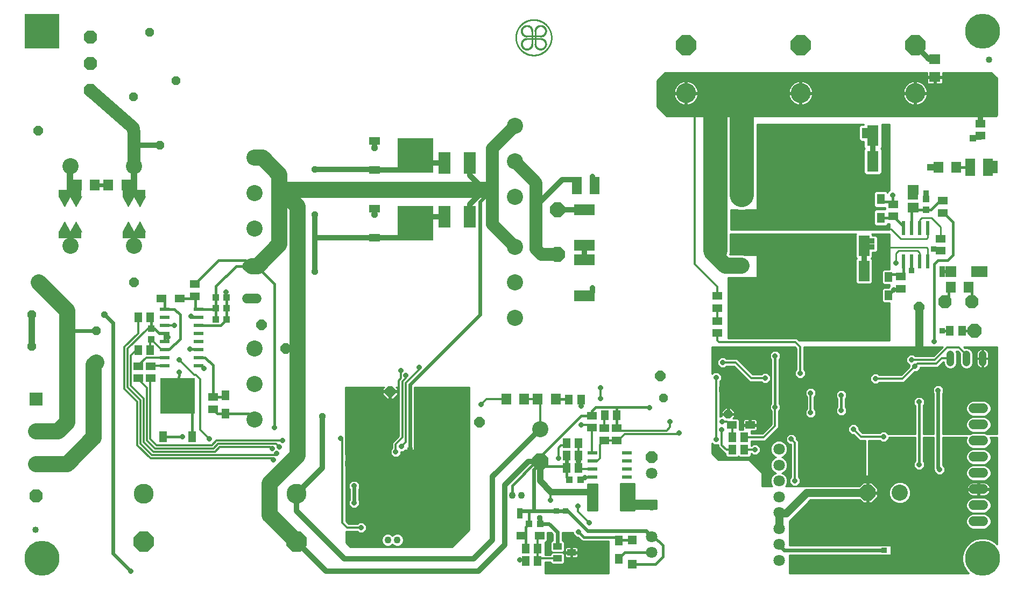
<source format=gbl>
G75*
%MOIN*%
%OFA0B0*%
%FSLAX25Y25*%
%IPPOS*%
%LPD*%
%AMOC8*
5,1,8,0,0,1.08239X$1,22.5*
%
%ADD10C,0.10000*%
%ADD11OC8,0.06000*%
%ADD12R,0.06299X0.07098*%
%ADD13OC8,0.08268*%
%ADD14OC8,0.05400*%
%ADD15C,0.00039*%
%ADD16R,0.14173X0.03937*%
%ADD17R,0.08268X0.08268*%
%ADD18C,0.04000*%
%ADD19R,0.03937X0.04331*%
%ADD20R,0.21654X0.22441*%
%ADD21R,0.05118X0.06693*%
%ADD22R,0.05906X0.05118*%
%ADD23R,0.04724X0.05906*%
%ADD24C,0.06000*%
%ADD25R,0.12598X0.07087*%
%ADD26R,0.22441X0.21654*%
%ADD27R,0.06693X0.05118*%
%ADD28R,0.06100X0.02400*%
%ADD29R,0.05118X0.05906*%
%ADD30R,0.04331X0.03937*%
%ADD31R,0.07480X0.13386*%
%ADD32R,0.07087X0.12598*%
%ADD33R,0.07087X0.06299*%
%ADD34C,0.01000*%
%ADD35C,0.00100*%
%ADD36R,0.06299X0.10630*%
%ADD37C,0.12362*%
%ADD38OC8,0.12362*%
%ADD39OC8,0.08600*%
%ADD40R,0.03543X0.03543*%
%ADD41OC8,0.06496*%
%ADD42R,0.05906X0.04724*%
%ADD43OC8,0.10000*%
%ADD44C,0.07087*%
%ADD45OC8,0.07087*%
%ADD46R,0.05512X0.05512*%
%ADD47R,0.06299X0.07087*%
%ADD48OC8,0.09299*%
%ADD49R,0.01969X0.00984*%
%ADD50R,0.02362X0.08661*%
%ADD51R,0.07087X0.06693*%
%ADD52C,0.04331*%
%ADD53C,0.04800*%
%ADD54R,0.05512X0.03937*%
%ADD55OC8,0.03962*%
%ADD56C,0.03200*%
%ADD57C,0.01200*%
%ADD58R,0.21654X0.21654*%
%ADD59C,0.04000*%
%ADD60OC8,0.03175*%
%ADD61C,0.02400*%
%ADD62C,0.10000*%
%ADD63C,0.08000*%
%ADD64C,0.01600*%
%ADD65R,0.03962X0.03962*%
%ADD66R,0.03569X0.03569*%
%ADD67OC8,0.03569*%
%ADD68R,0.03175X0.03175*%
%ADD69C,0.05000*%
%ADD70C,0.15000*%
%ADD71C,0.21654*%
D10*
X0175085Y0112890D03*
X0175085Y0134890D03*
X0175085Y0156890D03*
X0100563Y0220378D03*
X0061193Y0220378D03*
X0061193Y0269591D03*
X0100563Y0269591D03*
X0175085Y0275000D03*
X0175085Y0253000D03*
X0175085Y0231000D03*
X0336503Y0219882D03*
X0336503Y0197882D03*
X0336503Y0175882D03*
X0352227Y0106843D03*
X0574977Y0067343D03*
X0336503Y0250685D03*
X0336503Y0272685D03*
X0336503Y0294685D03*
D11*
X0100328Y0291585D03*
X0041328Y0291585D03*
X0041578Y0197635D03*
X0100578Y0197635D03*
D12*
X0095877Y0258085D03*
X0084680Y0258085D03*
X0076377Y0258085D03*
X0065180Y0258085D03*
X0331129Y0125343D03*
X0342325Y0125343D03*
X0350629Y0125343D03*
X0361825Y0125343D03*
D13*
X0602959Y0185593D03*
X0619495Y0185593D03*
X0073683Y0316752D03*
X0073683Y0333287D03*
X0073683Y0349823D03*
X0039963Y0105520D03*
X0039963Y0085020D03*
X0039963Y0065520D03*
D14*
X0077227Y0148093D03*
X0077227Y0167843D03*
X0037227Y0158093D03*
X0037227Y0177843D03*
X0116426Y0282850D03*
X0100278Y0312835D03*
X0126426Y0322850D03*
X0110278Y0352835D03*
X0428727Y0126093D03*
X0468727Y0116093D03*
D15*
X0107615Y0229061D02*
X0104072Y0235360D01*
X0100528Y0229061D01*
X0107615Y0229061D01*
X0107610Y0229070D02*
X0100533Y0229070D01*
X0100523Y0229070D02*
X0093446Y0229070D01*
X0093442Y0229061D02*
X0096985Y0235360D01*
X0100528Y0229061D01*
X0093442Y0229061D01*
X0093468Y0229107D02*
X0100502Y0229107D01*
X0100481Y0229145D02*
X0093489Y0229145D01*
X0093510Y0229183D02*
X0100459Y0229183D01*
X0100438Y0229221D02*
X0093532Y0229221D01*
X0093553Y0229259D02*
X0100417Y0229259D01*
X0100396Y0229297D02*
X0093574Y0229297D01*
X0093596Y0229335D02*
X0100374Y0229335D01*
X0100353Y0229373D02*
X0093617Y0229373D01*
X0093638Y0229410D02*
X0100332Y0229410D01*
X0100310Y0229448D02*
X0093659Y0229448D01*
X0093681Y0229486D02*
X0100289Y0229486D01*
X0100268Y0229524D02*
X0093702Y0229524D01*
X0093723Y0229562D02*
X0100246Y0229562D01*
X0100225Y0229600D02*
X0093745Y0229600D01*
X0093766Y0229638D02*
X0100204Y0229638D01*
X0100182Y0229676D02*
X0093787Y0229676D01*
X0093809Y0229714D02*
X0100161Y0229714D01*
X0100140Y0229751D02*
X0093830Y0229751D01*
X0093851Y0229789D02*
X0100119Y0229789D01*
X0100097Y0229827D02*
X0093873Y0229827D01*
X0093894Y0229865D02*
X0100076Y0229865D01*
X0100055Y0229903D02*
X0093915Y0229903D01*
X0093936Y0229941D02*
X0100033Y0229941D01*
X0100012Y0229979D02*
X0093958Y0229979D01*
X0093979Y0230017D02*
X0099991Y0230017D01*
X0099969Y0230054D02*
X0094000Y0230054D01*
X0094022Y0230092D02*
X0099948Y0230092D01*
X0099927Y0230130D02*
X0094043Y0230130D01*
X0094064Y0230168D02*
X0099905Y0230168D01*
X0099884Y0230206D02*
X0094086Y0230206D01*
X0094107Y0230244D02*
X0099863Y0230244D01*
X0099842Y0230282D02*
X0094128Y0230282D01*
X0094150Y0230320D02*
X0099820Y0230320D01*
X0099799Y0230358D02*
X0094171Y0230358D01*
X0094192Y0230395D02*
X0099778Y0230395D01*
X0099756Y0230433D02*
X0094213Y0230433D01*
X0094235Y0230471D02*
X0099735Y0230471D01*
X0099714Y0230509D02*
X0094256Y0230509D01*
X0094277Y0230547D02*
X0099692Y0230547D01*
X0099671Y0230585D02*
X0094299Y0230585D01*
X0094320Y0230623D02*
X0099650Y0230623D01*
X0099628Y0230661D02*
X0094341Y0230661D01*
X0094363Y0230698D02*
X0099607Y0230698D01*
X0099586Y0230736D02*
X0094384Y0230736D01*
X0094405Y0230774D02*
X0099565Y0230774D01*
X0099543Y0230812D02*
X0094427Y0230812D01*
X0094448Y0230850D02*
X0099522Y0230850D01*
X0099501Y0230888D02*
X0094469Y0230888D01*
X0094490Y0230926D02*
X0099479Y0230926D01*
X0099458Y0230964D02*
X0094512Y0230964D01*
X0094533Y0231001D02*
X0099437Y0231001D01*
X0099415Y0231039D02*
X0094554Y0231039D01*
X0094576Y0231077D02*
X0099394Y0231077D01*
X0099373Y0231115D02*
X0094597Y0231115D01*
X0094618Y0231153D02*
X0099351Y0231153D01*
X0099330Y0231191D02*
X0094640Y0231191D01*
X0094661Y0231229D02*
X0099309Y0231229D01*
X0099288Y0231267D02*
X0094682Y0231267D01*
X0094704Y0231305D02*
X0099266Y0231305D01*
X0099245Y0231342D02*
X0094725Y0231342D01*
X0094746Y0231380D02*
X0099224Y0231380D01*
X0099202Y0231418D02*
X0094767Y0231418D01*
X0094789Y0231456D02*
X0099181Y0231456D01*
X0099160Y0231494D02*
X0094810Y0231494D01*
X0094831Y0231532D02*
X0099138Y0231532D01*
X0099117Y0231570D02*
X0094853Y0231570D01*
X0094874Y0231608D02*
X0099096Y0231608D01*
X0099074Y0231645D02*
X0094895Y0231645D01*
X0094917Y0231683D02*
X0099053Y0231683D01*
X0099032Y0231721D02*
X0094938Y0231721D01*
X0094959Y0231759D02*
X0099011Y0231759D01*
X0098989Y0231797D02*
X0094981Y0231797D01*
X0095002Y0231835D02*
X0098968Y0231835D01*
X0098947Y0231873D02*
X0095023Y0231873D01*
X0095045Y0231911D02*
X0098925Y0231911D01*
X0098904Y0231949D02*
X0095066Y0231949D01*
X0095087Y0231986D02*
X0098883Y0231986D01*
X0098861Y0232024D02*
X0095108Y0232024D01*
X0095130Y0232062D02*
X0098840Y0232062D01*
X0098819Y0232100D02*
X0095151Y0232100D01*
X0095172Y0232138D02*
X0098797Y0232138D01*
X0098776Y0232176D02*
X0095194Y0232176D01*
X0095215Y0232214D02*
X0098755Y0232214D01*
X0098734Y0232252D02*
X0095236Y0232252D01*
X0095258Y0232289D02*
X0098712Y0232289D01*
X0098691Y0232327D02*
X0095279Y0232327D01*
X0095300Y0232365D02*
X0098670Y0232365D01*
X0098648Y0232403D02*
X0095322Y0232403D01*
X0095343Y0232441D02*
X0098627Y0232441D01*
X0098606Y0232479D02*
X0095364Y0232479D01*
X0095385Y0232517D02*
X0098584Y0232517D01*
X0098563Y0232555D02*
X0095407Y0232555D01*
X0095428Y0232593D02*
X0098542Y0232593D01*
X0098520Y0232630D02*
X0095449Y0232630D01*
X0095471Y0232668D02*
X0098499Y0232668D01*
X0098478Y0232706D02*
X0095492Y0232706D01*
X0095513Y0232744D02*
X0098457Y0232744D01*
X0098435Y0232782D02*
X0095535Y0232782D01*
X0095556Y0232820D02*
X0098414Y0232820D01*
X0098393Y0232858D02*
X0095577Y0232858D01*
X0095599Y0232896D02*
X0098371Y0232896D01*
X0098350Y0232933D02*
X0095620Y0232933D01*
X0095641Y0232971D02*
X0098329Y0232971D01*
X0098307Y0233009D02*
X0095662Y0233009D01*
X0095684Y0233047D02*
X0098286Y0233047D01*
X0098265Y0233085D02*
X0095705Y0233085D01*
X0095726Y0233123D02*
X0098243Y0233123D01*
X0098222Y0233161D02*
X0095748Y0233161D01*
X0095769Y0233199D02*
X0098201Y0233199D01*
X0098180Y0233236D02*
X0095790Y0233236D01*
X0095812Y0233274D02*
X0098158Y0233274D01*
X0098137Y0233312D02*
X0095833Y0233312D01*
X0095854Y0233350D02*
X0098116Y0233350D01*
X0098094Y0233388D02*
X0095876Y0233388D01*
X0095897Y0233426D02*
X0098073Y0233426D01*
X0098052Y0233464D02*
X0095918Y0233464D01*
X0095939Y0233502D02*
X0098030Y0233502D01*
X0098009Y0233540D02*
X0095961Y0233540D01*
X0095982Y0233577D02*
X0097988Y0233577D01*
X0097966Y0233615D02*
X0096003Y0233615D01*
X0096025Y0233653D02*
X0097945Y0233653D01*
X0097924Y0233691D02*
X0096046Y0233691D01*
X0096067Y0233729D02*
X0097902Y0233729D01*
X0097881Y0233767D02*
X0096089Y0233767D01*
X0096110Y0233805D02*
X0097860Y0233805D01*
X0097839Y0233843D02*
X0096131Y0233843D01*
X0096153Y0233880D02*
X0097817Y0233880D01*
X0097796Y0233918D02*
X0096174Y0233918D01*
X0096195Y0233956D02*
X0097775Y0233956D01*
X0097753Y0233994D02*
X0096216Y0233994D01*
X0096238Y0234032D02*
X0097732Y0234032D01*
X0097711Y0234070D02*
X0096259Y0234070D01*
X0096280Y0234108D02*
X0097689Y0234108D01*
X0097668Y0234146D02*
X0096302Y0234146D01*
X0096323Y0234184D02*
X0097647Y0234184D01*
X0097625Y0234221D02*
X0096344Y0234221D01*
X0096366Y0234259D02*
X0097604Y0234259D01*
X0097583Y0234297D02*
X0096387Y0234297D01*
X0096408Y0234335D02*
X0097562Y0234335D01*
X0097540Y0234373D02*
X0096430Y0234373D01*
X0096451Y0234411D02*
X0097519Y0234411D01*
X0097498Y0234449D02*
X0096472Y0234449D01*
X0096493Y0234487D02*
X0097476Y0234487D01*
X0097455Y0234524D02*
X0096515Y0234524D01*
X0096536Y0234562D02*
X0097434Y0234562D01*
X0097412Y0234600D02*
X0096557Y0234600D01*
X0096579Y0234638D02*
X0097391Y0234638D01*
X0097370Y0234676D02*
X0096600Y0234676D01*
X0096621Y0234714D02*
X0097348Y0234714D01*
X0097327Y0234752D02*
X0096643Y0234752D01*
X0096664Y0234790D02*
X0097306Y0234790D01*
X0097285Y0234828D02*
X0096685Y0234828D01*
X0096707Y0234865D02*
X0097263Y0234865D01*
X0097242Y0234903D02*
X0096728Y0234903D01*
X0096749Y0234941D02*
X0097221Y0234941D01*
X0097199Y0234979D02*
X0096770Y0234979D01*
X0096792Y0235017D02*
X0097178Y0235017D01*
X0097157Y0235055D02*
X0096813Y0235055D01*
X0096834Y0235093D02*
X0097135Y0235093D01*
X0097114Y0235131D02*
X0096856Y0235131D01*
X0096877Y0235168D02*
X0097093Y0235168D01*
X0097071Y0235206D02*
X0096898Y0235206D01*
X0096920Y0235244D02*
X0097050Y0235244D01*
X0097029Y0235282D02*
X0096941Y0235282D01*
X0096962Y0235320D02*
X0097008Y0235320D01*
X0096986Y0235358D02*
X0096984Y0235358D01*
X0102366Y0232327D02*
X0105778Y0232327D01*
X0105799Y0232289D02*
X0102344Y0232289D01*
X0102323Y0232252D02*
X0105820Y0232252D01*
X0105841Y0232214D02*
X0102302Y0232214D01*
X0102280Y0232176D02*
X0105863Y0232176D01*
X0105884Y0232138D02*
X0102259Y0232138D01*
X0102238Y0232100D02*
X0105905Y0232100D01*
X0105927Y0232062D02*
X0102216Y0232062D01*
X0102195Y0232024D02*
X0105948Y0232024D01*
X0105969Y0231986D02*
X0102174Y0231986D01*
X0102152Y0231949D02*
X0105991Y0231949D01*
X0106012Y0231911D02*
X0102131Y0231911D01*
X0102110Y0231873D02*
X0106033Y0231873D01*
X0106055Y0231835D02*
X0102088Y0231835D01*
X0102067Y0231797D02*
X0106076Y0231797D01*
X0106097Y0231759D02*
X0102046Y0231759D01*
X0102025Y0231721D02*
X0106118Y0231721D01*
X0106140Y0231683D02*
X0102003Y0231683D01*
X0101982Y0231645D02*
X0106161Y0231645D01*
X0106182Y0231608D02*
X0101961Y0231608D01*
X0101939Y0231570D02*
X0106204Y0231570D01*
X0106225Y0231532D02*
X0101918Y0231532D01*
X0101897Y0231494D02*
X0106246Y0231494D01*
X0106268Y0231456D02*
X0101875Y0231456D01*
X0101854Y0231418D02*
X0106289Y0231418D01*
X0106310Y0231380D02*
X0101833Y0231380D01*
X0101811Y0231342D02*
X0106332Y0231342D01*
X0106353Y0231305D02*
X0101790Y0231305D01*
X0101769Y0231267D02*
X0106374Y0231267D01*
X0106395Y0231229D02*
X0101748Y0231229D01*
X0101726Y0231191D02*
X0106417Y0231191D01*
X0106438Y0231153D02*
X0101705Y0231153D01*
X0101684Y0231115D02*
X0106459Y0231115D01*
X0106481Y0231077D02*
X0101662Y0231077D01*
X0101641Y0231039D02*
X0106502Y0231039D01*
X0106523Y0231001D02*
X0101620Y0231001D01*
X0101598Y0230964D02*
X0106545Y0230964D01*
X0106566Y0230926D02*
X0101577Y0230926D01*
X0101556Y0230888D02*
X0106587Y0230888D01*
X0106609Y0230850D02*
X0101534Y0230850D01*
X0101513Y0230812D02*
X0106630Y0230812D01*
X0106651Y0230774D02*
X0101492Y0230774D01*
X0101471Y0230736D02*
X0106672Y0230736D01*
X0106694Y0230698D02*
X0101449Y0230698D01*
X0101428Y0230661D02*
X0106715Y0230661D01*
X0106736Y0230623D02*
X0101407Y0230623D01*
X0101385Y0230585D02*
X0106758Y0230585D01*
X0106779Y0230547D02*
X0101364Y0230547D01*
X0101343Y0230509D02*
X0106800Y0230509D01*
X0106822Y0230471D02*
X0101321Y0230471D01*
X0101300Y0230433D02*
X0106843Y0230433D01*
X0106864Y0230395D02*
X0101279Y0230395D01*
X0101257Y0230358D02*
X0106886Y0230358D01*
X0106907Y0230320D02*
X0101236Y0230320D01*
X0101215Y0230282D02*
X0106928Y0230282D01*
X0106949Y0230244D02*
X0101194Y0230244D01*
X0101172Y0230206D02*
X0106971Y0230206D01*
X0106992Y0230168D02*
X0101151Y0230168D01*
X0101130Y0230130D02*
X0107013Y0230130D01*
X0107035Y0230092D02*
X0101108Y0230092D01*
X0101087Y0230054D02*
X0107056Y0230054D01*
X0107077Y0230017D02*
X0101066Y0230017D01*
X0101044Y0229979D02*
X0107099Y0229979D01*
X0107120Y0229941D02*
X0101023Y0229941D01*
X0101002Y0229903D02*
X0107141Y0229903D01*
X0107163Y0229865D02*
X0100980Y0229865D01*
X0100959Y0229827D02*
X0107184Y0229827D01*
X0107205Y0229789D02*
X0100938Y0229789D01*
X0100917Y0229751D02*
X0107226Y0229751D01*
X0107248Y0229714D02*
X0100895Y0229714D01*
X0100874Y0229676D02*
X0107269Y0229676D01*
X0107290Y0229638D02*
X0100853Y0229638D01*
X0100831Y0229600D02*
X0107312Y0229600D01*
X0107333Y0229562D02*
X0100810Y0229562D01*
X0100789Y0229524D02*
X0107354Y0229524D01*
X0107376Y0229486D02*
X0100767Y0229486D01*
X0100746Y0229448D02*
X0107397Y0229448D01*
X0107418Y0229410D02*
X0100725Y0229410D01*
X0100703Y0229373D02*
X0107440Y0229373D01*
X0107461Y0229335D02*
X0100682Y0229335D01*
X0100661Y0229297D02*
X0107482Y0229297D01*
X0107503Y0229259D02*
X0100640Y0229259D01*
X0100618Y0229221D02*
X0107525Y0229221D01*
X0107546Y0229183D02*
X0100597Y0229183D01*
X0100576Y0229145D02*
X0107567Y0229145D01*
X0107589Y0229107D02*
X0100554Y0229107D01*
X0102387Y0232365D02*
X0105756Y0232365D01*
X0105735Y0232403D02*
X0102408Y0232403D01*
X0102429Y0232441D02*
X0105714Y0232441D01*
X0105692Y0232479D02*
X0102451Y0232479D01*
X0102472Y0232517D02*
X0105671Y0232517D01*
X0105650Y0232555D02*
X0102493Y0232555D01*
X0102515Y0232593D02*
X0105628Y0232593D01*
X0105607Y0232630D02*
X0102536Y0232630D01*
X0102557Y0232668D02*
X0105586Y0232668D01*
X0105564Y0232706D02*
X0102579Y0232706D01*
X0102600Y0232744D02*
X0105543Y0232744D01*
X0105522Y0232782D02*
X0102621Y0232782D01*
X0102643Y0232820D02*
X0105501Y0232820D01*
X0105479Y0232858D02*
X0102664Y0232858D01*
X0102685Y0232896D02*
X0105458Y0232896D01*
X0105437Y0232933D02*
X0102706Y0232933D01*
X0102728Y0232971D02*
X0105415Y0232971D01*
X0105394Y0233009D02*
X0102749Y0233009D01*
X0102770Y0233047D02*
X0105373Y0233047D01*
X0105351Y0233085D02*
X0102792Y0233085D01*
X0102813Y0233123D02*
X0105330Y0233123D01*
X0105309Y0233161D02*
X0102834Y0233161D01*
X0102856Y0233199D02*
X0105287Y0233199D01*
X0105266Y0233236D02*
X0102877Y0233236D01*
X0102898Y0233274D02*
X0105245Y0233274D01*
X0105223Y0233312D02*
X0102920Y0233312D01*
X0102941Y0233350D02*
X0105202Y0233350D01*
X0105181Y0233388D02*
X0102962Y0233388D01*
X0102983Y0233426D02*
X0105160Y0233426D01*
X0105138Y0233464D02*
X0103005Y0233464D01*
X0103026Y0233502D02*
X0105117Y0233502D01*
X0105096Y0233540D02*
X0103047Y0233540D01*
X0103069Y0233577D02*
X0105074Y0233577D01*
X0105053Y0233615D02*
X0103090Y0233615D01*
X0103111Y0233653D02*
X0105032Y0233653D01*
X0105010Y0233691D02*
X0103133Y0233691D01*
X0103154Y0233729D02*
X0104989Y0233729D01*
X0104968Y0233767D02*
X0103175Y0233767D01*
X0103197Y0233805D02*
X0104946Y0233805D01*
X0104925Y0233843D02*
X0103218Y0233843D01*
X0103239Y0233880D02*
X0104904Y0233880D01*
X0104883Y0233918D02*
X0103260Y0233918D01*
X0103282Y0233956D02*
X0104861Y0233956D01*
X0104840Y0233994D02*
X0103303Y0233994D01*
X0103324Y0234032D02*
X0104819Y0234032D01*
X0104797Y0234070D02*
X0103346Y0234070D01*
X0103367Y0234108D02*
X0104776Y0234108D01*
X0104755Y0234146D02*
X0103388Y0234146D01*
X0103410Y0234184D02*
X0104733Y0234184D01*
X0104712Y0234221D02*
X0103431Y0234221D01*
X0103452Y0234259D02*
X0104691Y0234259D01*
X0104669Y0234297D02*
X0103474Y0234297D01*
X0103495Y0234335D02*
X0104648Y0234335D01*
X0104627Y0234373D02*
X0103516Y0234373D01*
X0103537Y0234411D02*
X0104606Y0234411D01*
X0104584Y0234449D02*
X0103559Y0234449D01*
X0103580Y0234487D02*
X0104563Y0234487D01*
X0104542Y0234524D02*
X0103601Y0234524D01*
X0103623Y0234562D02*
X0104520Y0234562D01*
X0104499Y0234600D02*
X0103644Y0234600D01*
X0103665Y0234638D02*
X0104478Y0234638D01*
X0104456Y0234676D02*
X0103687Y0234676D01*
X0103708Y0234714D02*
X0104435Y0234714D01*
X0104414Y0234752D02*
X0103729Y0234752D01*
X0103751Y0234790D02*
X0104392Y0234790D01*
X0104371Y0234828D02*
X0103772Y0234828D01*
X0103793Y0234865D02*
X0104350Y0234865D01*
X0104329Y0234903D02*
X0103814Y0234903D01*
X0103836Y0234941D02*
X0104307Y0234941D01*
X0104286Y0234979D02*
X0103857Y0234979D01*
X0103878Y0235017D02*
X0104265Y0235017D01*
X0104243Y0235055D02*
X0103900Y0235055D01*
X0103921Y0235093D02*
X0104222Y0235093D01*
X0104201Y0235131D02*
X0103942Y0235131D01*
X0103964Y0235168D02*
X0104179Y0235168D01*
X0104158Y0235206D02*
X0103985Y0235206D01*
X0104006Y0235244D02*
X0104137Y0235244D01*
X0104115Y0235282D02*
X0104028Y0235282D01*
X0104049Y0235320D02*
X0104094Y0235320D01*
X0104073Y0235358D02*
X0104070Y0235358D01*
X0104072Y0244809D02*
X0100528Y0251108D01*
X0107615Y0251108D01*
X0104072Y0244809D01*
X0104061Y0244828D02*
X0104082Y0244828D01*
X0104104Y0244866D02*
X0104039Y0244866D01*
X0104018Y0244904D02*
X0104125Y0244904D01*
X0104146Y0244942D02*
X0103997Y0244942D01*
X0103976Y0244980D02*
X0104168Y0244980D01*
X0104189Y0245018D02*
X0103954Y0245018D01*
X0103933Y0245055D02*
X0104210Y0245055D01*
X0104231Y0245093D02*
X0103912Y0245093D01*
X0103890Y0245131D02*
X0104253Y0245131D01*
X0104274Y0245169D02*
X0103869Y0245169D01*
X0103848Y0245207D02*
X0104295Y0245207D01*
X0104317Y0245245D02*
X0103826Y0245245D01*
X0103805Y0245283D02*
X0104338Y0245283D01*
X0104359Y0245321D02*
X0103784Y0245321D01*
X0103762Y0245359D02*
X0104381Y0245359D01*
X0104402Y0245396D02*
X0103741Y0245396D01*
X0103720Y0245434D02*
X0104423Y0245434D01*
X0104445Y0245472D02*
X0103699Y0245472D01*
X0103677Y0245510D02*
X0104466Y0245510D01*
X0104487Y0245548D02*
X0103656Y0245548D01*
X0103635Y0245586D02*
X0104508Y0245586D01*
X0104530Y0245624D02*
X0103613Y0245624D01*
X0103592Y0245662D02*
X0104551Y0245662D01*
X0104572Y0245699D02*
X0103571Y0245699D01*
X0103549Y0245737D02*
X0104594Y0245737D01*
X0104615Y0245775D02*
X0103528Y0245775D01*
X0103507Y0245813D02*
X0104636Y0245813D01*
X0104658Y0245851D02*
X0103485Y0245851D01*
X0103464Y0245889D02*
X0104679Y0245889D01*
X0104700Y0245927D02*
X0103443Y0245927D01*
X0103422Y0245965D02*
X0104722Y0245965D01*
X0104743Y0246003D02*
X0103400Y0246003D01*
X0103379Y0246040D02*
X0104764Y0246040D01*
X0104785Y0246078D02*
X0103358Y0246078D01*
X0103336Y0246116D02*
X0104807Y0246116D01*
X0104828Y0246154D02*
X0103315Y0246154D01*
X0103294Y0246192D02*
X0104849Y0246192D01*
X0104871Y0246230D02*
X0103272Y0246230D01*
X0103251Y0246268D02*
X0104892Y0246268D01*
X0104913Y0246306D02*
X0103230Y0246306D01*
X0103208Y0246343D02*
X0104935Y0246343D01*
X0104956Y0246381D02*
X0103187Y0246381D01*
X0103166Y0246419D02*
X0104977Y0246419D01*
X0104999Y0246457D02*
X0103145Y0246457D01*
X0103123Y0246495D02*
X0105020Y0246495D01*
X0105041Y0246533D02*
X0103102Y0246533D01*
X0103081Y0246571D02*
X0105062Y0246571D01*
X0105084Y0246609D02*
X0103059Y0246609D01*
X0103038Y0246647D02*
X0105105Y0246647D01*
X0105126Y0246684D02*
X0103017Y0246684D01*
X0102995Y0246722D02*
X0105148Y0246722D01*
X0105169Y0246760D02*
X0102974Y0246760D01*
X0102953Y0246798D02*
X0105190Y0246798D01*
X0105212Y0246836D02*
X0102931Y0246836D01*
X0102910Y0246874D02*
X0105233Y0246874D01*
X0105254Y0246912D02*
X0102889Y0246912D01*
X0102867Y0246950D02*
X0105276Y0246950D01*
X0105297Y0246987D02*
X0102846Y0246987D01*
X0102825Y0247025D02*
X0105318Y0247025D01*
X0105339Y0247063D02*
X0102804Y0247063D01*
X0102782Y0247101D02*
X0105361Y0247101D01*
X0105382Y0247139D02*
X0102761Y0247139D01*
X0102740Y0247177D02*
X0105403Y0247177D01*
X0105425Y0247215D02*
X0102718Y0247215D01*
X0102697Y0247253D02*
X0105446Y0247253D01*
X0105467Y0247290D02*
X0102676Y0247290D01*
X0102654Y0247328D02*
X0105489Y0247328D01*
X0105510Y0247366D02*
X0102633Y0247366D01*
X0102612Y0247404D02*
X0105531Y0247404D01*
X0105553Y0247442D02*
X0102590Y0247442D01*
X0102569Y0247480D02*
X0105574Y0247480D01*
X0105595Y0247518D02*
X0102548Y0247518D01*
X0102527Y0247556D02*
X0105616Y0247556D01*
X0105638Y0247594D02*
X0102505Y0247594D01*
X0102484Y0247631D02*
X0105659Y0247631D01*
X0105680Y0247669D02*
X0102463Y0247669D01*
X0102441Y0247707D02*
X0105702Y0247707D01*
X0105723Y0247745D02*
X0102420Y0247745D01*
X0102399Y0247783D02*
X0105744Y0247783D01*
X0105766Y0247821D02*
X0102377Y0247821D01*
X0102356Y0247859D02*
X0105787Y0247859D01*
X0105808Y0247897D02*
X0102335Y0247897D01*
X0102313Y0247934D02*
X0105830Y0247934D01*
X0105851Y0247972D02*
X0102292Y0247972D01*
X0102271Y0248010D02*
X0105872Y0248010D01*
X0105893Y0248048D02*
X0102250Y0248048D01*
X0102228Y0248086D02*
X0105915Y0248086D01*
X0105936Y0248124D02*
X0102207Y0248124D01*
X0102186Y0248162D02*
X0105957Y0248162D01*
X0105979Y0248200D02*
X0102164Y0248200D01*
X0102143Y0248238D02*
X0106000Y0248238D01*
X0106021Y0248275D02*
X0102122Y0248275D01*
X0102100Y0248313D02*
X0106043Y0248313D01*
X0106064Y0248351D02*
X0102079Y0248351D01*
X0102058Y0248389D02*
X0106085Y0248389D01*
X0106107Y0248427D02*
X0102036Y0248427D01*
X0102015Y0248465D02*
X0106128Y0248465D01*
X0106149Y0248503D02*
X0101994Y0248503D01*
X0101973Y0248541D02*
X0106171Y0248541D01*
X0106192Y0248578D02*
X0101951Y0248578D01*
X0101930Y0248616D02*
X0106213Y0248616D01*
X0106234Y0248654D02*
X0101909Y0248654D01*
X0101887Y0248692D02*
X0106256Y0248692D01*
X0106277Y0248730D02*
X0101866Y0248730D01*
X0101845Y0248768D02*
X0106298Y0248768D01*
X0106320Y0248806D02*
X0101823Y0248806D01*
X0101802Y0248844D02*
X0106341Y0248844D01*
X0106362Y0248882D02*
X0101781Y0248882D01*
X0101759Y0248919D02*
X0106384Y0248919D01*
X0106405Y0248957D02*
X0101738Y0248957D01*
X0101717Y0248995D02*
X0106426Y0248995D01*
X0106448Y0249033D02*
X0101696Y0249033D01*
X0101674Y0249071D02*
X0106469Y0249071D01*
X0106490Y0249109D02*
X0101653Y0249109D01*
X0101632Y0249147D02*
X0106511Y0249147D01*
X0106533Y0249185D02*
X0101610Y0249185D01*
X0101589Y0249222D02*
X0106554Y0249222D01*
X0106575Y0249260D02*
X0101568Y0249260D01*
X0101546Y0249298D02*
X0106597Y0249298D01*
X0106618Y0249336D02*
X0101525Y0249336D01*
X0101504Y0249374D02*
X0106639Y0249374D01*
X0106661Y0249412D02*
X0101482Y0249412D01*
X0101461Y0249450D02*
X0106682Y0249450D01*
X0106703Y0249488D02*
X0101440Y0249488D01*
X0101419Y0249525D02*
X0106725Y0249525D01*
X0106746Y0249563D02*
X0101397Y0249563D01*
X0101376Y0249601D02*
X0106767Y0249601D01*
X0106788Y0249639D02*
X0101355Y0249639D01*
X0101333Y0249677D02*
X0106810Y0249677D01*
X0106831Y0249715D02*
X0101312Y0249715D01*
X0101291Y0249753D02*
X0106852Y0249753D01*
X0106874Y0249791D02*
X0101269Y0249791D01*
X0101248Y0249829D02*
X0106895Y0249829D01*
X0106916Y0249866D02*
X0101227Y0249866D01*
X0101205Y0249904D02*
X0106938Y0249904D01*
X0106959Y0249942D02*
X0101184Y0249942D01*
X0101163Y0249980D02*
X0106980Y0249980D01*
X0107002Y0250018D02*
X0101142Y0250018D01*
X0101120Y0250056D02*
X0107023Y0250056D01*
X0107044Y0250094D02*
X0101099Y0250094D01*
X0101078Y0250132D02*
X0107065Y0250132D01*
X0107087Y0250169D02*
X0101056Y0250169D01*
X0101035Y0250207D02*
X0107108Y0250207D01*
X0107129Y0250245D02*
X0101014Y0250245D01*
X0100992Y0250283D02*
X0107151Y0250283D01*
X0107172Y0250321D02*
X0100971Y0250321D01*
X0100950Y0250359D02*
X0107193Y0250359D01*
X0107215Y0250397D02*
X0100928Y0250397D01*
X0100907Y0250435D02*
X0107236Y0250435D01*
X0107257Y0250473D02*
X0100886Y0250473D01*
X0100865Y0250510D02*
X0107279Y0250510D01*
X0107300Y0250548D02*
X0100843Y0250548D01*
X0100822Y0250586D02*
X0107321Y0250586D01*
X0107342Y0250624D02*
X0100801Y0250624D01*
X0100779Y0250662D02*
X0107364Y0250662D01*
X0107385Y0250700D02*
X0100758Y0250700D01*
X0100737Y0250738D02*
X0107406Y0250738D01*
X0107428Y0250776D02*
X0100715Y0250776D01*
X0100694Y0250813D02*
X0107449Y0250813D01*
X0107470Y0250851D02*
X0100673Y0250851D01*
X0100651Y0250889D02*
X0107492Y0250889D01*
X0107513Y0250927D02*
X0100630Y0250927D01*
X0100609Y0250965D02*
X0107534Y0250965D01*
X0107556Y0251003D02*
X0100587Y0251003D01*
X0100566Y0251041D02*
X0107577Y0251041D01*
X0107598Y0251079D02*
X0100545Y0251079D01*
X0100512Y0251079D02*
X0093458Y0251079D01*
X0093442Y0251108D02*
X0096985Y0244809D01*
X0100528Y0251108D01*
X0093442Y0251108D01*
X0093480Y0251041D02*
X0100490Y0251041D01*
X0100469Y0251003D02*
X0093501Y0251003D01*
X0093522Y0250965D02*
X0100448Y0250965D01*
X0100426Y0250927D02*
X0093544Y0250927D01*
X0093565Y0250889D02*
X0100405Y0250889D01*
X0100384Y0250851D02*
X0093586Y0250851D01*
X0093607Y0250813D02*
X0100362Y0250813D01*
X0100341Y0250776D02*
X0093629Y0250776D01*
X0093650Y0250738D02*
X0100320Y0250738D01*
X0100298Y0250700D02*
X0093671Y0250700D01*
X0093693Y0250662D02*
X0100277Y0250662D01*
X0100256Y0250624D02*
X0093714Y0250624D01*
X0093735Y0250586D02*
X0100235Y0250586D01*
X0100213Y0250548D02*
X0093757Y0250548D01*
X0093778Y0250510D02*
X0100192Y0250510D01*
X0100171Y0250473D02*
X0093799Y0250473D01*
X0093821Y0250435D02*
X0100149Y0250435D01*
X0100128Y0250397D02*
X0093842Y0250397D01*
X0093863Y0250359D02*
X0100107Y0250359D01*
X0100085Y0250321D02*
X0093884Y0250321D01*
X0093906Y0250283D02*
X0100064Y0250283D01*
X0100043Y0250245D02*
X0093927Y0250245D01*
X0093948Y0250207D02*
X0100021Y0250207D01*
X0100000Y0250169D02*
X0093970Y0250169D01*
X0093991Y0250132D02*
X0099979Y0250132D01*
X0099958Y0250094D02*
X0094012Y0250094D01*
X0094034Y0250056D02*
X0099936Y0250056D01*
X0099915Y0250018D02*
X0094055Y0250018D01*
X0094076Y0249980D02*
X0099894Y0249980D01*
X0099872Y0249942D02*
X0094098Y0249942D01*
X0094119Y0249904D02*
X0099851Y0249904D01*
X0099830Y0249866D02*
X0094140Y0249866D01*
X0094161Y0249829D02*
X0099808Y0249829D01*
X0099787Y0249791D02*
X0094183Y0249791D01*
X0094204Y0249753D02*
X0099766Y0249753D01*
X0099744Y0249715D02*
X0094225Y0249715D01*
X0094247Y0249677D02*
X0099723Y0249677D01*
X0099702Y0249639D02*
X0094268Y0249639D01*
X0094289Y0249601D02*
X0099681Y0249601D01*
X0099659Y0249563D02*
X0094311Y0249563D01*
X0094332Y0249525D02*
X0099638Y0249525D01*
X0099617Y0249488D02*
X0094353Y0249488D01*
X0094375Y0249450D02*
X0099595Y0249450D01*
X0099574Y0249412D02*
X0094396Y0249412D01*
X0094417Y0249374D02*
X0099553Y0249374D01*
X0099531Y0249336D02*
X0094438Y0249336D01*
X0094460Y0249298D02*
X0099510Y0249298D01*
X0099489Y0249260D02*
X0094481Y0249260D01*
X0094502Y0249222D02*
X0099467Y0249222D01*
X0099446Y0249185D02*
X0094524Y0249185D01*
X0094545Y0249147D02*
X0099425Y0249147D01*
X0099404Y0249109D02*
X0094566Y0249109D01*
X0094588Y0249071D02*
X0099382Y0249071D01*
X0099361Y0249033D02*
X0094609Y0249033D01*
X0094630Y0248995D02*
X0099340Y0248995D01*
X0099318Y0248957D02*
X0094652Y0248957D01*
X0094673Y0248919D02*
X0099297Y0248919D01*
X0099276Y0248882D02*
X0094694Y0248882D01*
X0094715Y0248844D02*
X0099254Y0248844D01*
X0099233Y0248806D02*
X0094737Y0248806D01*
X0094758Y0248768D02*
X0099212Y0248768D01*
X0099190Y0248730D02*
X0094779Y0248730D01*
X0094801Y0248692D02*
X0099169Y0248692D01*
X0099148Y0248654D02*
X0094822Y0248654D01*
X0094843Y0248616D02*
X0099127Y0248616D01*
X0099105Y0248578D02*
X0094865Y0248578D01*
X0094886Y0248541D02*
X0099084Y0248541D01*
X0099063Y0248503D02*
X0094907Y0248503D01*
X0094929Y0248465D02*
X0099041Y0248465D01*
X0099020Y0248427D02*
X0094950Y0248427D01*
X0094971Y0248389D02*
X0098999Y0248389D01*
X0098977Y0248351D02*
X0094992Y0248351D01*
X0095014Y0248313D02*
X0098956Y0248313D01*
X0098935Y0248275D02*
X0095035Y0248275D01*
X0095056Y0248238D02*
X0098913Y0248238D01*
X0098892Y0248200D02*
X0095078Y0248200D01*
X0095099Y0248162D02*
X0098871Y0248162D01*
X0098849Y0248124D02*
X0095120Y0248124D01*
X0095142Y0248086D02*
X0098828Y0248086D01*
X0098807Y0248048D02*
X0095163Y0248048D01*
X0095184Y0248010D02*
X0098786Y0248010D01*
X0098764Y0247972D02*
X0095206Y0247972D01*
X0095227Y0247934D02*
X0098743Y0247934D01*
X0098722Y0247897D02*
X0095248Y0247897D01*
X0095269Y0247859D02*
X0098700Y0247859D01*
X0098679Y0247821D02*
X0095291Y0247821D01*
X0095312Y0247783D02*
X0098658Y0247783D01*
X0098636Y0247745D02*
X0095333Y0247745D01*
X0095355Y0247707D02*
X0098615Y0247707D01*
X0098594Y0247669D02*
X0095376Y0247669D01*
X0095397Y0247631D02*
X0098572Y0247631D01*
X0098551Y0247594D02*
X0095419Y0247594D01*
X0095440Y0247556D02*
X0098530Y0247556D01*
X0098509Y0247518D02*
X0095461Y0247518D01*
X0095483Y0247480D02*
X0098487Y0247480D01*
X0098466Y0247442D02*
X0095504Y0247442D01*
X0095525Y0247404D02*
X0098445Y0247404D01*
X0098423Y0247366D02*
X0095546Y0247366D01*
X0095568Y0247328D02*
X0098402Y0247328D01*
X0098381Y0247290D02*
X0095589Y0247290D01*
X0095610Y0247253D02*
X0098359Y0247253D01*
X0098338Y0247215D02*
X0095632Y0247215D01*
X0095653Y0247177D02*
X0098317Y0247177D01*
X0098295Y0247139D02*
X0095674Y0247139D01*
X0095696Y0247101D02*
X0098274Y0247101D01*
X0098253Y0247063D02*
X0095717Y0247063D01*
X0095738Y0247025D02*
X0098232Y0247025D01*
X0098210Y0246987D02*
X0095760Y0246987D01*
X0095781Y0246950D02*
X0098189Y0246950D01*
X0098168Y0246912D02*
X0095802Y0246912D01*
X0095823Y0246874D02*
X0098146Y0246874D01*
X0098125Y0246836D02*
X0095845Y0246836D01*
X0095866Y0246798D02*
X0098104Y0246798D01*
X0098082Y0246760D02*
X0095887Y0246760D01*
X0095909Y0246722D02*
X0098061Y0246722D01*
X0098040Y0246684D02*
X0095930Y0246684D01*
X0095951Y0246647D02*
X0098018Y0246647D01*
X0097997Y0246609D02*
X0095973Y0246609D01*
X0095994Y0246571D02*
X0097976Y0246571D01*
X0097955Y0246533D02*
X0096015Y0246533D01*
X0096037Y0246495D02*
X0097933Y0246495D01*
X0097912Y0246457D02*
X0096058Y0246457D01*
X0096079Y0246419D02*
X0097891Y0246419D01*
X0097869Y0246381D02*
X0096101Y0246381D01*
X0096122Y0246343D02*
X0097848Y0246343D01*
X0097827Y0246306D02*
X0096143Y0246306D01*
X0096164Y0246268D02*
X0097805Y0246268D01*
X0097784Y0246230D02*
X0096186Y0246230D01*
X0096207Y0246192D02*
X0097763Y0246192D01*
X0097741Y0246154D02*
X0096228Y0246154D01*
X0096250Y0246116D02*
X0097720Y0246116D01*
X0097699Y0246078D02*
X0096271Y0246078D01*
X0096292Y0246040D02*
X0097678Y0246040D01*
X0097656Y0246003D02*
X0096314Y0246003D01*
X0096335Y0245965D02*
X0097635Y0245965D01*
X0097614Y0245927D02*
X0096356Y0245927D01*
X0096378Y0245889D02*
X0097592Y0245889D01*
X0097571Y0245851D02*
X0096399Y0245851D01*
X0096420Y0245813D02*
X0097550Y0245813D01*
X0097528Y0245775D02*
X0096441Y0245775D01*
X0096463Y0245737D02*
X0097507Y0245737D01*
X0097486Y0245699D02*
X0096484Y0245699D01*
X0096505Y0245662D02*
X0097464Y0245662D01*
X0097443Y0245624D02*
X0096527Y0245624D01*
X0096548Y0245586D02*
X0097422Y0245586D01*
X0097401Y0245548D02*
X0096569Y0245548D01*
X0096591Y0245510D02*
X0097379Y0245510D01*
X0097358Y0245472D02*
X0096612Y0245472D01*
X0096633Y0245434D02*
X0097337Y0245434D01*
X0097315Y0245396D02*
X0096655Y0245396D01*
X0096676Y0245359D02*
X0097294Y0245359D01*
X0097273Y0245321D02*
X0096697Y0245321D01*
X0096718Y0245283D02*
X0097251Y0245283D01*
X0097230Y0245245D02*
X0096740Y0245245D01*
X0096761Y0245207D02*
X0097209Y0245207D01*
X0097187Y0245169D02*
X0096782Y0245169D01*
X0096804Y0245131D02*
X0097166Y0245131D01*
X0097145Y0245093D02*
X0096825Y0245093D01*
X0096846Y0245055D02*
X0097124Y0245055D01*
X0097102Y0245018D02*
X0096868Y0245018D01*
X0096889Y0244980D02*
X0097081Y0244980D01*
X0097060Y0244942D02*
X0096910Y0244942D01*
X0096932Y0244904D02*
X0097038Y0244904D01*
X0097017Y0244866D02*
X0096953Y0244866D01*
X0096974Y0244828D02*
X0096996Y0244828D01*
X0068115Y0251108D02*
X0064572Y0244809D01*
X0061028Y0251108D01*
X0068115Y0251108D01*
X0068098Y0251079D02*
X0061045Y0251079D01*
X0061012Y0251079D02*
X0053958Y0251079D01*
X0053942Y0251108D02*
X0057485Y0244809D01*
X0061028Y0251108D01*
X0053942Y0251108D01*
X0053980Y0251041D02*
X0060990Y0251041D01*
X0060969Y0251003D02*
X0054001Y0251003D01*
X0054022Y0250965D02*
X0060948Y0250965D01*
X0060926Y0250927D02*
X0054044Y0250927D01*
X0054065Y0250889D02*
X0060905Y0250889D01*
X0060884Y0250851D02*
X0054086Y0250851D01*
X0054107Y0250813D02*
X0060862Y0250813D01*
X0060841Y0250776D02*
X0054129Y0250776D01*
X0054150Y0250738D02*
X0060820Y0250738D01*
X0060798Y0250700D02*
X0054171Y0250700D01*
X0054193Y0250662D02*
X0060777Y0250662D01*
X0060756Y0250624D02*
X0054214Y0250624D01*
X0054235Y0250586D02*
X0060735Y0250586D01*
X0060713Y0250548D02*
X0054257Y0250548D01*
X0054278Y0250510D02*
X0060692Y0250510D01*
X0060671Y0250473D02*
X0054299Y0250473D01*
X0054321Y0250435D02*
X0060649Y0250435D01*
X0060628Y0250397D02*
X0054342Y0250397D01*
X0054363Y0250359D02*
X0060607Y0250359D01*
X0060585Y0250321D02*
X0054384Y0250321D01*
X0054406Y0250283D02*
X0060564Y0250283D01*
X0060543Y0250245D02*
X0054427Y0250245D01*
X0054448Y0250207D02*
X0060521Y0250207D01*
X0060500Y0250169D02*
X0054470Y0250169D01*
X0054491Y0250132D02*
X0060479Y0250132D01*
X0060458Y0250094D02*
X0054512Y0250094D01*
X0054534Y0250056D02*
X0060436Y0250056D01*
X0060415Y0250018D02*
X0054555Y0250018D01*
X0054576Y0249980D02*
X0060394Y0249980D01*
X0060372Y0249942D02*
X0054598Y0249942D01*
X0054619Y0249904D02*
X0060351Y0249904D01*
X0060330Y0249866D02*
X0054640Y0249866D01*
X0054661Y0249829D02*
X0060308Y0249829D01*
X0060287Y0249791D02*
X0054683Y0249791D01*
X0054704Y0249753D02*
X0060266Y0249753D01*
X0060244Y0249715D02*
X0054725Y0249715D01*
X0054747Y0249677D02*
X0060223Y0249677D01*
X0060202Y0249639D02*
X0054768Y0249639D01*
X0054789Y0249601D02*
X0060181Y0249601D01*
X0060159Y0249563D02*
X0054811Y0249563D01*
X0054832Y0249525D02*
X0060138Y0249525D01*
X0060117Y0249488D02*
X0054853Y0249488D01*
X0054875Y0249450D02*
X0060095Y0249450D01*
X0060074Y0249412D02*
X0054896Y0249412D01*
X0054917Y0249374D02*
X0060053Y0249374D01*
X0060031Y0249336D02*
X0054938Y0249336D01*
X0054960Y0249298D02*
X0060010Y0249298D01*
X0059989Y0249260D02*
X0054981Y0249260D01*
X0055002Y0249222D02*
X0059967Y0249222D01*
X0059946Y0249185D02*
X0055024Y0249185D01*
X0055045Y0249147D02*
X0059925Y0249147D01*
X0059904Y0249109D02*
X0055066Y0249109D01*
X0055088Y0249071D02*
X0059882Y0249071D01*
X0059861Y0249033D02*
X0055109Y0249033D01*
X0055130Y0248995D02*
X0059840Y0248995D01*
X0059818Y0248957D02*
X0055152Y0248957D01*
X0055173Y0248919D02*
X0059797Y0248919D01*
X0059776Y0248882D02*
X0055194Y0248882D01*
X0055215Y0248844D02*
X0059754Y0248844D01*
X0059733Y0248806D02*
X0055237Y0248806D01*
X0055258Y0248768D02*
X0059712Y0248768D01*
X0059690Y0248730D02*
X0055279Y0248730D01*
X0055301Y0248692D02*
X0059669Y0248692D01*
X0059648Y0248654D02*
X0055322Y0248654D01*
X0055343Y0248616D02*
X0059627Y0248616D01*
X0059605Y0248578D02*
X0055365Y0248578D01*
X0055386Y0248541D02*
X0059584Y0248541D01*
X0059563Y0248503D02*
X0055407Y0248503D01*
X0055429Y0248465D02*
X0059541Y0248465D01*
X0059520Y0248427D02*
X0055450Y0248427D01*
X0055471Y0248389D02*
X0059499Y0248389D01*
X0059477Y0248351D02*
X0055492Y0248351D01*
X0055514Y0248313D02*
X0059456Y0248313D01*
X0059435Y0248275D02*
X0055535Y0248275D01*
X0055556Y0248238D02*
X0059413Y0248238D01*
X0059392Y0248200D02*
X0055578Y0248200D01*
X0055599Y0248162D02*
X0059371Y0248162D01*
X0059349Y0248124D02*
X0055620Y0248124D01*
X0055642Y0248086D02*
X0059328Y0248086D01*
X0059307Y0248048D02*
X0055663Y0248048D01*
X0055684Y0248010D02*
X0059286Y0248010D01*
X0059264Y0247972D02*
X0055706Y0247972D01*
X0055727Y0247934D02*
X0059243Y0247934D01*
X0059222Y0247897D02*
X0055748Y0247897D01*
X0055769Y0247859D02*
X0059200Y0247859D01*
X0059179Y0247821D02*
X0055791Y0247821D01*
X0055812Y0247783D02*
X0059158Y0247783D01*
X0059136Y0247745D02*
X0055833Y0247745D01*
X0055855Y0247707D02*
X0059115Y0247707D01*
X0059094Y0247669D02*
X0055876Y0247669D01*
X0055897Y0247631D02*
X0059072Y0247631D01*
X0059051Y0247594D02*
X0055919Y0247594D01*
X0055940Y0247556D02*
X0059030Y0247556D01*
X0059009Y0247518D02*
X0055961Y0247518D01*
X0055983Y0247480D02*
X0058987Y0247480D01*
X0058966Y0247442D02*
X0056004Y0247442D01*
X0056025Y0247404D02*
X0058945Y0247404D01*
X0058923Y0247366D02*
X0056046Y0247366D01*
X0056068Y0247328D02*
X0058902Y0247328D01*
X0058881Y0247290D02*
X0056089Y0247290D01*
X0056110Y0247253D02*
X0058859Y0247253D01*
X0058838Y0247215D02*
X0056132Y0247215D01*
X0056153Y0247177D02*
X0058817Y0247177D01*
X0058795Y0247139D02*
X0056174Y0247139D01*
X0056196Y0247101D02*
X0058774Y0247101D01*
X0058753Y0247063D02*
X0056217Y0247063D01*
X0056238Y0247025D02*
X0058732Y0247025D01*
X0058710Y0246987D02*
X0056260Y0246987D01*
X0056281Y0246950D02*
X0058689Y0246950D01*
X0058668Y0246912D02*
X0056302Y0246912D01*
X0056323Y0246874D02*
X0058646Y0246874D01*
X0058625Y0246836D02*
X0056345Y0246836D01*
X0056366Y0246798D02*
X0058604Y0246798D01*
X0058582Y0246760D02*
X0056387Y0246760D01*
X0056409Y0246722D02*
X0058561Y0246722D01*
X0058540Y0246684D02*
X0056430Y0246684D01*
X0056451Y0246647D02*
X0058518Y0246647D01*
X0058497Y0246609D02*
X0056473Y0246609D01*
X0056494Y0246571D02*
X0058476Y0246571D01*
X0058455Y0246533D02*
X0056515Y0246533D01*
X0056537Y0246495D02*
X0058433Y0246495D01*
X0058412Y0246457D02*
X0056558Y0246457D01*
X0056579Y0246419D02*
X0058391Y0246419D01*
X0058369Y0246381D02*
X0056601Y0246381D01*
X0056622Y0246343D02*
X0058348Y0246343D01*
X0058327Y0246306D02*
X0056643Y0246306D01*
X0056664Y0246268D02*
X0058305Y0246268D01*
X0058284Y0246230D02*
X0056686Y0246230D01*
X0056707Y0246192D02*
X0058263Y0246192D01*
X0058241Y0246154D02*
X0056728Y0246154D01*
X0056750Y0246116D02*
X0058220Y0246116D01*
X0058199Y0246078D02*
X0056771Y0246078D01*
X0056792Y0246040D02*
X0058178Y0246040D01*
X0058156Y0246003D02*
X0056814Y0246003D01*
X0056835Y0245965D02*
X0058135Y0245965D01*
X0058114Y0245927D02*
X0056856Y0245927D01*
X0056878Y0245889D02*
X0058092Y0245889D01*
X0058071Y0245851D02*
X0056899Y0245851D01*
X0056920Y0245813D02*
X0058050Y0245813D01*
X0058028Y0245775D02*
X0056941Y0245775D01*
X0056963Y0245737D02*
X0058007Y0245737D01*
X0057986Y0245699D02*
X0056984Y0245699D01*
X0057005Y0245662D02*
X0057964Y0245662D01*
X0057943Y0245624D02*
X0057027Y0245624D01*
X0057048Y0245586D02*
X0057922Y0245586D01*
X0057901Y0245548D02*
X0057069Y0245548D01*
X0057091Y0245510D02*
X0057879Y0245510D01*
X0057858Y0245472D02*
X0057112Y0245472D01*
X0057133Y0245434D02*
X0057837Y0245434D01*
X0057815Y0245396D02*
X0057155Y0245396D01*
X0057176Y0245359D02*
X0057794Y0245359D01*
X0057773Y0245321D02*
X0057197Y0245321D01*
X0057218Y0245283D02*
X0057751Y0245283D01*
X0057730Y0245245D02*
X0057240Y0245245D01*
X0057261Y0245207D02*
X0057709Y0245207D01*
X0057687Y0245169D02*
X0057282Y0245169D01*
X0057304Y0245131D02*
X0057666Y0245131D01*
X0057645Y0245093D02*
X0057325Y0245093D01*
X0057346Y0245055D02*
X0057624Y0245055D01*
X0057602Y0245018D02*
X0057368Y0245018D01*
X0057389Y0244980D02*
X0057581Y0244980D01*
X0057560Y0244942D02*
X0057410Y0244942D01*
X0057432Y0244904D02*
X0057538Y0244904D01*
X0057517Y0244866D02*
X0057453Y0244866D01*
X0057474Y0244828D02*
X0057496Y0244828D01*
X0062856Y0247859D02*
X0066287Y0247859D01*
X0066308Y0247897D02*
X0062835Y0247897D01*
X0062813Y0247934D02*
X0066330Y0247934D01*
X0066351Y0247972D02*
X0062792Y0247972D01*
X0062771Y0248010D02*
X0066372Y0248010D01*
X0066393Y0248048D02*
X0062750Y0248048D01*
X0062728Y0248086D02*
X0066415Y0248086D01*
X0066436Y0248124D02*
X0062707Y0248124D01*
X0062686Y0248162D02*
X0066457Y0248162D01*
X0066479Y0248200D02*
X0062664Y0248200D01*
X0062643Y0248238D02*
X0066500Y0248238D01*
X0066521Y0248275D02*
X0062622Y0248275D01*
X0062600Y0248313D02*
X0066543Y0248313D01*
X0066564Y0248351D02*
X0062579Y0248351D01*
X0062558Y0248389D02*
X0066585Y0248389D01*
X0066607Y0248427D02*
X0062536Y0248427D01*
X0062515Y0248465D02*
X0066628Y0248465D01*
X0066649Y0248503D02*
X0062494Y0248503D01*
X0062473Y0248541D02*
X0066671Y0248541D01*
X0066692Y0248578D02*
X0062451Y0248578D01*
X0062430Y0248616D02*
X0066713Y0248616D01*
X0066734Y0248654D02*
X0062409Y0248654D01*
X0062387Y0248692D02*
X0066756Y0248692D01*
X0066777Y0248730D02*
X0062366Y0248730D01*
X0062345Y0248768D02*
X0066798Y0248768D01*
X0066820Y0248806D02*
X0062323Y0248806D01*
X0062302Y0248844D02*
X0066841Y0248844D01*
X0066862Y0248882D02*
X0062281Y0248882D01*
X0062259Y0248919D02*
X0066884Y0248919D01*
X0066905Y0248957D02*
X0062238Y0248957D01*
X0062217Y0248995D02*
X0066926Y0248995D01*
X0066948Y0249033D02*
X0062196Y0249033D01*
X0062174Y0249071D02*
X0066969Y0249071D01*
X0066990Y0249109D02*
X0062153Y0249109D01*
X0062132Y0249147D02*
X0067011Y0249147D01*
X0067033Y0249185D02*
X0062110Y0249185D01*
X0062089Y0249222D02*
X0067054Y0249222D01*
X0067075Y0249260D02*
X0062068Y0249260D01*
X0062046Y0249298D02*
X0067097Y0249298D01*
X0067118Y0249336D02*
X0062025Y0249336D01*
X0062004Y0249374D02*
X0067139Y0249374D01*
X0067161Y0249412D02*
X0061982Y0249412D01*
X0061961Y0249450D02*
X0067182Y0249450D01*
X0067203Y0249488D02*
X0061940Y0249488D01*
X0061919Y0249525D02*
X0067225Y0249525D01*
X0067246Y0249563D02*
X0061897Y0249563D01*
X0061876Y0249601D02*
X0067267Y0249601D01*
X0067288Y0249639D02*
X0061855Y0249639D01*
X0061833Y0249677D02*
X0067310Y0249677D01*
X0067331Y0249715D02*
X0061812Y0249715D01*
X0061791Y0249753D02*
X0067352Y0249753D01*
X0067374Y0249791D02*
X0061769Y0249791D01*
X0061748Y0249829D02*
X0067395Y0249829D01*
X0067416Y0249866D02*
X0061727Y0249866D01*
X0061705Y0249904D02*
X0067438Y0249904D01*
X0067459Y0249942D02*
X0061684Y0249942D01*
X0061663Y0249980D02*
X0067480Y0249980D01*
X0067502Y0250018D02*
X0061642Y0250018D01*
X0061620Y0250056D02*
X0067523Y0250056D01*
X0067544Y0250094D02*
X0061599Y0250094D01*
X0061578Y0250132D02*
X0067565Y0250132D01*
X0067587Y0250169D02*
X0061556Y0250169D01*
X0061535Y0250207D02*
X0067608Y0250207D01*
X0067629Y0250245D02*
X0061514Y0250245D01*
X0061492Y0250283D02*
X0067651Y0250283D01*
X0067672Y0250321D02*
X0061471Y0250321D01*
X0061450Y0250359D02*
X0067693Y0250359D01*
X0067715Y0250397D02*
X0061428Y0250397D01*
X0061407Y0250435D02*
X0067736Y0250435D01*
X0067757Y0250473D02*
X0061386Y0250473D01*
X0061365Y0250510D02*
X0067779Y0250510D01*
X0067800Y0250548D02*
X0061343Y0250548D01*
X0061322Y0250586D02*
X0067821Y0250586D01*
X0067842Y0250624D02*
X0061301Y0250624D01*
X0061279Y0250662D02*
X0067864Y0250662D01*
X0067885Y0250700D02*
X0061258Y0250700D01*
X0061237Y0250738D02*
X0067906Y0250738D01*
X0067928Y0250776D02*
X0061215Y0250776D01*
X0061194Y0250813D02*
X0067949Y0250813D01*
X0067970Y0250851D02*
X0061173Y0250851D01*
X0061151Y0250889D02*
X0067992Y0250889D01*
X0068013Y0250927D02*
X0061130Y0250927D01*
X0061109Y0250965D02*
X0068034Y0250965D01*
X0068056Y0251003D02*
X0061087Y0251003D01*
X0061066Y0251041D02*
X0068077Y0251041D01*
X0066266Y0247821D02*
X0062877Y0247821D01*
X0062899Y0247783D02*
X0066244Y0247783D01*
X0066223Y0247745D02*
X0062920Y0247745D01*
X0062941Y0247707D02*
X0066202Y0247707D01*
X0066180Y0247669D02*
X0062963Y0247669D01*
X0062984Y0247631D02*
X0066159Y0247631D01*
X0066138Y0247594D02*
X0063005Y0247594D01*
X0063027Y0247556D02*
X0066116Y0247556D01*
X0066095Y0247518D02*
X0063048Y0247518D01*
X0063069Y0247480D02*
X0066074Y0247480D01*
X0066053Y0247442D02*
X0063090Y0247442D01*
X0063112Y0247404D02*
X0066031Y0247404D01*
X0066010Y0247366D02*
X0063133Y0247366D01*
X0063154Y0247328D02*
X0065989Y0247328D01*
X0065967Y0247290D02*
X0063176Y0247290D01*
X0063197Y0247253D02*
X0065946Y0247253D01*
X0065925Y0247215D02*
X0063218Y0247215D01*
X0063240Y0247177D02*
X0065903Y0247177D01*
X0065882Y0247139D02*
X0063261Y0247139D01*
X0063282Y0247101D02*
X0065861Y0247101D01*
X0065839Y0247063D02*
X0063304Y0247063D01*
X0063325Y0247025D02*
X0065818Y0247025D01*
X0065797Y0246987D02*
X0063346Y0246987D01*
X0063367Y0246950D02*
X0065776Y0246950D01*
X0065754Y0246912D02*
X0063389Y0246912D01*
X0063410Y0246874D02*
X0065733Y0246874D01*
X0065712Y0246836D02*
X0063431Y0246836D01*
X0063453Y0246798D02*
X0065690Y0246798D01*
X0065669Y0246760D02*
X0063474Y0246760D01*
X0063495Y0246722D02*
X0065648Y0246722D01*
X0065626Y0246684D02*
X0063517Y0246684D01*
X0063538Y0246647D02*
X0065605Y0246647D01*
X0065584Y0246609D02*
X0063559Y0246609D01*
X0063581Y0246571D02*
X0065562Y0246571D01*
X0065541Y0246533D02*
X0063602Y0246533D01*
X0063623Y0246495D02*
X0065520Y0246495D01*
X0065499Y0246457D02*
X0063645Y0246457D01*
X0063666Y0246419D02*
X0065477Y0246419D01*
X0065456Y0246381D02*
X0063687Y0246381D01*
X0063708Y0246343D02*
X0065435Y0246343D01*
X0065413Y0246306D02*
X0063730Y0246306D01*
X0063751Y0246268D02*
X0065392Y0246268D01*
X0065371Y0246230D02*
X0063772Y0246230D01*
X0063794Y0246192D02*
X0065349Y0246192D01*
X0065328Y0246154D02*
X0063815Y0246154D01*
X0063836Y0246116D02*
X0065307Y0246116D01*
X0065285Y0246078D02*
X0063858Y0246078D01*
X0063879Y0246040D02*
X0065264Y0246040D01*
X0065243Y0246003D02*
X0063900Y0246003D01*
X0063922Y0245965D02*
X0065222Y0245965D01*
X0065200Y0245927D02*
X0063943Y0245927D01*
X0063964Y0245889D02*
X0065179Y0245889D01*
X0065158Y0245851D02*
X0063985Y0245851D01*
X0064007Y0245813D02*
X0065136Y0245813D01*
X0065115Y0245775D02*
X0064028Y0245775D01*
X0064049Y0245737D02*
X0065094Y0245737D01*
X0065072Y0245699D02*
X0064071Y0245699D01*
X0064092Y0245662D02*
X0065051Y0245662D01*
X0065030Y0245624D02*
X0064113Y0245624D01*
X0064135Y0245586D02*
X0065008Y0245586D01*
X0064987Y0245548D02*
X0064156Y0245548D01*
X0064177Y0245510D02*
X0064966Y0245510D01*
X0064945Y0245472D02*
X0064199Y0245472D01*
X0064220Y0245434D02*
X0064923Y0245434D01*
X0064902Y0245396D02*
X0064241Y0245396D01*
X0064262Y0245359D02*
X0064881Y0245359D01*
X0064859Y0245321D02*
X0064284Y0245321D01*
X0064305Y0245283D02*
X0064838Y0245283D01*
X0064817Y0245245D02*
X0064326Y0245245D01*
X0064348Y0245207D02*
X0064795Y0245207D01*
X0064774Y0245169D02*
X0064369Y0245169D01*
X0064390Y0245131D02*
X0064753Y0245131D01*
X0064731Y0245093D02*
X0064412Y0245093D01*
X0064433Y0245055D02*
X0064710Y0245055D01*
X0064689Y0245018D02*
X0064454Y0245018D01*
X0064476Y0244980D02*
X0064668Y0244980D01*
X0064646Y0244942D02*
X0064497Y0244942D01*
X0064518Y0244904D02*
X0064625Y0244904D01*
X0064604Y0244866D02*
X0064539Y0244866D01*
X0064561Y0244828D02*
X0064582Y0244828D01*
X0064572Y0235360D02*
X0068115Y0229061D01*
X0061028Y0229061D01*
X0064572Y0235360D01*
X0064570Y0235358D02*
X0064573Y0235358D01*
X0064594Y0235320D02*
X0064549Y0235320D01*
X0064528Y0235282D02*
X0064615Y0235282D01*
X0064637Y0235244D02*
X0064506Y0235244D01*
X0064485Y0235206D02*
X0064658Y0235206D01*
X0064679Y0235168D02*
X0064464Y0235168D01*
X0064442Y0235131D02*
X0064701Y0235131D01*
X0064722Y0235093D02*
X0064421Y0235093D01*
X0064400Y0235055D02*
X0064743Y0235055D01*
X0064765Y0235017D02*
X0064378Y0235017D01*
X0064357Y0234979D02*
X0064786Y0234979D01*
X0064807Y0234941D02*
X0064336Y0234941D01*
X0064314Y0234903D02*
X0064829Y0234903D01*
X0064850Y0234865D02*
X0064293Y0234865D01*
X0064272Y0234828D02*
X0064871Y0234828D01*
X0064892Y0234790D02*
X0064251Y0234790D01*
X0064229Y0234752D02*
X0064914Y0234752D01*
X0064935Y0234714D02*
X0064208Y0234714D01*
X0064187Y0234676D02*
X0064956Y0234676D01*
X0064978Y0234638D02*
X0064165Y0234638D01*
X0064144Y0234600D02*
X0064999Y0234600D01*
X0065020Y0234562D02*
X0064123Y0234562D01*
X0064101Y0234524D02*
X0065042Y0234524D01*
X0065063Y0234487D02*
X0064080Y0234487D01*
X0064059Y0234449D02*
X0065084Y0234449D01*
X0065106Y0234411D02*
X0064037Y0234411D01*
X0064016Y0234373D02*
X0065127Y0234373D01*
X0065148Y0234335D02*
X0063995Y0234335D01*
X0063974Y0234297D02*
X0065169Y0234297D01*
X0065191Y0234259D02*
X0063952Y0234259D01*
X0063931Y0234221D02*
X0065212Y0234221D01*
X0065233Y0234184D02*
X0063910Y0234184D01*
X0063888Y0234146D02*
X0065255Y0234146D01*
X0065276Y0234108D02*
X0063867Y0234108D01*
X0063846Y0234070D02*
X0065297Y0234070D01*
X0065319Y0234032D02*
X0063824Y0234032D01*
X0063803Y0233994D02*
X0065340Y0233994D01*
X0065361Y0233956D02*
X0063782Y0233956D01*
X0063760Y0233918D02*
X0065383Y0233918D01*
X0065404Y0233880D02*
X0063739Y0233880D01*
X0063718Y0233843D02*
X0065425Y0233843D01*
X0065446Y0233805D02*
X0063697Y0233805D01*
X0063675Y0233767D02*
X0065468Y0233767D01*
X0065489Y0233729D02*
X0063654Y0233729D01*
X0063633Y0233691D02*
X0065510Y0233691D01*
X0065532Y0233653D02*
X0063611Y0233653D01*
X0063590Y0233615D02*
X0065553Y0233615D01*
X0065574Y0233577D02*
X0063569Y0233577D01*
X0063547Y0233540D02*
X0065596Y0233540D01*
X0065617Y0233502D02*
X0063526Y0233502D01*
X0063505Y0233464D02*
X0065638Y0233464D01*
X0065660Y0233426D02*
X0063483Y0233426D01*
X0063462Y0233388D02*
X0065681Y0233388D01*
X0065702Y0233350D02*
X0063441Y0233350D01*
X0063420Y0233312D02*
X0065723Y0233312D01*
X0065745Y0233274D02*
X0063398Y0233274D01*
X0063377Y0233236D02*
X0065766Y0233236D01*
X0065787Y0233199D02*
X0063356Y0233199D01*
X0063334Y0233161D02*
X0065809Y0233161D01*
X0065830Y0233123D02*
X0063313Y0233123D01*
X0063292Y0233085D02*
X0065851Y0233085D01*
X0065873Y0233047D02*
X0063270Y0233047D01*
X0063249Y0233009D02*
X0065894Y0233009D01*
X0065915Y0232971D02*
X0063228Y0232971D01*
X0063206Y0232933D02*
X0065937Y0232933D01*
X0065958Y0232896D02*
X0063185Y0232896D01*
X0063164Y0232858D02*
X0065979Y0232858D01*
X0066001Y0232820D02*
X0063143Y0232820D01*
X0063121Y0232782D02*
X0066022Y0232782D01*
X0066043Y0232744D02*
X0063100Y0232744D01*
X0063079Y0232706D02*
X0066064Y0232706D01*
X0066086Y0232668D02*
X0063057Y0232668D01*
X0063036Y0232630D02*
X0066107Y0232630D01*
X0066128Y0232593D02*
X0063015Y0232593D01*
X0062993Y0232555D02*
X0066150Y0232555D01*
X0066171Y0232517D02*
X0062972Y0232517D01*
X0062951Y0232479D02*
X0066192Y0232479D01*
X0066214Y0232441D02*
X0062929Y0232441D01*
X0062908Y0232403D02*
X0066235Y0232403D01*
X0066256Y0232365D02*
X0062887Y0232365D01*
X0062866Y0232327D02*
X0066278Y0232327D01*
X0066299Y0232289D02*
X0062844Y0232289D01*
X0062823Y0232252D02*
X0066320Y0232252D01*
X0066341Y0232214D02*
X0062802Y0232214D01*
X0062780Y0232176D02*
X0066363Y0232176D01*
X0066384Y0232138D02*
X0062759Y0232138D01*
X0062738Y0232100D02*
X0066405Y0232100D01*
X0066427Y0232062D02*
X0062716Y0232062D01*
X0062695Y0232024D02*
X0066448Y0232024D01*
X0066469Y0231986D02*
X0062674Y0231986D01*
X0062652Y0231949D02*
X0066491Y0231949D01*
X0066512Y0231911D02*
X0062631Y0231911D01*
X0062610Y0231873D02*
X0066533Y0231873D01*
X0066555Y0231835D02*
X0062588Y0231835D01*
X0062567Y0231797D02*
X0066576Y0231797D01*
X0066597Y0231759D02*
X0062546Y0231759D01*
X0062525Y0231721D02*
X0066618Y0231721D01*
X0066640Y0231683D02*
X0062503Y0231683D01*
X0062482Y0231645D02*
X0066661Y0231645D01*
X0066682Y0231608D02*
X0062461Y0231608D01*
X0062439Y0231570D02*
X0066704Y0231570D01*
X0066725Y0231532D02*
X0062418Y0231532D01*
X0062397Y0231494D02*
X0066746Y0231494D01*
X0066768Y0231456D02*
X0062375Y0231456D01*
X0062354Y0231418D02*
X0066789Y0231418D01*
X0066810Y0231380D02*
X0062333Y0231380D01*
X0062311Y0231342D02*
X0066832Y0231342D01*
X0066853Y0231305D02*
X0062290Y0231305D01*
X0062269Y0231267D02*
X0066874Y0231267D01*
X0066895Y0231229D02*
X0062248Y0231229D01*
X0062226Y0231191D02*
X0066917Y0231191D01*
X0066938Y0231153D02*
X0062205Y0231153D01*
X0062184Y0231115D02*
X0066959Y0231115D01*
X0066981Y0231077D02*
X0062162Y0231077D01*
X0062141Y0231039D02*
X0067002Y0231039D01*
X0067023Y0231001D02*
X0062120Y0231001D01*
X0062098Y0230964D02*
X0067045Y0230964D01*
X0067066Y0230926D02*
X0062077Y0230926D01*
X0062056Y0230888D02*
X0067087Y0230888D01*
X0067109Y0230850D02*
X0062034Y0230850D01*
X0062013Y0230812D02*
X0067130Y0230812D01*
X0067151Y0230774D02*
X0061992Y0230774D01*
X0061971Y0230736D02*
X0067172Y0230736D01*
X0067194Y0230698D02*
X0061949Y0230698D01*
X0061928Y0230661D02*
X0067215Y0230661D01*
X0067236Y0230623D02*
X0061907Y0230623D01*
X0061885Y0230585D02*
X0067258Y0230585D01*
X0067279Y0230547D02*
X0061864Y0230547D01*
X0061843Y0230509D02*
X0067300Y0230509D01*
X0067322Y0230471D02*
X0061821Y0230471D01*
X0061800Y0230433D02*
X0067343Y0230433D01*
X0067364Y0230395D02*
X0061779Y0230395D01*
X0061757Y0230358D02*
X0067386Y0230358D01*
X0067407Y0230320D02*
X0061736Y0230320D01*
X0061715Y0230282D02*
X0067428Y0230282D01*
X0067449Y0230244D02*
X0061694Y0230244D01*
X0061672Y0230206D02*
X0067471Y0230206D01*
X0067492Y0230168D02*
X0061651Y0230168D01*
X0061630Y0230130D02*
X0067513Y0230130D01*
X0067535Y0230092D02*
X0061608Y0230092D01*
X0061587Y0230054D02*
X0067556Y0230054D01*
X0067577Y0230017D02*
X0061566Y0230017D01*
X0061544Y0229979D02*
X0067599Y0229979D01*
X0067620Y0229941D02*
X0061523Y0229941D01*
X0061502Y0229903D02*
X0067641Y0229903D01*
X0067663Y0229865D02*
X0061480Y0229865D01*
X0061459Y0229827D02*
X0067684Y0229827D01*
X0067705Y0229789D02*
X0061438Y0229789D01*
X0061417Y0229751D02*
X0067726Y0229751D01*
X0067748Y0229714D02*
X0061395Y0229714D01*
X0061374Y0229676D02*
X0067769Y0229676D01*
X0067790Y0229638D02*
X0061353Y0229638D01*
X0061331Y0229600D02*
X0067812Y0229600D01*
X0067833Y0229562D02*
X0061310Y0229562D01*
X0061289Y0229524D02*
X0067854Y0229524D01*
X0067876Y0229486D02*
X0061267Y0229486D01*
X0061246Y0229448D02*
X0067897Y0229448D01*
X0067918Y0229410D02*
X0061225Y0229410D01*
X0061203Y0229373D02*
X0067940Y0229373D01*
X0067961Y0229335D02*
X0061182Y0229335D01*
X0061161Y0229297D02*
X0067982Y0229297D01*
X0068003Y0229259D02*
X0061140Y0229259D01*
X0061118Y0229221D02*
X0068025Y0229221D01*
X0068046Y0229183D02*
X0061097Y0229183D01*
X0061076Y0229145D02*
X0068067Y0229145D01*
X0068089Y0229107D02*
X0061054Y0229107D01*
X0061033Y0229070D02*
X0068110Y0229070D01*
X0061028Y0229061D02*
X0057485Y0235360D01*
X0053942Y0229061D01*
X0061028Y0229061D01*
X0061023Y0229070D02*
X0053946Y0229070D01*
X0053968Y0229107D02*
X0061002Y0229107D01*
X0060981Y0229145D02*
X0053989Y0229145D01*
X0054010Y0229183D02*
X0060959Y0229183D01*
X0060938Y0229221D02*
X0054032Y0229221D01*
X0054053Y0229259D02*
X0060917Y0229259D01*
X0060896Y0229297D02*
X0054074Y0229297D01*
X0054096Y0229335D02*
X0060874Y0229335D01*
X0060853Y0229373D02*
X0054117Y0229373D01*
X0054138Y0229410D02*
X0060832Y0229410D01*
X0060810Y0229448D02*
X0054159Y0229448D01*
X0054181Y0229486D02*
X0060789Y0229486D01*
X0060768Y0229524D02*
X0054202Y0229524D01*
X0054223Y0229562D02*
X0060746Y0229562D01*
X0060725Y0229600D02*
X0054245Y0229600D01*
X0054266Y0229638D02*
X0060704Y0229638D01*
X0060682Y0229676D02*
X0054287Y0229676D01*
X0054309Y0229714D02*
X0060661Y0229714D01*
X0060640Y0229751D02*
X0054330Y0229751D01*
X0054351Y0229789D02*
X0060619Y0229789D01*
X0060597Y0229827D02*
X0054373Y0229827D01*
X0054394Y0229865D02*
X0060576Y0229865D01*
X0060555Y0229903D02*
X0054415Y0229903D01*
X0054436Y0229941D02*
X0060533Y0229941D01*
X0060512Y0229979D02*
X0054458Y0229979D01*
X0054479Y0230017D02*
X0060491Y0230017D01*
X0060469Y0230054D02*
X0054500Y0230054D01*
X0054522Y0230092D02*
X0060448Y0230092D01*
X0060427Y0230130D02*
X0054543Y0230130D01*
X0054564Y0230168D02*
X0060405Y0230168D01*
X0060384Y0230206D02*
X0054586Y0230206D01*
X0054607Y0230244D02*
X0060363Y0230244D01*
X0060342Y0230282D02*
X0054628Y0230282D01*
X0054650Y0230320D02*
X0060320Y0230320D01*
X0060299Y0230358D02*
X0054671Y0230358D01*
X0054692Y0230395D02*
X0060278Y0230395D01*
X0060256Y0230433D02*
X0054713Y0230433D01*
X0054735Y0230471D02*
X0060235Y0230471D01*
X0060214Y0230509D02*
X0054756Y0230509D01*
X0054777Y0230547D02*
X0060192Y0230547D01*
X0060171Y0230585D02*
X0054799Y0230585D01*
X0054820Y0230623D02*
X0060150Y0230623D01*
X0060128Y0230661D02*
X0054841Y0230661D01*
X0054863Y0230698D02*
X0060107Y0230698D01*
X0060086Y0230736D02*
X0054884Y0230736D01*
X0054905Y0230774D02*
X0060065Y0230774D01*
X0060043Y0230812D02*
X0054927Y0230812D01*
X0054948Y0230850D02*
X0060022Y0230850D01*
X0060001Y0230888D02*
X0054969Y0230888D01*
X0054990Y0230926D02*
X0059979Y0230926D01*
X0059958Y0230964D02*
X0055012Y0230964D01*
X0055033Y0231001D02*
X0059937Y0231001D01*
X0059915Y0231039D02*
X0055054Y0231039D01*
X0055076Y0231077D02*
X0059894Y0231077D01*
X0059873Y0231115D02*
X0055097Y0231115D01*
X0055118Y0231153D02*
X0059851Y0231153D01*
X0059830Y0231191D02*
X0055140Y0231191D01*
X0055161Y0231229D02*
X0059809Y0231229D01*
X0059788Y0231267D02*
X0055182Y0231267D01*
X0055204Y0231305D02*
X0059766Y0231305D01*
X0059745Y0231342D02*
X0055225Y0231342D01*
X0055246Y0231380D02*
X0059724Y0231380D01*
X0059702Y0231418D02*
X0055267Y0231418D01*
X0055289Y0231456D02*
X0059681Y0231456D01*
X0059660Y0231494D02*
X0055310Y0231494D01*
X0055331Y0231532D02*
X0059638Y0231532D01*
X0059617Y0231570D02*
X0055353Y0231570D01*
X0055374Y0231608D02*
X0059596Y0231608D01*
X0059574Y0231645D02*
X0055395Y0231645D01*
X0055417Y0231683D02*
X0059553Y0231683D01*
X0059532Y0231721D02*
X0055438Y0231721D01*
X0055459Y0231759D02*
X0059511Y0231759D01*
X0059489Y0231797D02*
X0055481Y0231797D01*
X0055502Y0231835D02*
X0059468Y0231835D01*
X0059447Y0231873D02*
X0055523Y0231873D01*
X0055545Y0231911D02*
X0059425Y0231911D01*
X0059404Y0231949D02*
X0055566Y0231949D01*
X0055587Y0231986D02*
X0059383Y0231986D01*
X0059361Y0232024D02*
X0055608Y0232024D01*
X0055630Y0232062D02*
X0059340Y0232062D01*
X0059319Y0232100D02*
X0055651Y0232100D01*
X0055672Y0232138D02*
X0059297Y0232138D01*
X0059276Y0232176D02*
X0055694Y0232176D01*
X0055715Y0232214D02*
X0059255Y0232214D01*
X0059234Y0232252D02*
X0055736Y0232252D01*
X0055758Y0232289D02*
X0059212Y0232289D01*
X0059191Y0232327D02*
X0055779Y0232327D01*
X0055800Y0232365D02*
X0059170Y0232365D01*
X0059148Y0232403D02*
X0055822Y0232403D01*
X0055843Y0232441D02*
X0059127Y0232441D01*
X0059106Y0232479D02*
X0055864Y0232479D01*
X0055885Y0232517D02*
X0059084Y0232517D01*
X0059063Y0232555D02*
X0055907Y0232555D01*
X0055928Y0232593D02*
X0059042Y0232593D01*
X0059020Y0232630D02*
X0055949Y0232630D01*
X0055971Y0232668D02*
X0058999Y0232668D01*
X0058978Y0232706D02*
X0055992Y0232706D01*
X0056013Y0232744D02*
X0058957Y0232744D01*
X0058935Y0232782D02*
X0056035Y0232782D01*
X0056056Y0232820D02*
X0058914Y0232820D01*
X0058893Y0232858D02*
X0056077Y0232858D01*
X0056099Y0232896D02*
X0058871Y0232896D01*
X0058850Y0232933D02*
X0056120Y0232933D01*
X0056141Y0232971D02*
X0058829Y0232971D01*
X0058807Y0233009D02*
X0056162Y0233009D01*
X0056184Y0233047D02*
X0058786Y0233047D01*
X0058765Y0233085D02*
X0056205Y0233085D01*
X0056226Y0233123D02*
X0058743Y0233123D01*
X0058722Y0233161D02*
X0056248Y0233161D01*
X0056269Y0233199D02*
X0058701Y0233199D01*
X0058680Y0233236D02*
X0056290Y0233236D01*
X0056312Y0233274D02*
X0058658Y0233274D01*
X0058637Y0233312D02*
X0056333Y0233312D01*
X0056354Y0233350D02*
X0058616Y0233350D01*
X0058594Y0233388D02*
X0056376Y0233388D01*
X0056397Y0233426D02*
X0058573Y0233426D01*
X0058552Y0233464D02*
X0056418Y0233464D01*
X0056439Y0233502D02*
X0058530Y0233502D01*
X0058509Y0233540D02*
X0056461Y0233540D01*
X0056482Y0233577D02*
X0058488Y0233577D01*
X0058466Y0233615D02*
X0056503Y0233615D01*
X0056525Y0233653D02*
X0058445Y0233653D01*
X0058424Y0233691D02*
X0056546Y0233691D01*
X0056567Y0233729D02*
X0058402Y0233729D01*
X0058381Y0233767D02*
X0056589Y0233767D01*
X0056610Y0233805D02*
X0058360Y0233805D01*
X0058339Y0233843D02*
X0056631Y0233843D01*
X0056653Y0233880D02*
X0058317Y0233880D01*
X0058296Y0233918D02*
X0056674Y0233918D01*
X0056695Y0233956D02*
X0058275Y0233956D01*
X0058253Y0233994D02*
X0056716Y0233994D01*
X0056738Y0234032D02*
X0058232Y0234032D01*
X0058211Y0234070D02*
X0056759Y0234070D01*
X0056780Y0234108D02*
X0058189Y0234108D01*
X0058168Y0234146D02*
X0056802Y0234146D01*
X0056823Y0234184D02*
X0058147Y0234184D01*
X0058125Y0234221D02*
X0056844Y0234221D01*
X0056866Y0234259D02*
X0058104Y0234259D01*
X0058083Y0234297D02*
X0056887Y0234297D01*
X0056908Y0234335D02*
X0058062Y0234335D01*
X0058040Y0234373D02*
X0056930Y0234373D01*
X0056951Y0234411D02*
X0058019Y0234411D01*
X0057998Y0234449D02*
X0056972Y0234449D01*
X0056993Y0234487D02*
X0057976Y0234487D01*
X0057955Y0234524D02*
X0057015Y0234524D01*
X0057036Y0234562D02*
X0057934Y0234562D01*
X0057912Y0234600D02*
X0057057Y0234600D01*
X0057079Y0234638D02*
X0057891Y0234638D01*
X0057870Y0234676D02*
X0057100Y0234676D01*
X0057121Y0234714D02*
X0057848Y0234714D01*
X0057827Y0234752D02*
X0057143Y0234752D01*
X0057164Y0234790D02*
X0057806Y0234790D01*
X0057785Y0234828D02*
X0057185Y0234828D01*
X0057207Y0234865D02*
X0057763Y0234865D01*
X0057742Y0234903D02*
X0057228Y0234903D01*
X0057249Y0234941D02*
X0057721Y0234941D01*
X0057699Y0234979D02*
X0057270Y0234979D01*
X0057292Y0235017D02*
X0057678Y0235017D01*
X0057657Y0235055D02*
X0057313Y0235055D01*
X0057334Y0235093D02*
X0057635Y0235093D01*
X0057614Y0235131D02*
X0057356Y0235131D01*
X0057377Y0235168D02*
X0057593Y0235168D01*
X0057571Y0235206D02*
X0057398Y0235206D01*
X0057420Y0235244D02*
X0057550Y0235244D01*
X0057529Y0235282D02*
X0057441Y0235282D01*
X0057462Y0235320D02*
X0057508Y0235320D01*
X0057486Y0235358D02*
X0057484Y0235358D01*
D16*
X0061028Y0227093D03*
X0061028Y0253077D03*
X0100528Y0253077D03*
X0100528Y0227093D03*
D17*
X0039963Y0125520D03*
D18*
X0039570Y0044339D03*
X0630121Y0335677D03*
D19*
X0591227Y0249439D03*
X0591227Y0242746D03*
X0111227Y0169189D03*
X0111227Y0162496D03*
D20*
X0127727Y0127333D03*
D21*
X0118731Y0101978D03*
X0136723Y0101978D03*
D22*
X0149477Y0119102D03*
X0149477Y0126583D03*
X0110977Y0138352D03*
X0103227Y0138352D03*
X0103227Y0145833D03*
X0110977Y0145833D03*
X0138227Y0189102D03*
X0138227Y0196583D03*
X0384227Y0115083D03*
X0384227Y0107602D03*
X0391977Y0107333D03*
X0399727Y0107333D03*
X0399727Y0099852D03*
X0391977Y0099852D03*
X0461977Y0166352D03*
X0461977Y0173833D03*
X0461977Y0181852D03*
X0461977Y0189333D03*
X0570977Y0238602D03*
X0570977Y0246083D03*
X0601727Y0248333D03*
X0601727Y0240852D03*
X0600227Y0224833D03*
X0600227Y0217352D03*
X0575477Y0201333D03*
X0575477Y0193852D03*
X0624977Y0288602D03*
X0624977Y0296083D03*
D23*
X0563227Y0249301D03*
X0563227Y0237884D03*
X0567977Y0201051D03*
X0567977Y0189634D03*
X0400977Y0037801D03*
X0400977Y0026384D03*
X0157227Y0116384D03*
X0157227Y0127801D03*
D24*
X0170585Y0187882D02*
X0176585Y0187882D01*
X0176585Y0207882D02*
X0170585Y0207882D01*
X0620727Y0119593D02*
X0626727Y0119593D01*
X0626727Y0109593D02*
X0620727Y0109593D01*
X0620727Y0099593D02*
X0626727Y0099593D01*
X0626727Y0089593D02*
X0620727Y0089593D01*
X0620727Y0079593D02*
X0626727Y0079593D01*
X0626727Y0069593D02*
X0620727Y0069593D01*
X0620727Y0059593D02*
X0626727Y0059593D01*
X0626727Y0049593D02*
X0620727Y0049593D01*
D25*
X0379727Y0189569D03*
X0379727Y0211616D03*
X0379727Y0220819D03*
X0379727Y0242866D03*
D26*
X0274967Y0234343D03*
X0274967Y0276343D03*
D27*
X0249613Y0285339D03*
X0249613Y0267346D03*
X0249613Y0243339D03*
X0249613Y0225346D03*
D28*
X0140677Y0181243D03*
X0140677Y0176243D03*
X0140677Y0171243D03*
X0140677Y0166243D03*
X0140677Y0161243D03*
X0140677Y0156243D03*
X0140677Y0151243D03*
X0140677Y0146243D03*
X0119477Y0146243D03*
X0119477Y0151243D03*
X0119477Y0156243D03*
X0119477Y0161243D03*
X0119477Y0166243D03*
X0119477Y0171243D03*
X0119477Y0176243D03*
X0119477Y0181243D03*
X0384627Y0092093D03*
X0384627Y0087093D03*
X0384627Y0082093D03*
X0384627Y0077093D03*
X0384627Y0072093D03*
X0384627Y0067093D03*
X0384627Y0062093D03*
X0384627Y0057093D03*
X0405827Y0057093D03*
X0405827Y0062093D03*
X0405827Y0067093D03*
X0405827Y0072093D03*
X0405827Y0077093D03*
X0405827Y0082093D03*
X0405827Y0087093D03*
X0405827Y0092093D03*
D29*
X0375967Y0090343D03*
X0368487Y0090343D03*
X0368487Y0098093D03*
X0375967Y0098093D03*
X0375967Y0082593D03*
X0368487Y0082593D03*
X0392237Y0115343D03*
X0399717Y0115343D03*
X0377467Y0125093D03*
X0369987Y0125093D03*
X0471237Y0101843D03*
X0478717Y0101843D03*
X0478717Y0094093D03*
X0471237Y0094093D03*
X0350717Y0032843D03*
X0343237Y0032843D03*
X0343237Y0025093D03*
X0350717Y0025093D03*
X0110717Y0155593D03*
X0103237Y0155593D03*
X0103237Y0176093D03*
X0110717Y0176093D03*
X0605987Y0167843D03*
X0613467Y0167843D03*
D30*
X0377073Y0075343D03*
X0370381Y0075343D03*
X0352073Y0048093D03*
X0345381Y0048093D03*
X0157823Y0174843D03*
X0151131Y0174843D03*
X0151131Y0181593D03*
X0157823Y0181593D03*
X0157823Y0188343D03*
X0151131Y0188343D03*
D31*
X0293050Y0238343D03*
X0308404Y0238343D03*
X0308404Y0271843D03*
X0293050Y0271843D03*
D32*
X0530703Y0220343D03*
X0530703Y0204843D03*
X0552751Y0204843D03*
X0552751Y0220343D03*
X0558251Y0272843D03*
X0536203Y0272843D03*
X0536203Y0288593D03*
X0558251Y0288593D03*
D33*
X0583227Y0255104D03*
X0583227Y0244081D03*
X0596727Y0325081D03*
X0596727Y0336104D03*
D34*
X0591884Y0327843D02*
X0591884Y0325581D01*
X0596227Y0325581D01*
X0596227Y0324581D01*
X0591884Y0324581D01*
X0591884Y0321760D01*
X0591972Y0321429D01*
X0592143Y0321133D01*
X0592385Y0320891D01*
X0592682Y0320720D01*
X0593013Y0320631D01*
X0596227Y0320631D01*
X0596227Y0324581D01*
X0597227Y0324581D01*
X0597227Y0325581D01*
X0601570Y0325581D01*
X0601570Y0327843D01*
X0631727Y0327843D01*
X0635266Y0324303D01*
X0635266Y0301382D01*
X0634727Y0300843D01*
X0483091Y0300843D01*
X0482415Y0301518D01*
X0478887Y0302980D01*
X0475067Y0302980D01*
X0471539Y0301518D01*
X0470863Y0300843D01*
X0466591Y0300843D01*
X0466165Y0301268D01*
X0462637Y0302730D01*
X0458817Y0302730D01*
X0455289Y0301268D01*
X0454863Y0300843D01*
X0430727Y0300843D01*
X0424727Y0306843D01*
X0424727Y0322843D01*
X0429727Y0327843D01*
X0591884Y0327843D01*
X0591884Y0327374D02*
X0429258Y0327374D01*
X0428260Y0326375D02*
X0591884Y0326375D01*
X0591884Y0324378D02*
X0426263Y0324378D01*
X0427261Y0325377D02*
X0596227Y0325377D01*
X0596227Y0324378D02*
X0597227Y0324378D01*
X0597227Y0324581D02*
X0597227Y0320631D01*
X0600441Y0320631D01*
X0600772Y0320720D01*
X0601069Y0320891D01*
X0601311Y0321133D01*
X0601482Y0321429D01*
X0601570Y0321760D01*
X0601570Y0324581D01*
X0597227Y0324581D01*
X0597227Y0325377D02*
X0634193Y0325377D01*
X0633194Y0326375D02*
X0601570Y0326375D01*
X0601570Y0327374D02*
X0632196Y0327374D01*
X0635191Y0324378D02*
X0601570Y0324378D01*
X0601570Y0323380D02*
X0635266Y0323380D01*
X0635266Y0322381D02*
X0601570Y0322381D01*
X0601455Y0321383D02*
X0635266Y0321383D01*
X0635266Y0320384D02*
X0589752Y0320384D01*
X0589420Y0320715D02*
X0588642Y0321312D01*
X0587793Y0321803D01*
X0586887Y0322178D01*
X0585940Y0322432D01*
X0584977Y0322559D01*
X0584977Y0315579D01*
X0583977Y0315579D01*
X0583977Y0322559D01*
X0583014Y0322432D01*
X0582067Y0322178D01*
X0581161Y0321803D01*
X0580312Y0321312D01*
X0579534Y0320715D01*
X0578840Y0320022D01*
X0578243Y0319244D01*
X0577753Y0318395D01*
X0577378Y0317489D01*
X0577124Y0316541D01*
X0576997Y0315579D01*
X0583977Y0315579D01*
X0583977Y0314579D01*
X0576997Y0314579D01*
X0577124Y0313616D01*
X0577378Y0312669D01*
X0577753Y0311763D01*
X0578243Y0310914D01*
X0578840Y0310136D01*
X0579534Y0309442D01*
X0580312Y0308845D01*
X0581161Y0308355D01*
X0582067Y0307979D01*
X0583014Y0307726D01*
X0583977Y0307599D01*
X0583977Y0314579D01*
X0584977Y0314579D01*
X0584977Y0315579D01*
X0591957Y0315579D01*
X0591830Y0316541D01*
X0591576Y0317489D01*
X0591201Y0318395D01*
X0590711Y0319244D01*
X0590114Y0320022D01*
X0589420Y0320715D01*
X0588521Y0321383D02*
X0591999Y0321383D01*
X0591884Y0322381D02*
X0586129Y0322381D01*
X0584977Y0322381D02*
X0583977Y0322381D01*
X0583977Y0321383D02*
X0584977Y0321383D01*
X0584977Y0320384D02*
X0583977Y0320384D01*
X0583977Y0319385D02*
X0584977Y0319385D01*
X0584977Y0318387D02*
X0583977Y0318387D01*
X0583977Y0317388D02*
X0584977Y0317388D01*
X0584977Y0316390D02*
X0583977Y0316390D01*
X0583977Y0315391D02*
X0513977Y0315391D01*
X0513977Y0315579D02*
X0520957Y0315579D01*
X0520830Y0316541D01*
X0520576Y0317489D01*
X0520201Y0318395D01*
X0519711Y0319244D01*
X0519114Y0320022D01*
X0518420Y0320715D01*
X0517642Y0321312D01*
X0516793Y0321803D01*
X0515887Y0322178D01*
X0514940Y0322432D01*
X0513977Y0322559D01*
X0513977Y0315579D01*
X0512977Y0315579D01*
X0512977Y0322559D01*
X0512014Y0322432D01*
X0511067Y0322178D01*
X0510161Y0321803D01*
X0509312Y0321312D01*
X0508534Y0320715D01*
X0507840Y0320022D01*
X0507243Y0319244D01*
X0506753Y0318395D01*
X0506378Y0317489D01*
X0506124Y0316541D01*
X0505997Y0315579D01*
X0512977Y0315579D01*
X0512977Y0314579D01*
X0505997Y0314579D01*
X0506124Y0313616D01*
X0506378Y0312669D01*
X0506753Y0311763D01*
X0507243Y0310914D01*
X0507840Y0310136D01*
X0508534Y0309442D01*
X0509312Y0308845D01*
X0510161Y0308355D01*
X0511067Y0307979D01*
X0512014Y0307726D01*
X0512977Y0307599D01*
X0512977Y0314579D01*
X0513977Y0314579D01*
X0513977Y0315579D01*
X0513977Y0316390D02*
X0512977Y0316390D01*
X0512977Y0317388D02*
X0513977Y0317388D01*
X0513977Y0318387D02*
X0512977Y0318387D01*
X0512977Y0319385D02*
X0513977Y0319385D01*
X0513977Y0320384D02*
X0512977Y0320384D01*
X0512977Y0321383D02*
X0513977Y0321383D01*
X0513977Y0322381D02*
X0512977Y0322381D01*
X0511825Y0322381D02*
X0444129Y0322381D01*
X0443940Y0322432D02*
X0442977Y0322559D01*
X0442977Y0315579D01*
X0441977Y0315579D01*
X0441977Y0322559D01*
X0441014Y0322432D01*
X0440067Y0322178D01*
X0439161Y0321803D01*
X0438312Y0321312D01*
X0437534Y0320715D01*
X0436840Y0320022D01*
X0436243Y0319244D01*
X0435753Y0318395D01*
X0435378Y0317489D01*
X0435124Y0316541D01*
X0434997Y0315579D01*
X0441977Y0315579D01*
X0441977Y0314579D01*
X0434997Y0314579D01*
X0435124Y0313616D01*
X0435378Y0312669D01*
X0435753Y0311763D01*
X0436243Y0310914D01*
X0436840Y0310136D01*
X0437534Y0309442D01*
X0438312Y0308845D01*
X0439161Y0308355D01*
X0440067Y0307979D01*
X0441014Y0307726D01*
X0441977Y0307599D01*
X0441977Y0314579D01*
X0442977Y0314579D01*
X0442977Y0315579D01*
X0449957Y0315579D01*
X0449830Y0316541D01*
X0449576Y0317489D01*
X0449201Y0318395D01*
X0448711Y0319244D01*
X0448114Y0320022D01*
X0447420Y0320715D01*
X0446642Y0321312D01*
X0445793Y0321803D01*
X0444887Y0322178D01*
X0443940Y0322432D01*
X0442977Y0322381D02*
X0441977Y0322381D01*
X0441977Y0321383D02*
X0442977Y0321383D01*
X0442977Y0320384D02*
X0441977Y0320384D01*
X0441977Y0319385D02*
X0442977Y0319385D01*
X0442977Y0318387D02*
X0441977Y0318387D01*
X0441977Y0317388D02*
X0442977Y0317388D01*
X0442977Y0316390D02*
X0441977Y0316390D01*
X0441977Y0315391D02*
X0424727Y0315391D01*
X0424727Y0314393D02*
X0435022Y0314393D01*
X0435183Y0313394D02*
X0424727Y0313394D01*
X0424727Y0312396D02*
X0435491Y0312396D01*
X0435964Y0311397D02*
X0424727Y0311397D01*
X0424727Y0310399D02*
X0436638Y0310399D01*
X0437588Y0309400D02*
X0424727Y0309400D01*
X0424727Y0308402D02*
X0439080Y0308402D01*
X0441977Y0308402D02*
X0442977Y0308402D01*
X0442977Y0307599D02*
X0443940Y0307726D01*
X0444887Y0307979D01*
X0445793Y0308355D01*
X0446642Y0308845D01*
X0447420Y0309442D01*
X0448114Y0310136D01*
X0448711Y0310914D01*
X0449201Y0311763D01*
X0449576Y0312669D01*
X0449830Y0313616D01*
X0449957Y0314579D01*
X0442977Y0314579D01*
X0442977Y0307599D01*
X0442977Y0309400D02*
X0441977Y0309400D01*
X0441977Y0310399D02*
X0442977Y0310399D01*
X0442977Y0311397D02*
X0441977Y0311397D01*
X0441977Y0312396D02*
X0442977Y0312396D01*
X0442977Y0313394D02*
X0441977Y0313394D01*
X0441977Y0314393D02*
X0442977Y0314393D01*
X0442977Y0315391D02*
X0512977Y0315391D01*
X0512977Y0314393D02*
X0513977Y0314393D01*
X0513977Y0314579D02*
X0513977Y0307599D01*
X0514940Y0307726D01*
X0515887Y0307979D01*
X0516793Y0308355D01*
X0517642Y0308845D01*
X0518420Y0309442D01*
X0519114Y0310136D01*
X0519711Y0310914D01*
X0520201Y0311763D01*
X0520576Y0312669D01*
X0520830Y0313616D01*
X0520957Y0314579D01*
X0513977Y0314579D01*
X0513977Y0313394D02*
X0512977Y0313394D01*
X0512977Y0312396D02*
X0513977Y0312396D01*
X0513977Y0311397D02*
X0512977Y0311397D01*
X0512977Y0310399D02*
X0513977Y0310399D01*
X0513977Y0309400D02*
X0512977Y0309400D01*
X0512977Y0308402D02*
X0513977Y0308402D01*
X0516875Y0308402D02*
X0581080Y0308402D01*
X0579588Y0309400D02*
X0518366Y0309400D01*
X0519316Y0310399D02*
X0578638Y0310399D01*
X0577964Y0311397D02*
X0519990Y0311397D01*
X0520463Y0312396D02*
X0577491Y0312396D01*
X0577183Y0313394D02*
X0520771Y0313394D01*
X0520932Y0314393D02*
X0577022Y0314393D01*
X0577104Y0316390D02*
X0520850Y0316390D01*
X0520603Y0317388D02*
X0577351Y0317388D01*
X0577750Y0318387D02*
X0520204Y0318387D01*
X0519602Y0319385D02*
X0578352Y0319385D01*
X0579202Y0320384D02*
X0518752Y0320384D01*
X0517521Y0321383D02*
X0580433Y0321383D01*
X0582825Y0322381D02*
X0515129Y0322381D01*
X0509433Y0321383D02*
X0446521Y0321383D01*
X0447752Y0320384D02*
X0508202Y0320384D01*
X0507352Y0319385D02*
X0448602Y0319385D01*
X0449204Y0318387D02*
X0506750Y0318387D01*
X0506351Y0317388D02*
X0449603Y0317388D01*
X0449850Y0316390D02*
X0506104Y0316390D01*
X0506022Y0314393D02*
X0449932Y0314393D01*
X0449771Y0313394D02*
X0506183Y0313394D01*
X0506491Y0312396D02*
X0449463Y0312396D01*
X0448990Y0311397D02*
X0506964Y0311397D01*
X0507638Y0310399D02*
X0448316Y0310399D01*
X0447366Y0309400D02*
X0508588Y0309400D01*
X0510080Y0308402D02*
X0445875Y0308402D01*
X0455636Y0301412D02*
X0430157Y0301412D01*
X0429159Y0302411D02*
X0458047Y0302411D01*
X0463407Y0302411D02*
X0473694Y0302411D01*
X0471433Y0301412D02*
X0465818Y0301412D01*
X0480261Y0302411D02*
X0635266Y0302411D01*
X0635266Y0303409D02*
X0428160Y0303409D01*
X0427162Y0304408D02*
X0635266Y0304408D01*
X0635266Y0305406D02*
X0426163Y0305406D01*
X0425165Y0306405D02*
X0635266Y0306405D01*
X0635266Y0307403D02*
X0424727Y0307403D01*
X0424727Y0316390D02*
X0435104Y0316390D01*
X0435351Y0317388D02*
X0424727Y0317388D01*
X0424727Y0318387D02*
X0435750Y0318387D01*
X0436352Y0319385D02*
X0424727Y0319385D01*
X0424727Y0320384D02*
X0437202Y0320384D01*
X0438433Y0321383D02*
X0424727Y0321383D01*
X0424727Y0322381D02*
X0440825Y0322381D01*
X0425264Y0323380D02*
X0591884Y0323380D01*
X0590602Y0319385D02*
X0635266Y0319385D01*
X0635266Y0318387D02*
X0591204Y0318387D01*
X0591603Y0317388D02*
X0635266Y0317388D01*
X0635266Y0316390D02*
X0591850Y0316390D01*
X0591957Y0314579D02*
X0584977Y0314579D01*
X0584977Y0307599D01*
X0585940Y0307726D01*
X0586887Y0307979D01*
X0587793Y0308355D01*
X0588642Y0308845D01*
X0589420Y0309442D01*
X0590114Y0310136D01*
X0590711Y0310914D01*
X0591201Y0311763D01*
X0591576Y0312669D01*
X0591830Y0313616D01*
X0591957Y0314579D01*
X0591932Y0314393D02*
X0635266Y0314393D01*
X0635266Y0315391D02*
X0584977Y0315391D01*
X0584977Y0314393D02*
X0583977Y0314393D01*
X0583977Y0313394D02*
X0584977Y0313394D01*
X0584977Y0312396D02*
X0583977Y0312396D01*
X0583977Y0311397D02*
X0584977Y0311397D01*
X0584977Y0310399D02*
X0583977Y0310399D01*
X0583977Y0309400D02*
X0584977Y0309400D01*
X0584977Y0308402D02*
X0583977Y0308402D01*
X0587875Y0308402D02*
X0635266Y0308402D01*
X0635266Y0309400D02*
X0589366Y0309400D01*
X0590316Y0310399D02*
X0635266Y0310399D01*
X0635266Y0311397D02*
X0590990Y0311397D01*
X0591463Y0312396D02*
X0635266Y0312396D01*
X0635266Y0313394D02*
X0591771Y0313394D01*
X0596227Y0321383D02*
X0597227Y0321383D01*
X0597227Y0322381D02*
X0596227Y0322381D01*
X0596227Y0323380D02*
X0597227Y0323380D01*
X0635266Y0301412D02*
X0482521Y0301412D01*
X0486727Y0295843D02*
X0552688Y0295843D01*
X0552607Y0295762D01*
X0552607Y0295530D01*
X0550770Y0295530D01*
X0549540Y0294300D01*
X0549540Y0286385D01*
X0550770Y0285155D01*
X0552607Y0285155D01*
X0552607Y0281423D01*
X0553313Y0280718D01*
X0552607Y0280012D01*
X0552607Y0265673D01*
X0553837Y0264443D01*
X0562664Y0264443D01*
X0563894Y0265673D01*
X0563894Y0280012D01*
X0563188Y0280718D01*
X0563894Y0281423D01*
X0563894Y0295762D01*
X0563813Y0295843D01*
X0568727Y0295843D01*
X0568727Y0255057D01*
X0567241Y0253572D01*
X0566459Y0254354D01*
X0559995Y0254354D01*
X0558765Y0253124D01*
X0558765Y0245479D01*
X0559995Y0244248D01*
X0565924Y0244248D01*
X0565924Y0242937D01*
X0559995Y0242937D01*
X0558765Y0241706D01*
X0558765Y0234061D01*
X0559995Y0232831D01*
X0566459Y0232831D01*
X0567571Y0233943D01*
X0568727Y0233943D01*
X0568727Y0230443D01*
X0470327Y0230443D01*
X0470327Y0242843D01*
X0474201Y0242843D01*
X0474219Y0242825D01*
X0474264Y0242825D01*
X0475067Y0242493D01*
X0475559Y0242493D01*
X0475602Y0242475D01*
X0478427Y0242475D01*
X0478469Y0242493D01*
X0478887Y0242493D01*
X0479690Y0242825D01*
X0479810Y0242825D01*
X0479828Y0242843D01*
X0486727Y0242843D01*
X0486727Y0295843D01*
X0486727Y0295421D02*
X0550661Y0295421D01*
X0549663Y0294423D02*
X0486727Y0294423D01*
X0486727Y0293424D02*
X0549540Y0293424D01*
X0549540Y0292426D02*
X0486727Y0292426D01*
X0486727Y0291427D02*
X0549540Y0291427D01*
X0549540Y0290429D02*
X0486727Y0290429D01*
X0486727Y0289430D02*
X0549540Y0289430D01*
X0549540Y0288432D02*
X0486727Y0288432D01*
X0486727Y0287433D02*
X0549540Y0287433D01*
X0549540Y0286435D02*
X0486727Y0286435D01*
X0486727Y0285436D02*
X0550489Y0285436D01*
X0552607Y0284438D02*
X0486727Y0284438D01*
X0486727Y0283439D02*
X0552607Y0283439D01*
X0552607Y0282441D02*
X0486727Y0282441D01*
X0486727Y0281442D02*
X0552607Y0281442D01*
X0553039Y0280444D02*
X0486727Y0280444D01*
X0486727Y0279445D02*
X0552607Y0279445D01*
X0552607Y0278447D02*
X0486727Y0278447D01*
X0486727Y0277448D02*
X0552607Y0277448D01*
X0552607Y0276450D02*
X0486727Y0276450D01*
X0486727Y0275451D02*
X0552607Y0275451D01*
X0552607Y0274452D02*
X0486727Y0274452D01*
X0486727Y0273454D02*
X0552607Y0273454D01*
X0552607Y0272455D02*
X0486727Y0272455D01*
X0486727Y0271457D02*
X0552607Y0271457D01*
X0552607Y0270458D02*
X0486727Y0270458D01*
X0486727Y0269460D02*
X0552607Y0269460D01*
X0552607Y0268461D02*
X0486727Y0268461D01*
X0486727Y0267463D02*
X0552607Y0267463D01*
X0552607Y0266464D02*
X0486727Y0266464D01*
X0486727Y0265466D02*
X0552815Y0265466D01*
X0553813Y0264467D02*
X0486727Y0264467D01*
X0486727Y0263469D02*
X0568727Y0263469D01*
X0568727Y0264467D02*
X0562688Y0264467D01*
X0563686Y0265466D02*
X0568727Y0265466D01*
X0568727Y0266464D02*
X0563894Y0266464D01*
X0563894Y0267463D02*
X0568727Y0267463D01*
X0568727Y0268461D02*
X0563894Y0268461D01*
X0563894Y0269460D02*
X0568727Y0269460D01*
X0568727Y0270458D02*
X0563894Y0270458D01*
X0563894Y0271457D02*
X0568727Y0271457D01*
X0568727Y0272455D02*
X0563894Y0272455D01*
X0563894Y0273454D02*
X0568727Y0273454D01*
X0568727Y0274452D02*
X0563894Y0274452D01*
X0563894Y0275451D02*
X0568727Y0275451D01*
X0568727Y0276450D02*
X0563894Y0276450D01*
X0563894Y0277448D02*
X0568727Y0277448D01*
X0568727Y0278447D02*
X0563894Y0278447D01*
X0563894Y0279445D02*
X0568727Y0279445D01*
X0568727Y0280444D02*
X0563462Y0280444D01*
X0563894Y0281442D02*
X0568727Y0281442D01*
X0568727Y0282441D02*
X0563894Y0282441D01*
X0563894Y0283439D02*
X0568727Y0283439D01*
X0568727Y0284438D02*
X0563894Y0284438D01*
X0563894Y0285436D02*
X0568727Y0285436D01*
X0568727Y0286435D02*
X0563894Y0286435D01*
X0563894Y0287433D02*
X0568727Y0287433D01*
X0568727Y0288432D02*
X0563894Y0288432D01*
X0563894Y0289430D02*
X0568727Y0289430D01*
X0568727Y0290429D02*
X0563894Y0290429D01*
X0563894Y0291427D02*
X0568727Y0291427D01*
X0568727Y0292426D02*
X0563894Y0292426D01*
X0563894Y0293424D02*
X0568727Y0293424D01*
X0568727Y0294423D02*
X0563894Y0294423D01*
X0563894Y0295421D02*
X0568727Y0295421D01*
X0568727Y0262470D02*
X0486727Y0262470D01*
X0486727Y0261472D02*
X0568727Y0261472D01*
X0568727Y0260473D02*
X0486727Y0260473D01*
X0486727Y0259475D02*
X0568727Y0259475D01*
X0568727Y0258476D02*
X0486727Y0258476D01*
X0486727Y0257478D02*
X0568727Y0257478D01*
X0568727Y0256479D02*
X0486727Y0256479D01*
X0486727Y0255481D02*
X0568727Y0255481D01*
X0568152Y0254482D02*
X0486727Y0254482D01*
X0486727Y0253484D02*
X0559125Y0253484D01*
X0558765Y0252485D02*
X0486727Y0252485D01*
X0486727Y0251487D02*
X0558765Y0251487D01*
X0558765Y0250488D02*
X0486727Y0250488D01*
X0486727Y0249490D02*
X0558765Y0249490D01*
X0558765Y0248491D02*
X0486727Y0248491D01*
X0486727Y0247493D02*
X0558765Y0247493D01*
X0558765Y0246494D02*
X0486727Y0246494D01*
X0486727Y0245496D02*
X0558765Y0245496D01*
X0559746Y0244497D02*
X0486727Y0244497D01*
X0486727Y0243499D02*
X0565924Y0243499D01*
X0559558Y0242500D02*
X0478905Y0242500D01*
X0475049Y0242500D02*
X0470327Y0242500D01*
X0470327Y0241502D02*
X0558765Y0241502D01*
X0558765Y0240503D02*
X0470327Y0240503D01*
X0470327Y0239505D02*
X0558765Y0239505D01*
X0558765Y0238506D02*
X0470327Y0238506D01*
X0470327Y0237508D02*
X0558765Y0237508D01*
X0558765Y0236509D02*
X0470327Y0236509D01*
X0470327Y0235511D02*
X0558765Y0235511D01*
X0558765Y0234512D02*
X0470327Y0234512D01*
X0470327Y0233514D02*
X0559313Y0233514D01*
X0557497Y0227843D02*
X0568727Y0227843D01*
X0568727Y0205704D01*
X0564911Y0205704D01*
X0563915Y0204708D01*
X0563915Y0197394D01*
X0564911Y0196398D01*
X0568727Y0196398D01*
X0568727Y0195242D01*
X0567940Y0194454D01*
X0567940Y0194287D01*
X0564911Y0194287D01*
X0563915Y0193291D01*
X0563915Y0185977D01*
X0564911Y0184981D01*
X0568727Y0184981D01*
X0568727Y0161843D01*
X0512480Y0161843D01*
X0511180Y0163143D01*
X0468727Y0163143D01*
X0468727Y0200843D01*
X0486727Y0200843D01*
X0486727Y0214843D01*
X0478573Y0214843D01*
X0478347Y0214936D01*
X0469609Y0214936D01*
X0469518Y0215026D01*
X0469927Y0216013D01*
X0469927Y0227843D01*
X0548004Y0227843D01*
X0547507Y0227346D01*
X0547507Y0213339D01*
X0548254Y0212593D01*
X0547507Y0211846D01*
X0547507Y0197839D01*
X0548503Y0196843D01*
X0556998Y0196843D01*
X0557994Y0197839D01*
X0557994Y0211846D01*
X0557247Y0212593D01*
X0557994Y0213339D01*
X0557994Y0216358D01*
X0560215Y0216358D01*
X0561211Y0217354D01*
X0561211Y0225831D01*
X0560215Y0226827D01*
X0557994Y0226827D01*
X0557994Y0227346D01*
X0557497Y0227843D01*
X0557817Y0227522D02*
X0568727Y0227522D01*
X0568727Y0226524D02*
X0560518Y0226524D01*
X0561211Y0225525D02*
X0568727Y0225525D01*
X0568727Y0224527D02*
X0561211Y0224527D01*
X0561211Y0223528D02*
X0568727Y0223528D01*
X0568727Y0222530D02*
X0561211Y0222530D01*
X0561211Y0221531D02*
X0568727Y0221531D01*
X0568727Y0220533D02*
X0561211Y0220533D01*
X0561211Y0219534D02*
X0568727Y0219534D01*
X0568227Y0219343D02*
X0567977Y0219593D01*
X0568227Y0219343D02*
X0591477Y0219343D01*
X0592227Y0218593D01*
X0592227Y0210856D01*
X0587227Y0210856D02*
X0587227Y0216093D01*
X0585977Y0217343D01*
X0574227Y0217343D01*
X0572477Y0215593D01*
X0572477Y0209843D01*
X0568727Y0209549D02*
X0557994Y0209549D01*
X0557994Y0208551D02*
X0568727Y0208551D01*
X0568727Y0207552D02*
X0557994Y0207552D01*
X0557994Y0206554D02*
X0568727Y0206554D01*
X0568727Y0210548D02*
X0557994Y0210548D01*
X0557994Y0211546D02*
X0568727Y0211546D01*
X0568727Y0212545D02*
X0557295Y0212545D01*
X0557994Y0213543D02*
X0568727Y0213543D01*
X0568727Y0214542D02*
X0557994Y0214542D01*
X0557994Y0215540D02*
X0568727Y0215540D01*
X0568727Y0216539D02*
X0560396Y0216539D01*
X0561211Y0217537D02*
X0568727Y0217537D01*
X0568727Y0218536D02*
X0561211Y0218536D01*
X0547507Y0218536D02*
X0469927Y0218536D01*
X0469927Y0219534D02*
X0547507Y0219534D01*
X0547507Y0220533D02*
X0469927Y0220533D01*
X0469927Y0221531D02*
X0547507Y0221531D01*
X0547507Y0222530D02*
X0469927Y0222530D01*
X0469927Y0223528D02*
X0547507Y0223528D01*
X0547507Y0224527D02*
X0469927Y0224527D01*
X0469927Y0225525D02*
X0547507Y0225525D01*
X0547507Y0226524D02*
X0469927Y0226524D01*
X0469927Y0227522D02*
X0547684Y0227522D01*
X0547507Y0217537D02*
X0469927Y0217537D01*
X0469927Y0216539D02*
X0547507Y0216539D01*
X0547507Y0215540D02*
X0469731Y0215540D01*
X0486727Y0214542D02*
X0547507Y0214542D01*
X0547507Y0213543D02*
X0486727Y0213543D01*
X0486727Y0212545D02*
X0548206Y0212545D01*
X0547507Y0211546D02*
X0486727Y0211546D01*
X0486727Y0210548D02*
X0547507Y0210548D01*
X0547507Y0209549D02*
X0486727Y0209549D01*
X0486727Y0208551D02*
X0547507Y0208551D01*
X0547507Y0207552D02*
X0486727Y0207552D01*
X0486727Y0206554D02*
X0547507Y0206554D01*
X0547507Y0205555D02*
X0486727Y0205555D01*
X0486727Y0204557D02*
X0547507Y0204557D01*
X0547507Y0203558D02*
X0486727Y0203558D01*
X0486727Y0202560D02*
X0547507Y0202560D01*
X0547507Y0201561D02*
X0486727Y0201561D01*
X0468727Y0200563D02*
X0547507Y0200563D01*
X0547507Y0199564D02*
X0468727Y0199564D01*
X0468727Y0198566D02*
X0547507Y0198566D01*
X0547779Y0197567D02*
X0468727Y0197567D01*
X0468727Y0196569D02*
X0564740Y0196569D01*
X0563915Y0197567D02*
X0557722Y0197567D01*
X0557994Y0198566D02*
X0563915Y0198566D01*
X0563915Y0199564D02*
X0557994Y0199564D01*
X0557994Y0200563D02*
X0563915Y0200563D01*
X0563915Y0201561D02*
X0557994Y0201561D01*
X0557994Y0202560D02*
X0563915Y0202560D01*
X0563915Y0203558D02*
X0557994Y0203558D01*
X0557994Y0204557D02*
X0563915Y0204557D01*
X0564762Y0205555D02*
X0557994Y0205555D01*
X0568727Y0195570D02*
X0468727Y0195570D01*
X0468727Y0194572D02*
X0568057Y0194572D01*
X0564197Y0193573D02*
X0468727Y0193573D01*
X0468727Y0192575D02*
X0563915Y0192575D01*
X0563915Y0191576D02*
X0468727Y0191576D01*
X0468727Y0190578D02*
X0563915Y0190578D01*
X0563915Y0189579D02*
X0468727Y0189579D01*
X0468727Y0188581D02*
X0563915Y0188581D01*
X0563915Y0187582D02*
X0468727Y0187582D01*
X0468727Y0186583D02*
X0563915Y0186583D01*
X0564307Y0185585D02*
X0468727Y0185585D01*
X0468727Y0184586D02*
X0568727Y0184586D01*
X0568727Y0183588D02*
X0468727Y0183588D01*
X0468727Y0182589D02*
X0568727Y0182589D01*
X0568727Y0181591D02*
X0468727Y0181591D01*
X0468727Y0180592D02*
X0568727Y0180592D01*
X0568727Y0179594D02*
X0468727Y0179594D01*
X0468727Y0178595D02*
X0568727Y0178595D01*
X0568727Y0177597D02*
X0468727Y0177597D01*
X0468727Y0176598D02*
X0568727Y0176598D01*
X0568727Y0175600D02*
X0468727Y0175600D01*
X0468727Y0174601D02*
X0568727Y0174601D01*
X0568727Y0173603D02*
X0468727Y0173603D01*
X0468727Y0172604D02*
X0568727Y0172604D01*
X0568727Y0171606D02*
X0468727Y0171606D01*
X0468727Y0170607D02*
X0568727Y0170607D01*
X0568727Y0169609D02*
X0468727Y0169609D01*
X0468727Y0168610D02*
X0568727Y0168610D01*
X0568727Y0167612D02*
X0468727Y0167612D01*
X0468727Y0166613D02*
X0568727Y0166613D01*
X0568727Y0165615D02*
X0468727Y0165615D01*
X0468727Y0164616D02*
X0568727Y0164616D01*
X0568727Y0163618D02*
X0468727Y0163618D01*
X0458727Y0157843D02*
X0509974Y0157843D01*
X0510927Y0156890D01*
X0510927Y0143692D01*
X0509940Y0142704D01*
X0509940Y0139981D01*
X0511865Y0138055D01*
X0514589Y0138055D01*
X0516514Y0139981D01*
X0516514Y0142704D01*
X0515527Y0143692D01*
X0515527Y0157843D01*
X0594828Y0157843D01*
X0594865Y0157805D01*
X0597589Y0157805D01*
X0597626Y0157843D01*
X0601474Y0157843D01*
X0595774Y0152143D01*
X0584576Y0152143D01*
X0583589Y0153130D01*
X0580865Y0153130D01*
X0578940Y0151204D01*
X0578940Y0148481D01*
X0580865Y0146555D01*
X0580940Y0146555D01*
X0580940Y0145558D01*
X0575774Y0140393D01*
X0562326Y0140393D01*
X0561339Y0141380D01*
X0558615Y0141380D01*
X0556690Y0139454D01*
X0556690Y0136731D01*
X0558615Y0134805D01*
X0561339Y0134805D01*
X0562326Y0135793D01*
X0577680Y0135793D01*
X0584192Y0142305D01*
X0585589Y0142305D01*
X0587514Y0144231D01*
X0587514Y0145043D01*
X0598680Y0145043D01*
X0601930Y0148293D01*
X0602127Y0148293D01*
X0602127Y0147377D01*
X0602751Y0145870D01*
X0603905Y0144717D01*
X0605411Y0144093D01*
X0607043Y0144093D01*
X0608549Y0144717D01*
X0609703Y0145870D01*
X0610327Y0147377D01*
X0610327Y0153808D01*
X0609816Y0155043D01*
X0610774Y0155043D01*
X0612127Y0153690D01*
X0612127Y0147377D01*
X0612751Y0145870D01*
X0613905Y0144717D01*
X0615411Y0144093D01*
X0617043Y0144093D01*
X0618549Y0144717D01*
X0619703Y0145870D01*
X0620327Y0147377D01*
X0620327Y0153808D01*
X0619703Y0155315D01*
X0618549Y0156468D01*
X0617043Y0157093D01*
X0615411Y0157093D01*
X0615283Y0157039D01*
X0614480Y0157843D01*
X0635266Y0157843D01*
X0635266Y0103843D01*
X0628748Y0103843D01*
X0627662Y0104293D01*
X0619792Y0104293D01*
X0618706Y0103843D01*
X0601627Y0103843D01*
X0601627Y0129093D01*
X0602014Y0129481D01*
X0602014Y0132204D01*
X0600089Y0134130D01*
X0597365Y0134130D01*
X0595440Y0132204D01*
X0595440Y0129481D01*
X0595827Y0129093D01*
X0595827Y0103843D01*
X0589477Y0103843D01*
X0589477Y0121443D01*
X0590264Y0122231D01*
X0590264Y0124954D01*
X0588339Y0126880D01*
X0585615Y0126880D01*
X0583690Y0124954D01*
X0583690Y0122231D01*
X0584477Y0121443D01*
X0584477Y0103843D01*
X0567876Y0103843D01*
X0566339Y0105380D01*
X0563615Y0105380D01*
X0562628Y0104393D01*
X0551930Y0104393D01*
X0549514Y0106808D01*
X0549514Y0108204D01*
X0547589Y0110130D01*
X0544865Y0110130D01*
X0542940Y0108204D01*
X0542940Y0105481D01*
X0544865Y0103555D01*
X0546262Y0103555D01*
X0550024Y0099793D01*
X0553727Y0099793D01*
X0553727Y0077843D01*
X0555727Y0077843D01*
X0555727Y0099793D01*
X0562628Y0099793D01*
X0563615Y0098805D01*
X0566339Y0098805D01*
X0568264Y0100731D01*
X0568264Y0101843D01*
X0584477Y0101843D01*
X0584477Y0086992D01*
X0583690Y0086204D01*
X0583690Y0083481D01*
X0585615Y0081555D01*
X0588339Y0081555D01*
X0590264Y0083481D01*
X0590264Y0086204D01*
X0589477Y0086992D01*
X0589477Y0101843D01*
X0595827Y0101843D01*
X0595827Y0082016D01*
X0596190Y0081140D01*
X0596190Y0080481D01*
X0598115Y0078555D01*
X0600839Y0078555D01*
X0602764Y0080481D01*
X0602764Y0083204D01*
X0601627Y0084342D01*
X0601627Y0101843D01*
X0616572Y0101843D01*
X0616027Y0100527D01*
X0616027Y0098658D01*
X0616743Y0096930D01*
X0618065Y0095608D01*
X0619792Y0094893D01*
X0627662Y0094893D01*
X0629389Y0095608D01*
X0630711Y0096930D01*
X0631427Y0098658D01*
X0631427Y0100527D01*
X0630882Y0101843D01*
X0635266Y0101843D01*
X0635266Y0035255D01*
X0633875Y0036646D01*
X0631019Y0038295D01*
X0627833Y0039149D01*
X0624535Y0039149D01*
X0621349Y0038295D01*
X0618492Y0036646D01*
X0616160Y0034314D01*
X0614511Y0031457D01*
X0613657Y0028271D01*
X0613657Y0024973D01*
X0614511Y0021787D01*
X0616160Y0018930D01*
X0617551Y0017539D01*
X0506727Y0017539D01*
X0506727Y0028843D01*
X0569727Y0028843D01*
X0569727Y0034843D01*
X0506727Y0034843D01*
X0506727Y0049843D01*
X0519727Y0063093D01*
X0550317Y0063093D01*
X0552367Y0061043D01*
X0554477Y0061043D01*
X0554477Y0066842D01*
X0555477Y0066842D01*
X0555477Y0061043D01*
X0557587Y0061043D01*
X0561277Y0064733D01*
X0561277Y0066843D01*
X0555477Y0066843D01*
X0555477Y0067842D01*
X0561277Y0067842D01*
X0561277Y0069952D01*
X0557587Y0073643D01*
X0555477Y0073642D01*
X0555477Y0067843D01*
X0554477Y0067843D01*
X0554477Y0073643D01*
X0552367Y0073643D01*
X0550067Y0071343D01*
X0504198Y0071343D01*
X0504542Y0071686D01*
X0505340Y0073613D01*
X0505340Y0075699D01*
X0504542Y0077626D01*
X0503067Y0079101D01*
X0501918Y0079578D01*
X0503067Y0080054D01*
X0504542Y0081529D01*
X0505340Y0083456D01*
X0505340Y0085542D01*
X0504542Y0087469D01*
X0503067Y0088944D01*
X0501918Y0089420D01*
X0503067Y0089896D01*
X0504542Y0091371D01*
X0505340Y0093298D01*
X0505340Y0095384D01*
X0504542Y0097311D01*
X0503067Y0098786D01*
X0501140Y0099585D01*
X0499054Y0099585D01*
X0497127Y0098786D01*
X0495652Y0097311D01*
X0494854Y0095384D01*
X0494854Y0093298D01*
X0495652Y0091371D01*
X0497127Y0089896D01*
X0498277Y0089420D01*
X0497127Y0088944D01*
X0495652Y0087469D01*
X0494854Y0085542D01*
X0494854Y0083456D01*
X0495652Y0081529D01*
X0497127Y0080054D01*
X0498277Y0079578D01*
X0497127Y0079101D01*
X0495652Y0077626D01*
X0494854Y0075699D01*
X0494854Y0073613D01*
X0495652Y0071686D01*
X0495996Y0071343D01*
X0489727Y0071343D01*
X0489727Y0079843D01*
X0481727Y0087843D01*
X0462727Y0087843D01*
X0458727Y0091843D01*
X0458727Y0098193D01*
X0459865Y0097055D01*
X0462427Y0097055D01*
X0462427Y0095890D01*
X0465177Y0093140D01*
X0466524Y0091793D01*
X0466978Y0091793D01*
X0466978Y0090436D01*
X0467974Y0089440D01*
X0474500Y0089440D01*
X0474977Y0089917D01*
X0475454Y0089440D01*
X0481980Y0089440D01*
X0482976Y0090436D01*
X0482976Y0091694D01*
X0483865Y0090805D01*
X0486589Y0090805D01*
X0488514Y0092731D01*
X0488514Y0095454D01*
X0486589Y0097380D01*
X0483865Y0097380D01*
X0482976Y0096491D01*
X0482976Y0097749D01*
X0482758Y0097968D01*
X0482976Y0098186D01*
X0482976Y0099543D01*
X0491680Y0099543D01*
X0500027Y0107890D01*
X0500027Y0117993D01*
X0501014Y0118981D01*
X0501014Y0121704D01*
X0500227Y0122492D01*
X0500227Y0149934D01*
X0501014Y0150721D01*
X0501014Y0153444D01*
X0499089Y0155370D01*
X0496365Y0155370D01*
X0494440Y0153444D01*
X0494440Y0150721D01*
X0495227Y0149934D01*
X0495227Y0122492D01*
X0494440Y0121704D01*
X0494440Y0118981D01*
X0495427Y0117993D01*
X0495427Y0109795D01*
X0489774Y0104143D01*
X0482976Y0104143D01*
X0482976Y0105499D01*
X0482795Y0105680D01*
X0485310Y0105680D01*
X0485640Y0105769D01*
X0485937Y0105940D01*
X0486179Y0106182D01*
X0486350Y0106479D01*
X0486438Y0106809D01*
X0486438Y0108843D01*
X0482686Y0108843D01*
X0482686Y0109842D01*
X0486438Y0109842D01*
X0486438Y0111876D01*
X0486350Y0112206D01*
X0486179Y0112503D01*
X0485937Y0112745D01*
X0485640Y0112916D01*
X0485310Y0113005D01*
X0482686Y0113005D01*
X0482686Y0109843D01*
X0481686Y0109843D01*
X0481686Y0113005D01*
X0479062Y0113005D01*
X0478731Y0112916D01*
X0478435Y0112745D01*
X0478193Y0112503D01*
X0478022Y0112206D01*
X0477933Y0111876D01*
X0477933Y0109842D01*
X0481686Y0109842D01*
X0481686Y0108843D01*
X0477933Y0108843D01*
X0477933Y0106809D01*
X0478017Y0106495D01*
X0475454Y0106495D01*
X0475421Y0106462D01*
X0475421Y0112409D01*
X0474425Y0113405D01*
X0471696Y0113405D01*
X0472727Y0114436D01*
X0472727Y0115692D01*
X0469127Y0115692D01*
X0469127Y0116493D01*
X0468327Y0116493D01*
X0468327Y0120093D01*
X0467070Y0120093D01*
X0464727Y0117749D01*
X0464727Y0116493D01*
X0468327Y0116493D01*
X0468327Y0115692D01*
X0464727Y0115692D01*
X0464727Y0114630D01*
X0463615Y0114630D01*
X0463527Y0114542D01*
X0463527Y0136493D01*
X0464514Y0137481D01*
X0464514Y0140204D01*
X0462589Y0142130D01*
X0459865Y0142130D01*
X0458727Y0140992D01*
X0458727Y0157843D01*
X0458727Y0157627D02*
X0510190Y0157627D01*
X0510927Y0156628D02*
X0458727Y0156628D01*
X0458727Y0155630D02*
X0510927Y0155630D01*
X0510927Y0154631D02*
X0499828Y0154631D01*
X0500826Y0153633D02*
X0510927Y0153633D01*
X0510927Y0152634D02*
X0501014Y0152634D01*
X0501014Y0151636D02*
X0510927Y0151636D01*
X0510927Y0150637D02*
X0500931Y0150637D01*
X0500227Y0149639D02*
X0510927Y0149639D01*
X0510927Y0148640D02*
X0500227Y0148640D01*
X0500227Y0147642D02*
X0510927Y0147642D01*
X0510927Y0146643D02*
X0500227Y0146643D01*
X0500227Y0145645D02*
X0510927Y0145645D01*
X0510927Y0144646D02*
X0500227Y0144646D01*
X0500227Y0143648D02*
X0510883Y0143648D01*
X0509940Y0142649D02*
X0500227Y0142649D01*
X0500227Y0141650D02*
X0509940Y0141650D01*
X0509940Y0140652D02*
X0500227Y0140652D01*
X0500227Y0139653D02*
X0510267Y0139653D01*
X0511266Y0138655D02*
X0500227Y0138655D01*
X0500227Y0137656D02*
X0556690Y0137656D01*
X0556690Y0138655D02*
X0515189Y0138655D01*
X0516187Y0139653D02*
X0556889Y0139653D01*
X0557887Y0140652D02*
X0516514Y0140652D01*
X0516514Y0141650D02*
X0577032Y0141650D01*
X0576034Y0140652D02*
X0562067Y0140652D01*
X0562193Y0135659D02*
X0635266Y0135659D01*
X0635266Y0134661D02*
X0500227Y0134661D01*
X0500227Y0135659D02*
X0557761Y0135659D01*
X0556763Y0136658D02*
X0500227Y0136658D01*
X0500227Y0133662D02*
X0596898Y0133662D01*
X0595899Y0132664D02*
X0500227Y0132664D01*
X0500227Y0131665D02*
X0517651Y0131665D01*
X0518365Y0132380D02*
X0516440Y0130454D01*
X0516440Y0127731D01*
X0517427Y0126743D01*
X0517427Y0119442D01*
X0516440Y0118454D01*
X0516440Y0115731D01*
X0518365Y0113805D01*
X0521089Y0113805D01*
X0523014Y0115731D01*
X0523014Y0118454D01*
X0522027Y0119442D01*
X0522027Y0126743D01*
X0523014Y0127731D01*
X0523014Y0130454D01*
X0521089Y0132380D01*
X0518365Y0132380D01*
X0516652Y0130667D02*
X0500227Y0130667D01*
X0500227Y0129668D02*
X0516440Y0129668D01*
X0516440Y0128670D02*
X0500227Y0128670D01*
X0500227Y0127671D02*
X0516499Y0127671D01*
X0517427Y0126673D02*
X0500227Y0126673D01*
X0500227Y0125674D02*
X0517427Y0125674D01*
X0517427Y0124676D02*
X0500227Y0124676D01*
X0500227Y0123677D02*
X0517427Y0123677D01*
X0517427Y0122679D02*
X0500227Y0122679D01*
X0501014Y0121680D02*
X0517427Y0121680D01*
X0517427Y0120682D02*
X0501014Y0120682D01*
X0501014Y0119683D02*
X0517427Y0119683D01*
X0516670Y0118685D02*
X0500718Y0118685D01*
X0500027Y0117686D02*
X0516440Y0117686D01*
X0516440Y0116688D02*
X0500027Y0116688D01*
X0500027Y0115689D02*
X0516481Y0115689D01*
X0517480Y0114691D02*
X0500027Y0114691D01*
X0500027Y0113692D02*
X0584477Y0113692D01*
X0584477Y0112694D02*
X0500027Y0112694D01*
X0500027Y0111695D02*
X0584477Y0111695D01*
X0584477Y0110697D02*
X0500027Y0110697D01*
X0500027Y0109698D02*
X0544434Y0109698D01*
X0543435Y0108700D02*
X0500027Y0108700D01*
X0499838Y0107701D02*
X0542940Y0107701D01*
X0542940Y0106703D02*
X0498840Y0106703D01*
X0497841Y0105704D02*
X0542940Y0105704D01*
X0543715Y0104706D02*
X0496843Y0104706D01*
X0495844Y0103707D02*
X0506192Y0103707D01*
X0506365Y0103880D02*
X0504440Y0101954D01*
X0504440Y0099231D01*
X0506365Y0097305D01*
X0507677Y0097305D01*
X0507677Y0077192D01*
X0506690Y0076204D01*
X0506690Y0073481D01*
X0508615Y0071555D01*
X0511339Y0071555D01*
X0513264Y0073481D01*
X0513264Y0076204D01*
X0512277Y0077192D01*
X0512277Y0099295D01*
X0511014Y0100558D01*
X0511014Y0101954D01*
X0509089Y0103880D01*
X0506365Y0103880D01*
X0505194Y0102709D02*
X0494846Y0102709D01*
X0493847Y0101710D02*
X0504440Y0101710D01*
X0504440Y0100712D02*
X0492849Y0100712D01*
X0491850Y0099713D02*
X0504440Y0099713D01*
X0504956Y0098714D02*
X0503139Y0098714D01*
X0504138Y0097716D02*
X0505954Y0097716D01*
X0504788Y0096717D02*
X0507677Y0096717D01*
X0507677Y0095719D02*
X0505202Y0095719D01*
X0505340Y0094720D02*
X0507677Y0094720D01*
X0507677Y0093722D02*
X0505340Y0093722D01*
X0505102Y0092723D02*
X0507677Y0092723D01*
X0507677Y0091725D02*
X0504689Y0091725D01*
X0503897Y0090726D02*
X0507677Y0090726D01*
X0507677Y0089728D02*
X0502661Y0089728D01*
X0503282Y0088729D02*
X0507677Y0088729D01*
X0507677Y0087731D02*
X0504280Y0087731D01*
X0504847Y0086732D02*
X0507677Y0086732D01*
X0507677Y0085734D02*
X0505261Y0085734D01*
X0505340Y0084735D02*
X0507677Y0084735D01*
X0507677Y0083737D02*
X0505340Y0083737D01*
X0505043Y0082738D02*
X0507677Y0082738D01*
X0507677Y0081740D02*
X0504630Y0081740D01*
X0503755Y0080741D02*
X0507677Y0080741D01*
X0507677Y0079743D02*
X0502316Y0079743D01*
X0503424Y0078744D02*
X0507677Y0078744D01*
X0507677Y0077746D02*
X0504423Y0077746D01*
X0504906Y0076747D02*
X0507233Y0076747D01*
X0506690Y0075749D02*
X0505320Y0075749D01*
X0505340Y0074750D02*
X0506690Y0074750D01*
X0506690Y0073752D02*
X0505340Y0073752D01*
X0504984Y0072753D02*
X0507417Y0072753D01*
X0508416Y0071755D02*
X0504571Y0071755D01*
X0511538Y0071755D02*
X0550480Y0071755D01*
X0551478Y0072753D02*
X0512537Y0072753D01*
X0513264Y0073752D02*
X0572942Y0073752D01*
X0573644Y0074043D02*
X0571182Y0073022D01*
X0569297Y0071138D01*
X0568277Y0068675D01*
X0568277Y0066010D01*
X0569297Y0063547D01*
X0571182Y0061663D01*
X0573644Y0060643D01*
X0576310Y0060643D01*
X0578772Y0061663D01*
X0580657Y0063547D01*
X0581677Y0066010D01*
X0581677Y0068675D01*
X0580657Y0071138D01*
X0578772Y0073022D01*
X0576310Y0074043D01*
X0573644Y0074043D01*
X0570912Y0072753D02*
X0558476Y0072753D01*
X0559474Y0071755D02*
X0569914Y0071755D01*
X0569139Y0070756D02*
X0560473Y0070756D01*
X0561277Y0069758D02*
X0568725Y0069758D01*
X0568312Y0068759D02*
X0561277Y0068759D01*
X0561277Y0066762D02*
X0568277Y0066762D01*
X0568277Y0067761D02*
X0555477Y0067761D01*
X0555477Y0068759D02*
X0554477Y0068759D01*
X0554477Y0069758D02*
X0555477Y0069758D01*
X0555477Y0070756D02*
X0554477Y0070756D01*
X0554477Y0071755D02*
X0555477Y0071755D01*
X0555477Y0072753D02*
X0554477Y0072753D01*
X0553727Y0078744D02*
X0512277Y0078744D01*
X0512277Y0077746D02*
X0616405Y0077746D01*
X0616743Y0076930D02*
X0616027Y0078658D01*
X0616027Y0080527D01*
X0616743Y0082255D01*
X0618065Y0083577D01*
X0619792Y0084293D01*
X0627662Y0084293D01*
X0629389Y0083577D01*
X0630711Y0082255D01*
X0631427Y0080527D01*
X0631427Y0078658D01*
X0630711Y0076930D01*
X0629389Y0075608D01*
X0627662Y0074893D01*
X0619792Y0074893D01*
X0618065Y0075608D01*
X0616743Y0076930D01*
X0616925Y0076747D02*
X0512721Y0076747D01*
X0513264Y0075749D02*
X0617924Y0075749D01*
X0619076Y0073577D02*
X0618473Y0073270D01*
X0617926Y0072872D01*
X0617447Y0072394D01*
X0617049Y0071846D01*
X0616742Y0071243D01*
X0616533Y0070599D01*
X0616453Y0070092D01*
X0623227Y0070092D01*
X0623227Y0069093D01*
X0616453Y0069093D01*
X0616533Y0068586D01*
X0616742Y0067942D01*
X0617049Y0067339D01*
X0617447Y0066791D01*
X0617926Y0066313D01*
X0618473Y0065915D01*
X0619076Y0065608D01*
X0619720Y0065398D01*
X0620389Y0065293D01*
X0623227Y0065293D01*
X0623227Y0069092D01*
X0624227Y0069092D01*
X0624227Y0065293D01*
X0627065Y0065293D01*
X0627734Y0065398D01*
X0628378Y0065608D01*
X0628981Y0065915D01*
X0629528Y0066313D01*
X0630007Y0066791D01*
X0630405Y0067339D01*
X0630712Y0067942D01*
X0630921Y0068586D01*
X0631001Y0069093D01*
X0624227Y0069093D01*
X0624227Y0070092D01*
X0631001Y0070092D01*
X0630921Y0070599D01*
X0630712Y0071243D01*
X0630405Y0071846D01*
X0630007Y0072394D01*
X0629528Y0072872D01*
X0628981Y0073270D01*
X0628378Y0073577D01*
X0627734Y0073787D01*
X0627065Y0073893D01*
X0624227Y0073892D01*
X0624227Y0070093D01*
X0623227Y0070093D01*
X0623227Y0073893D01*
X0620389Y0073893D01*
X0619720Y0073787D01*
X0619076Y0073577D01*
X0619613Y0073752D02*
X0577012Y0073752D01*
X0579042Y0072753D02*
X0617807Y0072753D01*
X0617003Y0071755D02*
X0580040Y0071755D01*
X0580815Y0070756D02*
X0616584Y0070756D01*
X0616505Y0068759D02*
X0581642Y0068759D01*
X0581677Y0067761D02*
X0616834Y0067761D01*
X0617476Y0066762D02*
X0581677Y0066762D01*
X0581575Y0065764D02*
X0618770Y0065764D01*
X0619792Y0064293D02*
X0618065Y0063577D01*
X0616743Y0062255D01*
X0616027Y0060527D01*
X0616027Y0058658D01*
X0616743Y0056930D01*
X0618065Y0055608D01*
X0619792Y0054893D01*
X0627662Y0054893D01*
X0629389Y0055608D01*
X0630711Y0056930D01*
X0631427Y0058658D01*
X0631427Y0060527D01*
X0630711Y0062255D01*
X0629389Y0063577D01*
X0627662Y0064293D01*
X0619792Y0064293D01*
X0618522Y0063767D02*
X0580748Y0063767D01*
X0581161Y0064765D02*
X0635266Y0064765D01*
X0635266Y0063767D02*
X0628932Y0063767D01*
X0630198Y0062768D02*
X0635266Y0062768D01*
X0635266Y0061770D02*
X0630913Y0061770D01*
X0631326Y0060771D02*
X0635266Y0060771D01*
X0635266Y0059773D02*
X0631427Y0059773D01*
X0631427Y0058774D02*
X0635266Y0058774D01*
X0635266Y0057776D02*
X0631062Y0057776D01*
X0630558Y0056777D02*
X0635266Y0056777D01*
X0635266Y0055779D02*
X0629560Y0055779D01*
X0628896Y0053781D02*
X0635266Y0053781D01*
X0635266Y0052783D02*
X0630183Y0052783D01*
X0630711Y0052255D02*
X0629389Y0053577D01*
X0627662Y0054293D01*
X0619792Y0054293D01*
X0618065Y0053577D01*
X0616743Y0052255D01*
X0616027Y0050527D01*
X0616027Y0048658D01*
X0616743Y0046930D01*
X0618065Y0045608D01*
X0619792Y0044893D01*
X0627662Y0044893D01*
X0629389Y0045608D01*
X0630711Y0046930D01*
X0631427Y0048658D01*
X0631427Y0050527D01*
X0630711Y0052255D01*
X0630906Y0051784D02*
X0635266Y0051784D01*
X0635266Y0050786D02*
X0631320Y0050786D01*
X0631427Y0049787D02*
X0635266Y0049787D01*
X0635266Y0048789D02*
X0631427Y0048789D01*
X0631068Y0047790D02*
X0635266Y0047790D01*
X0635266Y0046792D02*
X0630573Y0046792D01*
X0629575Y0045793D02*
X0635266Y0045793D01*
X0635266Y0044795D02*
X0506727Y0044795D01*
X0506727Y0045793D02*
X0617879Y0045793D01*
X0616881Y0046792D02*
X0506727Y0046792D01*
X0506727Y0047790D02*
X0616386Y0047790D01*
X0616027Y0048789D02*
X0506727Y0048789D01*
X0506727Y0049787D02*
X0616027Y0049787D01*
X0616134Y0050786D02*
X0507653Y0050786D01*
X0508632Y0051784D02*
X0616548Y0051784D01*
X0617271Y0052783D02*
X0509612Y0052783D01*
X0510592Y0053781D02*
X0618558Y0053781D01*
X0617894Y0055779D02*
X0512551Y0055779D01*
X0513531Y0056777D02*
X0616896Y0056777D01*
X0616392Y0057776D02*
X0514510Y0057776D01*
X0515490Y0058774D02*
X0616027Y0058774D01*
X0616027Y0059773D02*
X0516470Y0059773D01*
X0517449Y0060771D02*
X0573334Y0060771D01*
X0571075Y0061770D02*
X0558314Y0061770D01*
X0559312Y0062768D02*
X0570076Y0062768D01*
X0569206Y0063767D02*
X0560311Y0063767D01*
X0561277Y0064765D02*
X0568793Y0064765D01*
X0568379Y0065764D02*
X0561277Y0065764D01*
X0555477Y0065764D02*
X0554477Y0065764D01*
X0554477Y0066762D02*
X0555477Y0066762D01*
X0555477Y0064765D02*
X0554477Y0064765D01*
X0554477Y0063767D02*
X0555477Y0063767D01*
X0555477Y0062768D02*
X0554477Y0062768D01*
X0554477Y0061770D02*
X0555477Y0061770D01*
X0551640Y0061770D02*
X0518429Y0061770D01*
X0519409Y0062768D02*
X0550642Y0062768D01*
X0555727Y0078744D02*
X0597926Y0078744D01*
X0596928Y0079743D02*
X0555727Y0079743D01*
X0555727Y0080741D02*
X0596190Y0080741D01*
X0595941Y0081740D02*
X0588523Y0081740D01*
X0589522Y0082738D02*
X0595827Y0082738D01*
X0595827Y0083737D02*
X0590264Y0083737D01*
X0590264Y0084735D02*
X0595827Y0084735D01*
X0595827Y0085734D02*
X0590264Y0085734D01*
X0589736Y0086732D02*
X0595827Y0086732D01*
X0595827Y0087731D02*
X0589477Y0087731D01*
X0589477Y0088729D02*
X0595827Y0088729D01*
X0595827Y0089728D02*
X0589477Y0089728D01*
X0589477Y0090726D02*
X0595827Y0090726D01*
X0595827Y0091725D02*
X0589477Y0091725D01*
X0589477Y0092723D02*
X0595827Y0092723D01*
X0595827Y0093722D02*
X0589477Y0093722D01*
X0589477Y0094720D02*
X0595827Y0094720D01*
X0595827Y0095719D02*
X0589477Y0095719D01*
X0589477Y0096717D02*
X0595827Y0096717D01*
X0595827Y0097716D02*
X0589477Y0097716D01*
X0589477Y0098714D02*
X0595827Y0098714D01*
X0595827Y0099713D02*
X0589477Y0099713D01*
X0589477Y0100712D02*
X0595827Y0100712D01*
X0595827Y0101710D02*
X0589477Y0101710D01*
X0589477Y0104706D02*
X0595827Y0104706D01*
X0595827Y0105704D02*
X0589477Y0105704D01*
X0589477Y0106703D02*
X0595827Y0106703D01*
X0595827Y0107701D02*
X0589477Y0107701D01*
X0589477Y0108700D02*
X0595827Y0108700D01*
X0595827Y0109698D02*
X0589477Y0109698D01*
X0589477Y0110697D02*
X0595827Y0110697D01*
X0595827Y0111695D02*
X0589477Y0111695D01*
X0589477Y0112694D02*
X0595827Y0112694D01*
X0595827Y0113692D02*
X0589477Y0113692D01*
X0589477Y0114691D02*
X0595827Y0114691D01*
X0595827Y0115689D02*
X0589477Y0115689D01*
X0589477Y0116688D02*
X0595827Y0116688D01*
X0595827Y0117686D02*
X0589477Y0117686D01*
X0589477Y0118685D02*
X0595827Y0118685D01*
X0595827Y0119683D02*
X0589477Y0119683D01*
X0589477Y0120682D02*
X0595827Y0120682D01*
X0595827Y0121680D02*
X0589714Y0121680D01*
X0590264Y0122679D02*
X0595827Y0122679D01*
X0595827Y0123677D02*
X0590264Y0123677D01*
X0590264Y0124676D02*
X0595827Y0124676D01*
X0595827Y0125674D02*
X0589544Y0125674D01*
X0588546Y0126673D02*
X0595827Y0126673D01*
X0595827Y0127671D02*
X0542014Y0127671D01*
X0542014Y0126673D02*
X0585408Y0126673D01*
X0584410Y0125674D02*
X0541227Y0125674D01*
X0541227Y0125693D02*
X0542014Y0126481D01*
X0542014Y0129204D01*
X0540089Y0131130D01*
X0537365Y0131130D01*
X0535440Y0129204D01*
X0535440Y0126481D01*
X0536227Y0125693D01*
X0536227Y0120492D01*
X0535440Y0119704D01*
X0535440Y0116981D01*
X0537365Y0115055D01*
X0540089Y0115055D01*
X0542014Y0116981D01*
X0542014Y0119704D01*
X0541227Y0120492D01*
X0541227Y0125693D01*
X0541227Y0124676D02*
X0583690Y0124676D01*
X0583690Y0123677D02*
X0541227Y0123677D01*
X0541227Y0122679D02*
X0583690Y0122679D01*
X0584240Y0121680D02*
X0541227Y0121680D01*
X0541227Y0120682D02*
X0584477Y0120682D01*
X0584477Y0119683D02*
X0542014Y0119683D01*
X0542014Y0118685D02*
X0584477Y0118685D01*
X0584477Y0117686D02*
X0542014Y0117686D01*
X0541721Y0116688D02*
X0584477Y0116688D01*
X0584477Y0115689D02*
X0540723Y0115689D01*
X0536731Y0115689D02*
X0522973Y0115689D01*
X0523014Y0116688D02*
X0535733Y0116688D01*
X0535440Y0117686D02*
X0523014Y0117686D01*
X0522784Y0118685D02*
X0535440Y0118685D01*
X0535440Y0119683D02*
X0522027Y0119683D01*
X0522027Y0120682D02*
X0536227Y0120682D01*
X0536227Y0121680D02*
X0522027Y0121680D01*
X0522027Y0122679D02*
X0536227Y0122679D01*
X0536227Y0123677D02*
X0522027Y0123677D01*
X0522027Y0124676D02*
X0536227Y0124676D01*
X0536227Y0125674D02*
X0522027Y0125674D01*
X0522027Y0126673D02*
X0535440Y0126673D01*
X0535440Y0127671D02*
X0522955Y0127671D01*
X0523014Y0128670D02*
X0535440Y0128670D01*
X0535904Y0129668D02*
X0523014Y0129668D01*
X0522802Y0130667D02*
X0536902Y0130667D01*
X0540552Y0130667D02*
X0595440Y0130667D01*
X0595440Y0131665D02*
X0521803Y0131665D01*
X0516514Y0142649D02*
X0578031Y0142649D01*
X0579029Y0143648D02*
X0515571Y0143648D01*
X0515527Y0144646D02*
X0580028Y0144646D01*
X0580940Y0145645D02*
X0515527Y0145645D01*
X0515527Y0146643D02*
X0580777Y0146643D01*
X0579779Y0147642D02*
X0515527Y0147642D01*
X0515527Y0148640D02*
X0578940Y0148640D01*
X0578940Y0149639D02*
X0515527Y0149639D01*
X0515527Y0150637D02*
X0578940Y0150637D01*
X0579371Y0151636D02*
X0515527Y0151636D01*
X0515527Y0152634D02*
X0580370Y0152634D01*
X0584085Y0152634D02*
X0596266Y0152634D01*
X0597264Y0153633D02*
X0515527Y0153633D01*
X0515527Y0154631D02*
X0598263Y0154631D01*
X0599261Y0155630D02*
X0515527Y0155630D01*
X0515527Y0156628D02*
X0600260Y0156628D01*
X0601258Y0157627D02*
X0515527Y0157627D01*
X0511703Y0162619D02*
X0568727Y0162619D01*
X0587514Y0144646D02*
X0604075Y0144646D01*
X0602977Y0145645D02*
X0599282Y0145645D01*
X0600280Y0146643D02*
X0602431Y0146643D01*
X0602127Y0147642D02*
X0601279Y0147642D01*
X0608379Y0144646D02*
X0614075Y0144646D01*
X0612977Y0145645D02*
X0609477Y0145645D01*
X0610023Y0146643D02*
X0612431Y0146643D01*
X0612127Y0147642D02*
X0610327Y0147642D01*
X0610327Y0148640D02*
X0612127Y0148640D01*
X0612127Y0149639D02*
X0610327Y0149639D01*
X0610327Y0150637D02*
X0612127Y0150637D01*
X0612127Y0151636D02*
X0610327Y0151636D01*
X0610327Y0152634D02*
X0612127Y0152634D01*
X0612127Y0153633D02*
X0610327Y0153633D01*
X0609986Y0154631D02*
X0611186Y0154631D01*
X0614696Y0157627D02*
X0635266Y0157627D01*
X0635266Y0156628D02*
X0626915Y0156628D01*
X0626591Y0156693D02*
X0627306Y0156550D01*
X0627980Y0156271D01*
X0628586Y0155866D01*
X0629101Y0155351D01*
X0629506Y0154745D01*
X0629785Y0154072D01*
X0629927Y0153357D01*
X0629927Y0150893D01*
X0626527Y0150893D01*
X0625927Y0150893D01*
X0625927Y0156693D01*
X0625863Y0156693D01*
X0625148Y0156550D01*
X0624474Y0156271D01*
X0623868Y0155866D01*
X0623353Y0155351D01*
X0622948Y0154745D01*
X0622669Y0154072D01*
X0622527Y0153357D01*
X0622527Y0150893D01*
X0625927Y0150893D01*
X0625927Y0150292D01*
X0626527Y0150292D01*
X0626527Y0144493D01*
X0626591Y0144493D01*
X0627306Y0144635D01*
X0627980Y0144914D01*
X0628586Y0145319D01*
X0629101Y0145834D01*
X0629506Y0146440D01*
X0629785Y0147113D01*
X0629927Y0147828D01*
X0629927Y0150292D01*
X0626527Y0150292D01*
X0626527Y0150893D01*
X0626527Y0156693D01*
X0626591Y0156693D01*
X0626527Y0156628D02*
X0625927Y0156628D01*
X0625539Y0156628D02*
X0618164Y0156628D01*
X0619388Y0155630D02*
X0623632Y0155630D01*
X0622901Y0154631D02*
X0619986Y0154631D01*
X0620327Y0153633D02*
X0622582Y0153633D01*
X0622527Y0152634D02*
X0620327Y0152634D01*
X0620327Y0151636D02*
X0622527Y0151636D01*
X0622527Y0150292D02*
X0622527Y0147828D01*
X0622669Y0147113D01*
X0622948Y0146440D01*
X0623353Y0145834D01*
X0623868Y0145319D01*
X0624474Y0144914D01*
X0625148Y0144635D01*
X0625863Y0144493D01*
X0625927Y0144493D01*
X0625927Y0150292D01*
X0622527Y0150292D01*
X0622527Y0149639D02*
X0620327Y0149639D01*
X0620327Y0150637D02*
X0625927Y0150637D01*
X0626527Y0150637D02*
X0635266Y0150637D01*
X0635266Y0149639D02*
X0629927Y0149639D01*
X0629927Y0148640D02*
X0635266Y0148640D01*
X0635266Y0147642D02*
X0629890Y0147642D01*
X0629590Y0146643D02*
X0635266Y0146643D01*
X0635266Y0145645D02*
X0628912Y0145645D01*
X0627334Y0144646D02*
X0635266Y0144646D01*
X0635266Y0143648D02*
X0586931Y0143648D01*
X0585933Y0142649D02*
X0635266Y0142649D01*
X0635266Y0141650D02*
X0583538Y0141650D01*
X0582539Y0140652D02*
X0635266Y0140652D01*
X0635266Y0139653D02*
X0581541Y0139653D01*
X0580542Y0138655D02*
X0635266Y0138655D01*
X0635266Y0137656D02*
X0579544Y0137656D01*
X0578545Y0136658D02*
X0635266Y0136658D01*
X0635266Y0133662D02*
X0600556Y0133662D01*
X0601555Y0132664D02*
X0635266Y0132664D01*
X0635266Y0131665D02*
X0602014Y0131665D01*
X0602014Y0130667D02*
X0635266Y0130667D01*
X0635266Y0129668D02*
X0602014Y0129668D01*
X0601627Y0128670D02*
X0635266Y0128670D01*
X0635266Y0127671D02*
X0601627Y0127671D01*
X0601627Y0126673D02*
X0635266Y0126673D01*
X0635266Y0125674D02*
X0601627Y0125674D01*
X0601627Y0124676D02*
X0635266Y0124676D01*
X0635266Y0123677D02*
X0629147Y0123677D01*
X0629389Y0123577D02*
X0627662Y0124293D01*
X0619792Y0124293D01*
X0618065Y0123577D01*
X0616743Y0122255D01*
X0616027Y0120527D01*
X0616027Y0118658D01*
X0616743Y0116930D01*
X0618065Y0115608D01*
X0619792Y0114893D01*
X0627662Y0114893D01*
X0629389Y0115608D01*
X0630711Y0116930D01*
X0631427Y0118658D01*
X0631427Y0120527D01*
X0630711Y0122255D01*
X0629389Y0123577D01*
X0630288Y0122679D02*
X0635266Y0122679D01*
X0635266Y0121680D02*
X0630949Y0121680D01*
X0631363Y0120682D02*
X0635266Y0120682D01*
X0635266Y0119683D02*
X0631427Y0119683D01*
X0631427Y0118685D02*
X0635266Y0118685D01*
X0635266Y0117686D02*
X0631025Y0117686D01*
X0630469Y0116688D02*
X0635266Y0116688D01*
X0635266Y0115689D02*
X0629470Y0115689D01*
X0629111Y0113692D02*
X0635266Y0113692D01*
X0635266Y0112694D02*
X0630273Y0112694D01*
X0630711Y0112255D02*
X0629389Y0113577D01*
X0627662Y0114293D01*
X0619792Y0114293D01*
X0618065Y0113577D01*
X0616743Y0112255D01*
X0616027Y0110527D01*
X0616027Y0108658D01*
X0616743Y0106930D01*
X0618065Y0105608D01*
X0619792Y0104893D01*
X0627662Y0104893D01*
X0629389Y0105608D01*
X0630711Y0106930D01*
X0631427Y0108658D01*
X0631427Y0110527D01*
X0630711Y0112255D01*
X0630943Y0111695D02*
X0635266Y0111695D01*
X0635266Y0110697D02*
X0631357Y0110697D01*
X0631427Y0109698D02*
X0635266Y0109698D01*
X0635266Y0108700D02*
X0631427Y0108700D01*
X0631031Y0107701D02*
X0635266Y0107701D01*
X0635266Y0106703D02*
X0630484Y0106703D01*
X0629485Y0105704D02*
X0635266Y0105704D01*
X0635266Y0104706D02*
X0601627Y0104706D01*
X0601627Y0105704D02*
X0617969Y0105704D01*
X0616970Y0106703D02*
X0601627Y0106703D01*
X0601627Y0107701D02*
X0616423Y0107701D01*
X0616027Y0108700D02*
X0601627Y0108700D01*
X0601627Y0109698D02*
X0616027Y0109698D01*
X0616097Y0110697D02*
X0601627Y0110697D01*
X0601627Y0111695D02*
X0616511Y0111695D01*
X0617181Y0112694D02*
X0601627Y0112694D01*
X0601627Y0113692D02*
X0618343Y0113692D01*
X0617984Y0115689D02*
X0601627Y0115689D01*
X0601627Y0114691D02*
X0635266Y0114691D01*
X0616985Y0116688D02*
X0601627Y0116688D01*
X0601627Y0117686D02*
X0616429Y0117686D01*
X0616027Y0118685D02*
X0601627Y0118685D01*
X0601627Y0119683D02*
X0616027Y0119683D01*
X0616091Y0120682D02*
X0601627Y0120682D01*
X0601627Y0121680D02*
X0616505Y0121680D01*
X0617166Y0122679D02*
X0601627Y0122679D01*
X0601627Y0123677D02*
X0618307Y0123677D01*
X0595827Y0128670D02*
X0542014Y0128670D01*
X0541550Y0129668D02*
X0595440Y0129668D01*
X0584477Y0114691D02*
X0521974Y0114691D01*
X0509262Y0103707D02*
X0544713Y0103707D01*
X0547108Y0102709D02*
X0510260Y0102709D01*
X0511014Y0101710D02*
X0548107Y0101710D01*
X0549105Y0100712D02*
X0511014Y0100712D01*
X0511859Y0099713D02*
X0553727Y0099713D01*
X0553727Y0098714D02*
X0512277Y0098714D01*
X0512277Y0097716D02*
X0553727Y0097716D01*
X0553727Y0096717D02*
X0512277Y0096717D01*
X0512277Y0095719D02*
X0553727Y0095719D01*
X0553727Y0094720D02*
X0512277Y0094720D01*
X0512277Y0093722D02*
X0553727Y0093722D01*
X0553727Y0092723D02*
X0512277Y0092723D01*
X0512277Y0091725D02*
X0553727Y0091725D01*
X0553727Y0090726D02*
X0512277Y0090726D01*
X0512277Y0089728D02*
X0553727Y0089728D01*
X0553727Y0088729D02*
X0512277Y0088729D01*
X0512277Y0087731D02*
X0553727Y0087731D01*
X0553727Y0086732D02*
X0512277Y0086732D01*
X0512277Y0085734D02*
X0553727Y0085734D01*
X0553727Y0084735D02*
X0512277Y0084735D01*
X0512277Y0083737D02*
X0553727Y0083737D01*
X0553727Y0082738D02*
X0512277Y0082738D01*
X0512277Y0081740D02*
X0553727Y0081740D01*
X0553727Y0080741D02*
X0512277Y0080741D01*
X0512277Y0079743D02*
X0553727Y0079743D01*
X0555727Y0081740D02*
X0585431Y0081740D01*
X0584432Y0082738D02*
X0555727Y0082738D01*
X0555727Y0083737D02*
X0583690Y0083737D01*
X0583690Y0084735D02*
X0555727Y0084735D01*
X0555727Y0085734D02*
X0583690Y0085734D01*
X0584218Y0086732D02*
X0555727Y0086732D01*
X0555727Y0087731D02*
X0584477Y0087731D01*
X0584477Y0088729D02*
X0555727Y0088729D01*
X0555727Y0089728D02*
X0584477Y0089728D01*
X0584477Y0090726D02*
X0555727Y0090726D01*
X0555727Y0091725D02*
X0584477Y0091725D01*
X0584477Y0092723D02*
X0555727Y0092723D01*
X0555727Y0093722D02*
X0584477Y0093722D01*
X0584477Y0094720D02*
X0555727Y0094720D01*
X0555727Y0095719D02*
X0584477Y0095719D01*
X0584477Y0096717D02*
X0555727Y0096717D01*
X0555727Y0097716D02*
X0584477Y0097716D01*
X0584477Y0098714D02*
X0555727Y0098714D01*
X0555727Y0099713D02*
X0562707Y0099713D01*
X0567247Y0099713D02*
X0584477Y0099713D01*
X0584477Y0100712D02*
X0568245Y0100712D01*
X0568264Y0101710D02*
X0584477Y0101710D01*
X0584477Y0104706D02*
X0567013Y0104706D01*
X0562941Y0104706D02*
X0551617Y0104706D01*
X0550618Y0105704D02*
X0584477Y0105704D01*
X0584477Y0106703D02*
X0549620Y0106703D01*
X0549514Y0107701D02*
X0584477Y0107701D01*
X0584477Y0108700D02*
X0549019Y0108700D01*
X0548020Y0109698D02*
X0584477Y0109698D01*
X0601627Y0101710D02*
X0616517Y0101710D01*
X0616103Y0100712D02*
X0601627Y0100712D01*
X0601627Y0099713D02*
X0616027Y0099713D01*
X0616027Y0098714D02*
X0601627Y0098714D01*
X0601627Y0097716D02*
X0616417Y0097716D01*
X0616955Y0096717D02*
X0601627Y0096717D01*
X0601627Y0095719D02*
X0617954Y0095719D01*
X0618415Y0093722D02*
X0601627Y0093722D01*
X0601627Y0094720D02*
X0635266Y0094720D01*
X0635266Y0093722D02*
X0629039Y0093722D01*
X0629389Y0093577D02*
X0627662Y0094293D01*
X0619792Y0094293D01*
X0618065Y0093577D01*
X0616743Y0092255D01*
X0616027Y0090527D01*
X0616027Y0088658D01*
X0616743Y0086930D01*
X0618065Y0085608D01*
X0619792Y0084893D01*
X0627662Y0084893D01*
X0629389Y0085608D01*
X0630711Y0086930D01*
X0631427Y0088658D01*
X0631427Y0090527D01*
X0630711Y0092255D01*
X0629389Y0093577D01*
X0630243Y0092723D02*
X0635266Y0092723D01*
X0635266Y0091725D02*
X0630931Y0091725D01*
X0631345Y0090726D02*
X0635266Y0090726D01*
X0635266Y0089728D02*
X0631427Y0089728D01*
X0631427Y0088729D02*
X0635266Y0088729D01*
X0635266Y0087731D02*
X0631043Y0087731D01*
X0630514Y0086732D02*
X0635266Y0086732D01*
X0635266Y0085734D02*
X0629515Y0085734D01*
X0629003Y0083737D02*
X0635266Y0083737D01*
X0635266Y0084735D02*
X0601627Y0084735D01*
X0601627Y0085734D02*
X0617939Y0085734D01*
X0616940Y0086732D02*
X0601627Y0086732D01*
X0601627Y0087731D02*
X0616411Y0087731D01*
X0616027Y0088729D02*
X0601627Y0088729D01*
X0601627Y0089728D02*
X0616027Y0089728D01*
X0616109Y0090726D02*
X0601627Y0090726D01*
X0601627Y0091725D02*
X0616523Y0091725D01*
X0617211Y0092723D02*
X0601627Y0092723D01*
X0602232Y0083737D02*
X0618451Y0083737D01*
X0617226Y0082738D02*
X0602764Y0082738D01*
X0602764Y0081740D02*
X0616529Y0081740D01*
X0616116Y0080741D02*
X0602764Y0080741D01*
X0602026Y0079743D02*
X0616027Y0079743D01*
X0616027Y0078744D02*
X0601028Y0078744D01*
X0581229Y0069758D02*
X0623227Y0069758D01*
X0623227Y0070756D02*
X0624227Y0070756D01*
X0624227Y0069758D02*
X0635266Y0069758D01*
X0635266Y0070756D02*
X0630870Y0070756D01*
X0630451Y0071755D02*
X0635266Y0071755D01*
X0635266Y0072753D02*
X0629647Y0072753D01*
X0627841Y0073752D02*
X0635266Y0073752D01*
X0635266Y0074750D02*
X0513264Y0074750D01*
X0497878Y0079743D02*
X0489727Y0079743D01*
X0489727Y0078744D02*
X0496770Y0078744D01*
X0495771Y0077746D02*
X0489727Y0077746D01*
X0489727Y0076747D02*
X0495288Y0076747D01*
X0494874Y0075749D02*
X0489727Y0075749D01*
X0489727Y0074750D02*
X0494854Y0074750D01*
X0494854Y0073752D02*
X0489727Y0073752D01*
X0489727Y0072753D02*
X0495210Y0072753D01*
X0495624Y0071755D02*
X0489727Y0071755D01*
X0488828Y0080741D02*
X0496439Y0080741D01*
X0495565Y0081740D02*
X0487830Y0081740D01*
X0486831Y0082738D02*
X0495151Y0082738D01*
X0494854Y0083737D02*
X0485833Y0083737D01*
X0484834Y0084735D02*
X0494854Y0084735D01*
X0494933Y0085734D02*
X0483836Y0085734D01*
X0482837Y0086732D02*
X0495347Y0086732D01*
X0495914Y0087731D02*
X0481839Y0087731D01*
X0482269Y0089728D02*
X0497534Y0089728D01*
X0496913Y0088729D02*
X0461840Y0088729D01*
X0460842Y0089728D02*
X0467686Y0089728D01*
X0466978Y0090726D02*
X0459843Y0090726D01*
X0458845Y0091725D02*
X0466978Y0091725D01*
X0465593Y0092723D02*
X0458727Y0092723D01*
X0458727Y0093722D02*
X0464595Y0093722D01*
X0463596Y0094720D02*
X0458727Y0094720D01*
X0458727Y0095719D02*
X0462598Y0095719D01*
X0462427Y0096717D02*
X0458727Y0096717D01*
X0458727Y0097716D02*
X0459204Y0097716D01*
X0474788Y0089728D02*
X0475166Y0089728D01*
X0482976Y0090726D02*
X0496297Y0090726D01*
X0495506Y0091725D02*
X0487509Y0091725D01*
X0488507Y0092723D02*
X0495092Y0092723D01*
X0494854Y0093722D02*
X0488514Y0093722D01*
X0488514Y0094720D02*
X0494854Y0094720D01*
X0494992Y0095719D02*
X0488250Y0095719D01*
X0487251Y0096717D02*
X0495406Y0096717D01*
X0496057Y0097716D02*
X0482976Y0097716D01*
X0482976Y0098714D02*
X0497055Y0098714D01*
X0490337Y0104706D02*
X0482976Y0104706D01*
X0485398Y0105704D02*
X0491336Y0105704D01*
X0492334Y0106703D02*
X0486410Y0106703D01*
X0486438Y0107701D02*
X0493333Y0107701D01*
X0494331Y0108700D02*
X0486438Y0108700D01*
X0486438Y0110697D02*
X0495427Y0110697D01*
X0495427Y0111695D02*
X0486438Y0111695D01*
X0485988Y0112694D02*
X0495427Y0112694D01*
X0495427Y0113692D02*
X0471984Y0113692D01*
X0472727Y0114691D02*
X0495427Y0114691D01*
X0495427Y0115689D02*
X0472727Y0115689D01*
X0472727Y0116493D02*
X0472727Y0117749D01*
X0470384Y0120093D01*
X0469127Y0120093D01*
X0469127Y0116493D01*
X0472727Y0116493D01*
X0472727Y0116688D02*
X0495427Y0116688D01*
X0495427Y0117686D02*
X0472727Y0117686D01*
X0471792Y0118685D02*
X0494736Y0118685D01*
X0494440Y0119683D02*
X0470793Y0119683D01*
X0469127Y0119683D02*
X0468327Y0119683D01*
X0468327Y0118685D02*
X0469127Y0118685D01*
X0469127Y0117686D02*
X0468327Y0117686D01*
X0468327Y0116688D02*
X0469127Y0116688D01*
X0466661Y0119683D02*
X0463527Y0119683D01*
X0463527Y0118685D02*
X0465662Y0118685D01*
X0464727Y0117686D02*
X0463527Y0117686D01*
X0463527Y0116688D02*
X0464727Y0116688D01*
X0464727Y0115689D02*
X0463527Y0115689D01*
X0463527Y0114691D02*
X0464727Y0114691D01*
X0475136Y0112694D02*
X0478383Y0112694D01*
X0477933Y0111695D02*
X0475421Y0111695D01*
X0475421Y0110697D02*
X0477933Y0110697D01*
X0477933Y0108700D02*
X0475421Y0108700D01*
X0475421Y0109698D02*
X0481686Y0109698D01*
X0481686Y0110697D02*
X0482686Y0110697D01*
X0482686Y0111695D02*
X0481686Y0111695D01*
X0481686Y0112694D02*
X0482686Y0112694D01*
X0482686Y0109698D02*
X0495330Y0109698D01*
X0494440Y0120682D02*
X0463527Y0120682D01*
X0463527Y0121680D02*
X0494440Y0121680D01*
X0495227Y0122679D02*
X0463527Y0122679D01*
X0463527Y0123677D02*
X0495227Y0123677D01*
X0495227Y0124676D02*
X0463527Y0124676D01*
X0463527Y0125674D02*
X0495227Y0125674D01*
X0495227Y0126673D02*
X0463527Y0126673D01*
X0463527Y0127671D02*
X0495227Y0127671D01*
X0495227Y0128670D02*
X0463527Y0128670D01*
X0463527Y0129668D02*
X0495227Y0129668D01*
X0495227Y0130667D02*
X0463527Y0130667D01*
X0463527Y0131665D02*
X0495227Y0131665D01*
X0495227Y0132664D02*
X0463527Y0132664D01*
X0463527Y0133662D02*
X0495227Y0133662D01*
X0495227Y0134661D02*
X0463527Y0134661D01*
X0463527Y0135659D02*
X0489511Y0135659D01*
X0489128Y0136043D02*
X0490115Y0135055D01*
X0492839Y0135055D01*
X0494764Y0136981D01*
X0494764Y0139704D01*
X0492839Y0141630D01*
X0490115Y0141630D01*
X0489128Y0140643D01*
X0483930Y0140643D01*
X0474180Y0150393D01*
X0467576Y0150393D01*
X0466589Y0151380D01*
X0463865Y0151380D01*
X0461940Y0149454D01*
X0461940Y0146731D01*
X0463865Y0144805D01*
X0466589Y0144805D01*
X0467576Y0145793D01*
X0472274Y0145793D01*
X0482024Y0136043D01*
X0489128Y0136043D01*
X0493443Y0135659D02*
X0495227Y0135659D01*
X0495227Y0136658D02*
X0494442Y0136658D01*
X0494764Y0137656D02*
X0495227Y0137656D01*
X0495227Y0138655D02*
X0494764Y0138655D01*
X0494764Y0139653D02*
X0495227Y0139653D01*
X0495227Y0140652D02*
X0493817Y0140652D01*
X0495227Y0141650D02*
X0482922Y0141650D01*
X0483920Y0140652D02*
X0489137Y0140652D01*
X0495227Y0142649D02*
X0481923Y0142649D01*
X0480925Y0143648D02*
X0495227Y0143648D01*
X0495227Y0144646D02*
X0479926Y0144646D01*
X0478928Y0145645D02*
X0495227Y0145645D01*
X0495227Y0146643D02*
X0477929Y0146643D01*
X0476931Y0147642D02*
X0495227Y0147642D01*
X0495227Y0148640D02*
X0475932Y0148640D01*
X0474934Y0149639D02*
X0495227Y0149639D01*
X0494524Y0150637D02*
X0467332Y0150637D01*
X0463123Y0150637D02*
X0458727Y0150637D01*
X0458727Y0149639D02*
X0462124Y0149639D01*
X0461940Y0148640D02*
X0458727Y0148640D01*
X0458727Y0147642D02*
X0461940Y0147642D01*
X0462027Y0146643D02*
X0458727Y0146643D01*
X0458727Y0145645D02*
X0463026Y0145645D01*
X0463068Y0141650D02*
X0476416Y0141650D01*
X0477415Y0140652D02*
X0464067Y0140652D01*
X0464514Y0139653D02*
X0478413Y0139653D01*
X0479412Y0138655D02*
X0464514Y0138655D01*
X0464514Y0137656D02*
X0480410Y0137656D01*
X0481409Y0136658D02*
X0463692Y0136658D01*
X0459386Y0141650D02*
X0458727Y0141650D01*
X0458727Y0142649D02*
X0475418Y0142649D01*
X0474419Y0143648D02*
X0458727Y0143648D01*
X0458727Y0144646D02*
X0473421Y0144646D01*
X0472422Y0145645D02*
X0467428Y0145645D01*
X0458727Y0151636D02*
X0494440Y0151636D01*
X0494440Y0152634D02*
X0458727Y0152634D01*
X0458727Y0153633D02*
X0494628Y0153633D01*
X0495626Y0154631D02*
X0458727Y0154631D01*
X0475421Y0107701D02*
X0477933Y0107701D01*
X0477961Y0106703D02*
X0475421Y0106703D01*
X0482976Y0096717D02*
X0483203Y0096717D01*
X0424227Y0062593D02*
X0424227Y0057343D01*
X0410727Y0057343D01*
X0410727Y0056293D01*
X0401927Y0056293D01*
X0401927Y0073093D01*
X0410727Y0073093D01*
X0410727Y0062593D01*
X0424227Y0062593D01*
X0424227Y0061770D02*
X0401927Y0061770D01*
X0401927Y0062768D02*
X0410727Y0062768D01*
X0410727Y0063767D02*
X0401927Y0063767D01*
X0401927Y0064765D02*
X0410727Y0064765D01*
X0410727Y0065764D02*
X0401927Y0065764D01*
X0401927Y0066762D02*
X0410727Y0066762D01*
X0410727Y0067761D02*
X0401927Y0067761D01*
X0401927Y0068759D02*
X0410727Y0068759D01*
X0410727Y0069758D02*
X0401927Y0069758D01*
X0401927Y0070756D02*
X0410727Y0070756D01*
X0410727Y0071755D02*
X0401927Y0071755D01*
X0401927Y0072753D02*
X0410727Y0072753D01*
X0401927Y0060771D02*
X0424227Y0060771D01*
X0424227Y0059773D02*
X0401927Y0059773D01*
X0401927Y0058774D02*
X0424227Y0058774D01*
X0424227Y0057776D02*
X0401927Y0057776D01*
X0401927Y0056777D02*
X0410727Y0056777D01*
X0387477Y0056777D02*
X0381727Y0056777D01*
X0381727Y0056343D02*
X0381727Y0072843D01*
X0387477Y0072843D01*
X0387477Y0056343D01*
X0381727Y0056343D01*
X0381727Y0057776D02*
X0387477Y0057776D01*
X0387477Y0058774D02*
X0381727Y0058774D01*
X0381727Y0059773D02*
X0387477Y0059773D01*
X0387477Y0060771D02*
X0381727Y0060771D01*
X0381727Y0061770D02*
X0387477Y0061770D01*
X0387477Y0062768D02*
X0381727Y0062768D01*
X0381727Y0063767D02*
X0387477Y0063767D01*
X0387477Y0064765D02*
X0381727Y0064765D01*
X0381727Y0065764D02*
X0387477Y0065764D01*
X0387477Y0066762D02*
X0381727Y0066762D01*
X0381727Y0067761D02*
X0387477Y0067761D01*
X0387477Y0068759D02*
X0381727Y0068759D01*
X0381727Y0069758D02*
X0387477Y0069758D01*
X0387477Y0070756D02*
X0381727Y0070756D01*
X0381727Y0071755D02*
X0387477Y0071755D01*
X0387477Y0072753D02*
X0381727Y0072753D01*
X0372690Y0042843D02*
X0365796Y0042843D01*
X0365796Y0037751D01*
X0366356Y0037751D01*
X0367352Y0036755D01*
X0367352Y0031410D01*
X0366356Y0030414D01*
X0359436Y0030414D01*
X0358440Y0031410D01*
X0358440Y0036755D01*
X0359436Y0037751D01*
X0359996Y0037751D01*
X0359996Y0041722D01*
X0358876Y0042843D01*
X0356588Y0042843D01*
X0356588Y0037776D01*
X0355593Y0036780D01*
X0355227Y0036780D01*
X0355227Y0028902D01*
X0358440Y0028902D01*
X0358440Y0029275D01*
X0359436Y0030271D01*
X0366356Y0030271D01*
X0367352Y0029275D01*
X0367352Y0023930D01*
X0366356Y0022934D01*
X0359436Y0022934D01*
X0358440Y0023930D01*
X0358440Y0024302D01*
X0355227Y0024302D01*
X0355227Y0017539D01*
X0394727Y0017539D01*
X0394727Y0037343D01*
X0378730Y0037343D01*
X0377811Y0037723D01*
X0375729Y0039805D01*
X0374615Y0039805D01*
X0372690Y0041731D01*
X0372690Y0042843D01*
X0372690Y0042798D02*
X0365796Y0042798D01*
X0365796Y0041799D02*
X0372690Y0041799D01*
X0373620Y0040801D02*
X0365796Y0040801D01*
X0365796Y0039802D02*
X0375732Y0039802D01*
X0376730Y0038804D02*
X0365796Y0038804D01*
X0365796Y0037805D02*
X0377729Y0037805D01*
X0375112Y0033351D02*
X0374815Y0033522D01*
X0374485Y0033611D01*
X0372042Y0033611D01*
X0372042Y0030827D01*
X0371073Y0030827D01*
X0371073Y0029858D01*
X0367502Y0029858D01*
X0367502Y0028203D01*
X0367590Y0027872D01*
X0367762Y0027576D01*
X0368004Y0027334D01*
X0368300Y0027163D01*
X0368631Y0027074D01*
X0371073Y0027074D01*
X0371073Y0029858D01*
X0372042Y0029858D01*
X0372042Y0027074D01*
X0374485Y0027074D01*
X0374815Y0027163D01*
X0375112Y0027334D01*
X0375354Y0027576D01*
X0375525Y0027872D01*
X0375614Y0028203D01*
X0375614Y0029858D01*
X0372042Y0029858D01*
X0372042Y0030827D01*
X0375614Y0030827D01*
X0375614Y0032482D01*
X0375525Y0032813D01*
X0375354Y0033109D01*
X0375112Y0033351D01*
X0375525Y0032813D02*
X0394727Y0032813D01*
X0394727Y0033811D02*
X0367352Y0033811D01*
X0368004Y0033351D02*
X0367762Y0033109D01*
X0367590Y0032813D01*
X0367502Y0032482D01*
X0367502Y0030827D01*
X0371073Y0030827D01*
X0371073Y0033611D01*
X0368631Y0033611D01*
X0368300Y0033522D01*
X0368004Y0033351D01*
X0367590Y0032813D02*
X0367352Y0032813D01*
X0367352Y0031814D02*
X0367502Y0031814D01*
X0366758Y0030816D02*
X0371073Y0030816D01*
X0372042Y0030816D02*
X0394727Y0030816D01*
X0394727Y0031814D02*
X0375614Y0031814D01*
X0375614Y0029817D02*
X0394727Y0029817D01*
X0394727Y0028819D02*
X0375614Y0028819D01*
X0375495Y0027820D02*
X0394727Y0027820D01*
X0394727Y0026822D02*
X0367352Y0026822D01*
X0367352Y0027820D02*
X0367620Y0027820D01*
X0367502Y0028819D02*
X0367352Y0028819D01*
X0367502Y0029817D02*
X0366810Y0029817D01*
X0367352Y0025823D02*
X0394727Y0025823D01*
X0394727Y0024825D02*
X0367352Y0024825D01*
X0367249Y0023826D02*
X0394727Y0023826D01*
X0394727Y0022828D02*
X0355227Y0022828D01*
X0355227Y0023826D02*
X0358544Y0023826D01*
X0355227Y0021829D02*
X0394727Y0021829D01*
X0394727Y0020831D02*
X0355227Y0020831D01*
X0355227Y0019832D02*
X0394727Y0019832D01*
X0394727Y0018834D02*
X0355227Y0018834D01*
X0355227Y0017835D02*
X0394727Y0017835D01*
X0394727Y0034810D02*
X0367352Y0034810D01*
X0367352Y0035808D02*
X0394727Y0035808D01*
X0394727Y0036807D02*
X0367301Y0036807D01*
X0371073Y0032813D02*
X0372042Y0032813D01*
X0372042Y0031814D02*
X0371073Y0031814D01*
X0371073Y0029817D02*
X0372042Y0029817D01*
X0372042Y0028819D02*
X0371073Y0028819D01*
X0371073Y0027820D02*
X0372042Y0027820D01*
X0358983Y0029817D02*
X0355227Y0029817D01*
X0355227Y0030816D02*
X0359035Y0030816D01*
X0358440Y0031814D02*
X0355227Y0031814D01*
X0355227Y0032813D02*
X0358440Y0032813D01*
X0358440Y0033811D02*
X0355227Y0033811D01*
X0355227Y0034810D02*
X0358440Y0034810D01*
X0358440Y0035808D02*
X0355227Y0035808D01*
X0355619Y0036807D02*
X0358492Y0036807D01*
X0359996Y0037805D02*
X0356588Y0037805D01*
X0356588Y0038804D02*
X0359996Y0038804D01*
X0359996Y0039802D02*
X0356588Y0039802D01*
X0356588Y0040801D02*
X0359996Y0040801D01*
X0359919Y0041799D02*
X0356588Y0041799D01*
X0356588Y0042798D02*
X0358920Y0042798D01*
X0308227Y0044343D02*
X0297727Y0033843D01*
X0234477Y0033843D01*
X0231977Y0036343D01*
X0231977Y0036843D01*
X0231960Y0043543D01*
X0238878Y0043543D01*
X0239865Y0042555D01*
X0242589Y0042555D01*
X0244514Y0044481D01*
X0244514Y0047204D01*
X0242589Y0049130D01*
X0239865Y0049130D01*
X0238878Y0048143D01*
X0233430Y0048143D01*
X0231944Y0049628D01*
X0231727Y0132843D01*
X0255545Y0132843D01*
X0254679Y0131976D01*
X0254679Y0130592D01*
X0258727Y0130592D01*
X0258727Y0129593D01*
X0254679Y0129593D01*
X0254679Y0128209D01*
X0257343Y0125544D01*
X0258727Y0125544D01*
X0258727Y0129592D01*
X0259727Y0129592D01*
X0259727Y0125544D01*
X0261111Y0125544D01*
X0263775Y0128209D01*
X0263775Y0129593D01*
X0259727Y0129593D01*
X0259727Y0130592D01*
X0263775Y0130592D01*
X0263775Y0131976D01*
X0262909Y0132843D01*
X0264677Y0132843D01*
X0264677Y0102545D01*
X0261774Y0099643D01*
X0260427Y0098295D01*
X0260427Y0094942D01*
X0259440Y0093954D01*
X0259440Y0091231D01*
X0261365Y0089305D01*
X0264089Y0089305D01*
X0266014Y0091231D01*
X0266014Y0092805D01*
X0267589Y0092805D01*
X0268626Y0093843D01*
X0274227Y0093843D01*
X0274227Y0132843D01*
X0308227Y0132843D01*
X0308227Y0044343D01*
X0308227Y0044795D02*
X0244514Y0044795D01*
X0244514Y0045793D02*
X0308227Y0045793D01*
X0308227Y0046792D02*
X0244514Y0046792D01*
X0243928Y0047790D02*
X0308227Y0047790D01*
X0308227Y0048789D02*
X0242930Y0048789D01*
X0239524Y0048789D02*
X0232783Y0048789D01*
X0231943Y0049787D02*
X0308227Y0049787D01*
X0308227Y0050786D02*
X0231941Y0050786D01*
X0231938Y0051784D02*
X0308227Y0051784D01*
X0308227Y0052783D02*
X0231936Y0052783D01*
X0231933Y0053781D02*
X0308227Y0053781D01*
X0308227Y0054780D02*
X0231930Y0054780D01*
X0231928Y0055779D02*
X0308227Y0055779D01*
X0308227Y0056777D02*
X0231925Y0056777D01*
X0231923Y0057776D02*
X0308227Y0057776D01*
X0308227Y0058774D02*
X0239308Y0058774D01*
X0240264Y0059731D02*
X0238339Y0057805D01*
X0235615Y0057805D01*
X0233690Y0059731D01*
X0233690Y0062454D01*
X0234077Y0062842D01*
X0234077Y0069843D01*
X0233690Y0070231D01*
X0233690Y0072954D01*
X0235615Y0074880D01*
X0238339Y0074880D01*
X0240264Y0072954D01*
X0240264Y0070231D01*
X0239877Y0069843D01*
X0239877Y0062842D01*
X0240264Y0062454D01*
X0240264Y0059731D01*
X0240264Y0059773D02*
X0308227Y0059773D01*
X0308227Y0060771D02*
X0240264Y0060771D01*
X0240264Y0061770D02*
X0308227Y0061770D01*
X0308227Y0062768D02*
X0239951Y0062768D01*
X0239877Y0063767D02*
X0308227Y0063767D01*
X0308227Y0064765D02*
X0239877Y0064765D01*
X0239877Y0065764D02*
X0308227Y0065764D01*
X0308227Y0066762D02*
X0239877Y0066762D01*
X0239877Y0067761D02*
X0308227Y0067761D01*
X0308227Y0068759D02*
X0239877Y0068759D01*
X0239877Y0069758D02*
X0308227Y0069758D01*
X0308227Y0070756D02*
X0240264Y0070756D01*
X0240264Y0071755D02*
X0308227Y0071755D01*
X0308227Y0072753D02*
X0240264Y0072753D01*
X0239467Y0073752D02*
X0308227Y0073752D01*
X0308227Y0074750D02*
X0238468Y0074750D01*
X0235486Y0074750D02*
X0231878Y0074750D01*
X0231881Y0073752D02*
X0234487Y0073752D01*
X0233690Y0072753D02*
X0231884Y0072753D01*
X0231886Y0071755D02*
X0233690Y0071755D01*
X0233690Y0070756D02*
X0231889Y0070756D01*
X0231891Y0069758D02*
X0234077Y0069758D01*
X0234077Y0068759D02*
X0231894Y0068759D01*
X0231897Y0067761D02*
X0234077Y0067761D01*
X0234077Y0066762D02*
X0231899Y0066762D01*
X0231902Y0065764D02*
X0234077Y0065764D01*
X0234077Y0064765D02*
X0231904Y0064765D01*
X0231907Y0063767D02*
X0234077Y0063767D01*
X0234004Y0062768D02*
X0231910Y0062768D01*
X0231912Y0061770D02*
X0233690Y0061770D01*
X0233690Y0060771D02*
X0231915Y0060771D01*
X0231917Y0059773D02*
X0233690Y0059773D01*
X0234646Y0058774D02*
X0231920Y0058774D01*
X0243830Y0043796D02*
X0307681Y0043796D01*
X0306682Y0042798D02*
X0242831Y0042798D01*
X0239623Y0042798D02*
X0231962Y0042798D01*
X0231964Y0041799D02*
X0256623Y0041799D01*
X0257005Y0041958D02*
X0255585Y0041369D01*
X0254497Y0040282D01*
X0253909Y0038861D01*
X0253909Y0037324D01*
X0254497Y0035903D01*
X0255585Y0034816D01*
X0257005Y0034227D01*
X0258543Y0034227D01*
X0259964Y0034816D01*
X0260727Y0035579D01*
X0261490Y0034816D01*
X0262911Y0034227D01*
X0264449Y0034227D01*
X0265869Y0034816D01*
X0266957Y0035903D01*
X0267545Y0037324D01*
X0267545Y0038861D01*
X0266957Y0040282D01*
X0265869Y0041369D01*
X0264449Y0041958D01*
X0262911Y0041958D01*
X0261490Y0041369D01*
X0260727Y0040606D01*
X0259964Y0041369D01*
X0258543Y0041958D01*
X0257005Y0041958D01*
X0258926Y0041799D02*
X0262528Y0041799D01*
X0260922Y0040801D02*
X0260532Y0040801D01*
X0264831Y0041799D02*
X0305684Y0041799D01*
X0304685Y0040801D02*
X0266438Y0040801D01*
X0267155Y0039802D02*
X0303687Y0039802D01*
X0302688Y0038804D02*
X0267545Y0038804D01*
X0267545Y0037805D02*
X0301690Y0037805D01*
X0300691Y0036807D02*
X0267331Y0036807D01*
X0266862Y0035808D02*
X0299693Y0035808D01*
X0298694Y0034810D02*
X0265855Y0034810D01*
X0261504Y0034810D02*
X0259950Y0034810D01*
X0255599Y0034810D02*
X0233510Y0034810D01*
X0232511Y0035808D02*
X0254592Y0035808D01*
X0254123Y0036807D02*
X0231977Y0036807D01*
X0231975Y0037805D02*
X0253909Y0037805D01*
X0253909Y0038804D02*
X0231972Y0038804D01*
X0231969Y0039802D02*
X0254299Y0039802D01*
X0255016Y0040801D02*
X0231967Y0040801D01*
X0231876Y0075749D02*
X0308227Y0075749D01*
X0308227Y0076747D02*
X0231873Y0076747D01*
X0231871Y0077746D02*
X0308227Y0077746D01*
X0308227Y0078744D02*
X0231868Y0078744D01*
X0231865Y0079743D02*
X0308227Y0079743D01*
X0308227Y0080741D02*
X0231863Y0080741D01*
X0231860Y0081740D02*
X0308227Y0081740D01*
X0308227Y0082738D02*
X0231858Y0082738D01*
X0231855Y0083737D02*
X0308227Y0083737D01*
X0308227Y0084735D02*
X0231852Y0084735D01*
X0231850Y0085734D02*
X0308227Y0085734D01*
X0308227Y0086732D02*
X0231847Y0086732D01*
X0231845Y0087731D02*
X0308227Y0087731D01*
X0308227Y0088729D02*
X0231842Y0088729D01*
X0231839Y0089728D02*
X0260943Y0089728D01*
X0259944Y0090726D02*
X0231837Y0090726D01*
X0231834Y0091725D02*
X0259440Y0091725D01*
X0259440Y0092723D02*
X0231832Y0092723D01*
X0231829Y0093722D02*
X0259440Y0093722D01*
X0260206Y0094720D02*
X0231826Y0094720D01*
X0231824Y0095719D02*
X0260427Y0095719D01*
X0260427Y0096717D02*
X0231821Y0096717D01*
X0231819Y0097716D02*
X0260427Y0097716D01*
X0260846Y0098714D02*
X0231816Y0098714D01*
X0231813Y0099713D02*
X0261845Y0099713D01*
X0262843Y0100712D02*
X0231811Y0100712D01*
X0231808Y0101710D02*
X0263842Y0101710D01*
X0264677Y0102709D02*
X0231806Y0102709D01*
X0231803Y0103707D02*
X0264677Y0103707D01*
X0264677Y0104706D02*
X0231800Y0104706D01*
X0231798Y0105704D02*
X0264677Y0105704D01*
X0264677Y0106703D02*
X0231795Y0106703D01*
X0231793Y0107701D02*
X0264677Y0107701D01*
X0264677Y0108700D02*
X0231790Y0108700D01*
X0231787Y0109698D02*
X0264677Y0109698D01*
X0264677Y0110697D02*
X0231785Y0110697D01*
X0231782Y0111695D02*
X0264677Y0111695D01*
X0264677Y0112694D02*
X0231780Y0112694D01*
X0231777Y0113692D02*
X0264677Y0113692D01*
X0264677Y0114691D02*
X0231774Y0114691D01*
X0231772Y0115689D02*
X0264677Y0115689D01*
X0264677Y0116688D02*
X0231769Y0116688D01*
X0231766Y0117686D02*
X0264677Y0117686D01*
X0264677Y0118685D02*
X0231764Y0118685D01*
X0231761Y0119683D02*
X0264677Y0119683D01*
X0264677Y0120682D02*
X0231759Y0120682D01*
X0231756Y0121680D02*
X0264677Y0121680D01*
X0264677Y0122679D02*
X0231754Y0122679D01*
X0231751Y0123677D02*
X0264677Y0123677D01*
X0264677Y0124676D02*
X0231748Y0124676D01*
X0231746Y0125674D02*
X0257213Y0125674D01*
X0256215Y0126673D02*
X0231743Y0126673D01*
X0231741Y0127671D02*
X0255216Y0127671D01*
X0254679Y0128670D02*
X0231738Y0128670D01*
X0231735Y0129668D02*
X0258727Y0129668D01*
X0258727Y0128670D02*
X0259727Y0128670D01*
X0259727Y0129668D02*
X0264677Y0129668D01*
X0264677Y0128670D02*
X0263775Y0128670D01*
X0263238Y0127671D02*
X0264677Y0127671D01*
X0264677Y0126673D02*
X0262239Y0126673D01*
X0261241Y0125674D02*
X0264677Y0125674D01*
X0259727Y0125674D02*
X0258727Y0125674D01*
X0258727Y0126673D02*
X0259727Y0126673D01*
X0259727Y0127671D02*
X0258727Y0127671D01*
X0254679Y0130667D02*
X0231733Y0130667D01*
X0231730Y0131665D02*
X0254679Y0131665D01*
X0255367Y0132664D02*
X0231727Y0132664D01*
X0263088Y0132664D02*
X0264677Y0132664D01*
X0264677Y0131665D02*
X0263775Y0131665D01*
X0263775Y0130667D02*
X0264677Y0130667D01*
X0274227Y0130667D02*
X0308227Y0130667D01*
X0308227Y0131665D02*
X0274227Y0131665D01*
X0274227Y0132664D02*
X0308227Y0132664D01*
X0308227Y0129668D02*
X0274227Y0129668D01*
X0274227Y0128670D02*
X0308227Y0128670D01*
X0308227Y0127671D02*
X0274227Y0127671D01*
X0274227Y0126673D02*
X0308227Y0126673D01*
X0308227Y0125674D02*
X0274227Y0125674D01*
X0274227Y0124676D02*
X0308227Y0124676D01*
X0308227Y0123677D02*
X0274227Y0123677D01*
X0274227Y0122679D02*
X0308227Y0122679D01*
X0308227Y0121680D02*
X0274227Y0121680D01*
X0274227Y0120682D02*
X0308227Y0120682D01*
X0308227Y0119683D02*
X0274227Y0119683D01*
X0274227Y0118685D02*
X0308227Y0118685D01*
X0308227Y0117686D02*
X0274227Y0117686D01*
X0274227Y0116688D02*
X0308227Y0116688D01*
X0308227Y0115689D02*
X0274227Y0115689D01*
X0274227Y0114691D02*
X0308227Y0114691D01*
X0308227Y0113692D02*
X0274227Y0113692D01*
X0274227Y0112694D02*
X0308227Y0112694D01*
X0308227Y0111695D02*
X0274227Y0111695D01*
X0274227Y0110697D02*
X0308227Y0110697D01*
X0308227Y0109698D02*
X0274227Y0109698D01*
X0274227Y0108700D02*
X0308227Y0108700D01*
X0308227Y0107701D02*
X0274227Y0107701D01*
X0274227Y0106703D02*
X0308227Y0106703D01*
X0308227Y0105704D02*
X0274227Y0105704D01*
X0274227Y0104706D02*
X0308227Y0104706D01*
X0308227Y0103707D02*
X0274227Y0103707D01*
X0274227Y0102709D02*
X0308227Y0102709D01*
X0308227Y0101710D02*
X0274227Y0101710D01*
X0274227Y0100712D02*
X0308227Y0100712D01*
X0308227Y0099713D02*
X0274227Y0099713D01*
X0274227Y0098714D02*
X0308227Y0098714D01*
X0308227Y0097716D02*
X0274227Y0097716D01*
X0274227Y0096717D02*
X0308227Y0096717D01*
X0308227Y0095719D02*
X0274227Y0095719D01*
X0274227Y0094720D02*
X0308227Y0094720D01*
X0308227Y0093722D02*
X0268506Y0093722D01*
X0266014Y0092723D02*
X0308227Y0092723D01*
X0308227Y0091725D02*
X0266014Y0091725D01*
X0265510Y0090726D02*
X0308227Y0090726D01*
X0308227Y0089728D02*
X0264511Y0089728D01*
X0119477Y0166093D02*
X0119467Y0166083D01*
X0344026Y0348717D02*
X0352294Y0348717D01*
X0352294Y0350291D02*
X0344026Y0350291D01*
X0337160Y0349504D02*
X0337163Y0349774D01*
X0337173Y0350044D01*
X0337190Y0350313D01*
X0337213Y0350582D01*
X0337243Y0350851D01*
X0337279Y0351118D01*
X0337322Y0351385D01*
X0337371Y0351650D01*
X0337427Y0351914D01*
X0337490Y0352177D01*
X0337558Y0352438D01*
X0337634Y0352697D01*
X0337715Y0352954D01*
X0337803Y0353210D01*
X0337897Y0353463D01*
X0337997Y0353714D01*
X0338104Y0353962D01*
X0338216Y0354207D01*
X0338335Y0354450D01*
X0338459Y0354689D01*
X0338589Y0354926D01*
X0338725Y0355159D01*
X0338867Y0355389D01*
X0339014Y0355615D01*
X0339167Y0355838D01*
X0339325Y0356057D01*
X0339488Y0356272D01*
X0339657Y0356482D01*
X0339831Y0356689D01*
X0340010Y0356891D01*
X0340193Y0357089D01*
X0340382Y0357282D01*
X0340575Y0357471D01*
X0340773Y0357654D01*
X0340975Y0357833D01*
X0341182Y0358007D01*
X0341392Y0358176D01*
X0341607Y0358339D01*
X0341826Y0358497D01*
X0342049Y0358650D01*
X0342275Y0358797D01*
X0342505Y0358939D01*
X0342738Y0359075D01*
X0342975Y0359205D01*
X0343214Y0359329D01*
X0343457Y0359448D01*
X0343702Y0359560D01*
X0343950Y0359667D01*
X0344201Y0359767D01*
X0344454Y0359861D01*
X0344710Y0359949D01*
X0344967Y0360030D01*
X0345226Y0360106D01*
X0345487Y0360174D01*
X0345750Y0360237D01*
X0346014Y0360293D01*
X0346279Y0360342D01*
X0346546Y0360385D01*
X0346813Y0360421D01*
X0347082Y0360451D01*
X0347351Y0360474D01*
X0347620Y0360491D01*
X0347890Y0360501D01*
X0348160Y0360504D01*
X0348430Y0360501D01*
X0348700Y0360491D01*
X0348969Y0360474D01*
X0349238Y0360451D01*
X0349507Y0360421D01*
X0349774Y0360385D01*
X0350041Y0360342D01*
X0350306Y0360293D01*
X0350570Y0360237D01*
X0350833Y0360174D01*
X0351094Y0360106D01*
X0351353Y0360030D01*
X0351610Y0359949D01*
X0351866Y0359861D01*
X0352119Y0359767D01*
X0352370Y0359667D01*
X0352618Y0359560D01*
X0352863Y0359448D01*
X0353106Y0359329D01*
X0353345Y0359205D01*
X0353582Y0359075D01*
X0353815Y0358939D01*
X0354045Y0358797D01*
X0354271Y0358650D01*
X0354494Y0358497D01*
X0354713Y0358339D01*
X0354928Y0358176D01*
X0355138Y0358007D01*
X0355345Y0357833D01*
X0355547Y0357654D01*
X0355745Y0357471D01*
X0355938Y0357282D01*
X0356127Y0357089D01*
X0356310Y0356891D01*
X0356489Y0356689D01*
X0356663Y0356482D01*
X0356832Y0356272D01*
X0356995Y0356057D01*
X0357153Y0355838D01*
X0357306Y0355615D01*
X0357453Y0355389D01*
X0357595Y0355159D01*
X0357731Y0354926D01*
X0357861Y0354689D01*
X0357985Y0354450D01*
X0358104Y0354207D01*
X0358216Y0353962D01*
X0358323Y0353714D01*
X0358423Y0353463D01*
X0358517Y0353210D01*
X0358605Y0352954D01*
X0358686Y0352697D01*
X0358762Y0352438D01*
X0358830Y0352177D01*
X0358893Y0351914D01*
X0358949Y0351650D01*
X0358998Y0351385D01*
X0359041Y0351118D01*
X0359077Y0350851D01*
X0359107Y0350582D01*
X0359130Y0350313D01*
X0359147Y0350044D01*
X0359157Y0349774D01*
X0359160Y0349504D01*
X0359157Y0349234D01*
X0359147Y0348964D01*
X0359130Y0348695D01*
X0359107Y0348426D01*
X0359077Y0348157D01*
X0359041Y0347890D01*
X0358998Y0347623D01*
X0358949Y0347358D01*
X0358893Y0347094D01*
X0358830Y0346831D01*
X0358762Y0346570D01*
X0358686Y0346311D01*
X0358605Y0346054D01*
X0358517Y0345798D01*
X0358423Y0345545D01*
X0358323Y0345294D01*
X0358216Y0345046D01*
X0358104Y0344801D01*
X0357985Y0344558D01*
X0357861Y0344319D01*
X0357731Y0344082D01*
X0357595Y0343849D01*
X0357453Y0343619D01*
X0357306Y0343393D01*
X0357153Y0343170D01*
X0356995Y0342951D01*
X0356832Y0342736D01*
X0356663Y0342526D01*
X0356489Y0342319D01*
X0356310Y0342117D01*
X0356127Y0341919D01*
X0355938Y0341726D01*
X0355745Y0341537D01*
X0355547Y0341354D01*
X0355345Y0341175D01*
X0355138Y0341001D01*
X0354928Y0340832D01*
X0354713Y0340669D01*
X0354494Y0340511D01*
X0354271Y0340358D01*
X0354045Y0340211D01*
X0353815Y0340069D01*
X0353582Y0339933D01*
X0353345Y0339803D01*
X0353106Y0339679D01*
X0352863Y0339560D01*
X0352618Y0339448D01*
X0352370Y0339341D01*
X0352119Y0339241D01*
X0351866Y0339147D01*
X0351610Y0339059D01*
X0351353Y0338978D01*
X0351094Y0338902D01*
X0350833Y0338834D01*
X0350570Y0338771D01*
X0350306Y0338715D01*
X0350041Y0338666D01*
X0349774Y0338623D01*
X0349507Y0338587D01*
X0349238Y0338557D01*
X0348969Y0338534D01*
X0348700Y0338517D01*
X0348430Y0338507D01*
X0348160Y0338504D01*
X0347890Y0338507D01*
X0347620Y0338517D01*
X0347351Y0338534D01*
X0347082Y0338557D01*
X0346813Y0338587D01*
X0346546Y0338623D01*
X0346279Y0338666D01*
X0346014Y0338715D01*
X0345750Y0338771D01*
X0345487Y0338834D01*
X0345226Y0338902D01*
X0344967Y0338978D01*
X0344710Y0339059D01*
X0344454Y0339147D01*
X0344201Y0339241D01*
X0343950Y0339341D01*
X0343702Y0339448D01*
X0343457Y0339560D01*
X0343214Y0339679D01*
X0342975Y0339803D01*
X0342738Y0339933D01*
X0342505Y0340069D01*
X0342275Y0340211D01*
X0342049Y0340358D01*
X0341826Y0340511D01*
X0341607Y0340669D01*
X0341392Y0340832D01*
X0341182Y0341001D01*
X0340975Y0341175D01*
X0340773Y0341354D01*
X0340575Y0341537D01*
X0340382Y0341726D01*
X0340193Y0341919D01*
X0340010Y0342117D01*
X0339831Y0342319D01*
X0339657Y0342526D01*
X0339488Y0342736D01*
X0339325Y0342951D01*
X0339167Y0343170D01*
X0339014Y0343393D01*
X0338867Y0343619D01*
X0338725Y0343849D01*
X0338589Y0344082D01*
X0338459Y0344319D01*
X0338335Y0344558D01*
X0338216Y0344801D01*
X0338104Y0345046D01*
X0337997Y0345294D01*
X0337897Y0345545D01*
X0337803Y0345798D01*
X0337715Y0346054D01*
X0337634Y0346311D01*
X0337558Y0346570D01*
X0337490Y0346831D01*
X0337427Y0347094D01*
X0337371Y0347358D01*
X0337322Y0347623D01*
X0337279Y0347890D01*
X0337243Y0348157D01*
X0337213Y0348426D01*
X0337190Y0348695D01*
X0337173Y0348964D01*
X0337163Y0349234D01*
X0337160Y0349504D01*
X0347176Y0345567D02*
X0347176Y0353441D01*
X0349144Y0353441D02*
X0349144Y0345567D01*
X0470327Y0232515D02*
X0568727Y0232515D01*
X0568727Y0231516D02*
X0470327Y0231516D01*
X0470327Y0230518D02*
X0568727Y0230518D01*
X0569727Y0230593D02*
X0575477Y0224843D01*
X0591477Y0224843D01*
X0592227Y0225593D01*
X0592227Y0231329D01*
X0587227Y0231329D02*
X0587227Y0236343D01*
X0588477Y0237593D01*
X0594727Y0237593D01*
X0600227Y0232093D01*
X0600227Y0224833D01*
X0582227Y0210856D02*
X0582227Y0205093D01*
X0569727Y0230593D02*
X0566977Y0230593D01*
X0567141Y0233514D02*
X0568727Y0233514D01*
X0625927Y0155630D02*
X0626527Y0155630D01*
X0626527Y0154631D02*
X0625927Y0154631D01*
X0625927Y0153633D02*
X0626527Y0153633D01*
X0626527Y0152634D02*
X0625927Y0152634D01*
X0625927Y0151636D02*
X0626527Y0151636D01*
X0626527Y0149639D02*
X0625927Y0149639D01*
X0625927Y0148640D02*
X0626527Y0148640D01*
X0626527Y0147642D02*
X0625927Y0147642D01*
X0625927Y0146643D02*
X0626527Y0146643D01*
X0626527Y0145645D02*
X0625927Y0145645D01*
X0625927Y0144646D02*
X0626527Y0144646D01*
X0625120Y0144646D02*
X0618379Y0144646D01*
X0619477Y0145645D02*
X0623542Y0145645D01*
X0622864Y0146643D02*
X0620023Y0146643D01*
X0620327Y0147642D02*
X0622564Y0147642D01*
X0622527Y0148640D02*
X0620327Y0148640D01*
X0629927Y0151636D02*
X0635266Y0151636D01*
X0635266Y0152634D02*
X0629927Y0152634D01*
X0629872Y0153633D02*
X0635266Y0153633D01*
X0635266Y0154631D02*
X0629553Y0154631D01*
X0628822Y0155630D02*
X0635266Y0155630D01*
X0635266Y0101710D02*
X0630937Y0101710D01*
X0631351Y0100712D02*
X0635266Y0100712D01*
X0635266Y0099713D02*
X0631427Y0099713D01*
X0631427Y0098714D02*
X0635266Y0098714D01*
X0635266Y0097716D02*
X0631037Y0097716D01*
X0630499Y0096717D02*
X0635266Y0096717D01*
X0635266Y0095719D02*
X0629500Y0095719D01*
X0630228Y0082738D02*
X0635266Y0082738D01*
X0635266Y0081740D02*
X0630925Y0081740D01*
X0631338Y0080741D02*
X0635266Y0080741D01*
X0635266Y0079743D02*
X0631427Y0079743D01*
X0631427Y0078744D02*
X0635266Y0078744D01*
X0635266Y0077746D02*
X0631049Y0077746D01*
X0630529Y0076747D02*
X0635266Y0076747D01*
X0635266Y0075749D02*
X0629530Y0075749D01*
X0624227Y0073752D02*
X0623227Y0073752D01*
X0623227Y0072753D02*
X0624227Y0072753D01*
X0624227Y0071755D02*
X0623227Y0071755D01*
X0623227Y0068759D02*
X0624227Y0068759D01*
X0624227Y0067761D02*
X0623227Y0067761D01*
X0623227Y0066762D02*
X0624227Y0066762D01*
X0624227Y0065764D02*
X0623227Y0065764D01*
X0628684Y0065764D02*
X0635266Y0065764D01*
X0635266Y0066762D02*
X0629978Y0066762D01*
X0630620Y0067761D02*
X0635266Y0067761D01*
X0635266Y0068759D02*
X0630949Y0068759D01*
X0617256Y0062768D02*
X0579878Y0062768D01*
X0578879Y0061770D02*
X0616542Y0061770D01*
X0616128Y0060771D02*
X0576620Y0060771D01*
X0569727Y0034810D02*
X0616656Y0034810D01*
X0615870Y0033811D02*
X0569727Y0033811D01*
X0569727Y0032813D02*
X0615293Y0032813D01*
X0614717Y0031814D02*
X0569727Y0031814D01*
X0569727Y0030816D02*
X0614339Y0030816D01*
X0614071Y0029817D02*
X0569727Y0029817D01*
X0613657Y0027820D02*
X0506727Y0027820D01*
X0506727Y0026822D02*
X0613657Y0026822D01*
X0613657Y0025823D02*
X0506727Y0025823D01*
X0506727Y0024825D02*
X0613697Y0024825D01*
X0613964Y0023826D02*
X0506727Y0023826D01*
X0506727Y0022828D02*
X0614232Y0022828D01*
X0614499Y0021829D02*
X0506727Y0021829D01*
X0506727Y0020831D02*
X0615063Y0020831D01*
X0615639Y0019832D02*
X0506727Y0019832D01*
X0506727Y0018834D02*
X0616257Y0018834D01*
X0617255Y0017835D02*
X0506727Y0017835D01*
X0506727Y0028819D02*
X0613804Y0028819D01*
X0617654Y0035808D02*
X0506727Y0035808D01*
X0506727Y0036807D02*
X0618771Y0036807D01*
X0620500Y0037805D02*
X0506727Y0037805D01*
X0506727Y0038804D02*
X0623247Y0038804D01*
X0629120Y0038804D02*
X0635266Y0038804D01*
X0635266Y0039802D02*
X0506727Y0039802D01*
X0506727Y0040801D02*
X0635266Y0040801D01*
X0635266Y0041799D02*
X0506727Y0041799D01*
X0506727Y0042798D02*
X0635266Y0042798D01*
X0635266Y0043796D02*
X0506727Y0043796D01*
X0511571Y0054780D02*
X0635266Y0054780D01*
X0635266Y0037805D02*
X0631867Y0037805D01*
X0633597Y0036807D02*
X0635266Y0036807D01*
X0635266Y0035808D02*
X0634713Y0035808D01*
D35*
X0348693Y0345531D02*
X0349593Y0345503D01*
X0349592Y0345504D02*
X0349593Y0345399D01*
X0349598Y0345293D01*
X0349606Y0345188D01*
X0349619Y0345084D01*
X0349635Y0344980D01*
X0349655Y0344877D01*
X0349680Y0344774D01*
X0349708Y0344673D01*
X0349739Y0344572D01*
X0349775Y0344473D01*
X0349814Y0344376D01*
X0349857Y0344280D01*
X0349904Y0344185D01*
X0349954Y0344093D01*
X0350007Y0344002D01*
X0350064Y0343913D01*
X0350124Y0343827D01*
X0350187Y0343743D01*
X0350254Y0343661D01*
X0350323Y0343582D01*
X0350396Y0343506D01*
X0350471Y0343432D01*
X0350549Y0343361D01*
X0350629Y0343293D01*
X0350712Y0343229D01*
X0350798Y0343167D01*
X0350886Y0343109D01*
X0350975Y0343054D01*
X0351067Y0343002D01*
X0351161Y0342954D01*
X0351256Y0342910D01*
X0351353Y0342869D01*
X0351452Y0342832D01*
X0351551Y0342798D01*
X0351652Y0342768D01*
X0351754Y0342743D01*
X0351857Y0342721D01*
X0351961Y0342702D01*
X0352065Y0342688D01*
X0352170Y0342678D01*
X0352275Y0342671D01*
X0352380Y0342669D01*
X0352486Y0342671D01*
X0352591Y0342676D01*
X0352696Y0342686D01*
X0352800Y0342699D01*
X0352904Y0342716D01*
X0353007Y0342737D01*
X0353109Y0342762D01*
X0353210Y0342791D01*
X0353311Y0342824D01*
X0353409Y0342860D01*
X0353507Y0342900D01*
X0353602Y0342944D01*
X0353696Y0342991D01*
X0353789Y0343042D01*
X0353879Y0343096D01*
X0353967Y0343154D01*
X0354053Y0343215D01*
X0354136Y0343279D01*
X0354218Y0343346D01*
X0354296Y0343416D01*
X0354372Y0343489D01*
X0354445Y0343565D01*
X0354515Y0343643D01*
X0354582Y0343725D01*
X0354646Y0343808D01*
X0354707Y0343894D01*
X0354765Y0343982D01*
X0354819Y0344072D01*
X0354870Y0344165D01*
X0354917Y0344259D01*
X0354961Y0344354D01*
X0355001Y0344452D01*
X0355037Y0344550D01*
X0355070Y0344651D01*
X0355099Y0344752D01*
X0355124Y0344854D01*
X0355145Y0344957D01*
X0355162Y0345061D01*
X0355175Y0345165D01*
X0355185Y0345270D01*
X0355190Y0345375D01*
X0355192Y0345481D01*
X0355190Y0345586D01*
X0355183Y0345691D01*
X0355173Y0345796D01*
X0355159Y0345900D01*
X0355140Y0346004D01*
X0355118Y0346107D01*
X0355093Y0346209D01*
X0355063Y0346310D01*
X0355029Y0346409D01*
X0354992Y0346508D01*
X0354951Y0346605D01*
X0354907Y0346700D01*
X0354859Y0346794D01*
X0354807Y0346886D01*
X0354752Y0346975D01*
X0354694Y0347063D01*
X0354632Y0347149D01*
X0354568Y0347232D01*
X0354500Y0347312D01*
X0354429Y0347390D01*
X0354355Y0347465D01*
X0354279Y0347538D01*
X0354200Y0347607D01*
X0354118Y0347674D01*
X0354034Y0347737D01*
X0353948Y0347797D01*
X0353859Y0347854D01*
X0353768Y0347907D01*
X0353676Y0347957D01*
X0353581Y0348004D01*
X0353485Y0348047D01*
X0353388Y0348086D01*
X0353289Y0348122D01*
X0353188Y0348153D01*
X0353087Y0348181D01*
X0352984Y0348206D01*
X0352881Y0348226D01*
X0352777Y0348242D01*
X0352673Y0348255D01*
X0352568Y0348263D01*
X0352462Y0348268D01*
X0352357Y0348269D01*
X0352330Y0349168D01*
X0352450Y0349169D01*
X0352570Y0349165D01*
X0352690Y0349157D01*
X0352810Y0349145D01*
X0352929Y0349130D01*
X0353048Y0349110D01*
X0353166Y0349087D01*
X0353283Y0349060D01*
X0353400Y0349029D01*
X0353515Y0348995D01*
X0353629Y0348956D01*
X0353741Y0348914D01*
X0353853Y0348869D01*
X0353962Y0348819D01*
X0354070Y0348766D01*
X0354177Y0348710D01*
X0354281Y0348650D01*
X0354383Y0348587D01*
X0354484Y0348521D01*
X0354582Y0348451D01*
X0354678Y0348379D01*
X0354771Y0348303D01*
X0354862Y0348224D01*
X0354950Y0348142D01*
X0355036Y0348058D01*
X0355118Y0347970D01*
X0355198Y0347881D01*
X0355275Y0347788D01*
X0355349Y0347693D01*
X0355420Y0347596D01*
X0355487Y0347496D01*
X0355551Y0347395D01*
X0355612Y0347291D01*
X0355670Y0347185D01*
X0355724Y0347078D01*
X0355774Y0346969D01*
X0355821Y0346858D01*
X0355865Y0346746D01*
X0355904Y0346632D01*
X0355940Y0346517D01*
X0355973Y0346402D01*
X0356001Y0346285D01*
X0356026Y0346167D01*
X0356046Y0346049D01*
X0356063Y0345929D01*
X0356076Y0345810D01*
X0356085Y0345690D01*
X0356091Y0345570D01*
X0356092Y0345450D01*
X0356089Y0345329D01*
X0356083Y0345209D01*
X0356072Y0345089D01*
X0356058Y0344970D01*
X0356040Y0344851D01*
X0356018Y0344733D01*
X0355992Y0344615D01*
X0355963Y0344499D01*
X0355929Y0344383D01*
X0355892Y0344269D01*
X0355851Y0344156D01*
X0355807Y0344044D01*
X0355759Y0343934D01*
X0355707Y0343825D01*
X0355652Y0343718D01*
X0355593Y0343613D01*
X0355531Y0343510D01*
X0355466Y0343409D01*
X0355397Y0343311D01*
X0355325Y0343214D01*
X0355251Y0343120D01*
X0355173Y0343028D01*
X0355092Y0342939D01*
X0355008Y0342853D01*
X0354922Y0342769D01*
X0354833Y0342688D01*
X0354741Y0342610D01*
X0354647Y0342536D01*
X0354550Y0342464D01*
X0354452Y0342395D01*
X0354351Y0342330D01*
X0354248Y0342268D01*
X0354143Y0342209D01*
X0354036Y0342154D01*
X0353927Y0342102D01*
X0353817Y0342054D01*
X0353705Y0342010D01*
X0353592Y0341969D01*
X0353478Y0341932D01*
X0353362Y0341898D01*
X0353246Y0341869D01*
X0353128Y0341843D01*
X0353010Y0341821D01*
X0352891Y0341803D01*
X0352772Y0341789D01*
X0352652Y0341778D01*
X0352532Y0341772D01*
X0352411Y0341769D01*
X0352291Y0341770D01*
X0352171Y0341776D01*
X0352051Y0341785D01*
X0351932Y0341798D01*
X0351812Y0341815D01*
X0351694Y0341835D01*
X0351576Y0341860D01*
X0351459Y0341888D01*
X0351344Y0341921D01*
X0351229Y0341957D01*
X0351115Y0341996D01*
X0351003Y0342040D01*
X0350892Y0342087D01*
X0350783Y0342137D01*
X0350676Y0342191D01*
X0350570Y0342249D01*
X0350466Y0342310D01*
X0350365Y0342374D01*
X0350265Y0342441D01*
X0350168Y0342512D01*
X0350073Y0342586D01*
X0349980Y0342663D01*
X0349891Y0342743D01*
X0349803Y0342825D01*
X0349719Y0342911D01*
X0349637Y0342999D01*
X0349558Y0343090D01*
X0349482Y0343183D01*
X0349410Y0343279D01*
X0349340Y0343377D01*
X0349274Y0343478D01*
X0349211Y0343580D01*
X0349151Y0343684D01*
X0349095Y0343791D01*
X0349042Y0343899D01*
X0348992Y0344008D01*
X0348947Y0344120D01*
X0348905Y0344232D01*
X0348866Y0344346D01*
X0348832Y0344461D01*
X0348801Y0344578D01*
X0348774Y0344695D01*
X0348751Y0344813D01*
X0348731Y0344932D01*
X0348716Y0345051D01*
X0348704Y0345171D01*
X0348696Y0345291D01*
X0348692Y0345411D01*
X0348693Y0345531D01*
X0348786Y0345528D01*
X0348787Y0345409D01*
X0348790Y0345289D01*
X0348798Y0345170D01*
X0348810Y0345051D01*
X0348826Y0344932D01*
X0348846Y0344814D01*
X0348870Y0344697D01*
X0348897Y0344580D01*
X0348929Y0344465D01*
X0348964Y0344350D01*
X0349003Y0344237D01*
X0349046Y0344126D01*
X0349092Y0344015D01*
X0349142Y0343907D01*
X0349196Y0343800D01*
X0349253Y0343694D01*
X0349313Y0343591D01*
X0349377Y0343490D01*
X0349445Y0343391D01*
X0349515Y0343295D01*
X0349589Y0343200D01*
X0349666Y0343109D01*
X0349746Y0343019D01*
X0349828Y0342933D01*
X0349914Y0342849D01*
X0350002Y0342769D01*
X0350093Y0342691D01*
X0350187Y0342616D01*
X0350282Y0342544D01*
X0350381Y0342476D01*
X0350481Y0342411D01*
X0350584Y0342349D01*
X0350688Y0342291D01*
X0350794Y0342236D01*
X0350903Y0342185D01*
X0351012Y0342137D01*
X0351124Y0342093D01*
X0351236Y0342053D01*
X0351350Y0342017D01*
X0351465Y0341984D01*
X0351582Y0341955D01*
X0351699Y0341930D01*
X0351816Y0341909D01*
X0351935Y0341892D01*
X0352054Y0341879D01*
X0352173Y0341870D01*
X0352292Y0341864D01*
X0352412Y0341863D01*
X0352532Y0341866D01*
X0352651Y0341872D01*
X0352770Y0341883D01*
X0352889Y0341897D01*
X0353007Y0341916D01*
X0353125Y0341938D01*
X0353242Y0341965D01*
X0353357Y0341995D01*
X0353472Y0342029D01*
X0353586Y0342066D01*
X0353698Y0342108D01*
X0353809Y0342153D01*
X0353918Y0342202D01*
X0354026Y0342254D01*
X0354131Y0342310D01*
X0354235Y0342370D01*
X0354337Y0342433D01*
X0354437Y0342499D01*
X0354534Y0342568D01*
X0354629Y0342641D01*
X0354722Y0342717D01*
X0354812Y0342795D01*
X0354899Y0342877D01*
X0354984Y0342962D01*
X0355066Y0343049D01*
X0355144Y0343139D01*
X0355220Y0343232D01*
X0355293Y0343327D01*
X0355362Y0343424D01*
X0355428Y0343524D01*
X0355491Y0343626D01*
X0355551Y0343730D01*
X0355607Y0343835D01*
X0355659Y0343943D01*
X0355708Y0344052D01*
X0355753Y0344163D01*
X0355795Y0344275D01*
X0355832Y0344389D01*
X0355866Y0344504D01*
X0355896Y0344619D01*
X0355923Y0344736D01*
X0355945Y0344854D01*
X0355964Y0344972D01*
X0355978Y0345091D01*
X0355989Y0345210D01*
X0355995Y0345329D01*
X0355998Y0345449D01*
X0355997Y0345569D01*
X0355991Y0345688D01*
X0355982Y0345807D01*
X0355969Y0345926D01*
X0355952Y0346045D01*
X0355931Y0346162D01*
X0355906Y0346279D01*
X0355877Y0346396D01*
X0355844Y0346511D01*
X0355808Y0346625D01*
X0355768Y0346737D01*
X0355724Y0346849D01*
X0355676Y0346958D01*
X0355625Y0347067D01*
X0355570Y0347173D01*
X0355512Y0347277D01*
X0355450Y0347380D01*
X0355385Y0347480D01*
X0355317Y0347579D01*
X0355245Y0347674D01*
X0355170Y0347768D01*
X0355092Y0347859D01*
X0355012Y0347947D01*
X0354928Y0348033D01*
X0354842Y0348115D01*
X0354752Y0348195D01*
X0354661Y0348272D01*
X0354566Y0348346D01*
X0354470Y0348416D01*
X0354371Y0348484D01*
X0354270Y0348548D01*
X0354167Y0348608D01*
X0354061Y0348665D01*
X0353954Y0348719D01*
X0353846Y0348769D01*
X0353735Y0348815D01*
X0353624Y0348858D01*
X0353511Y0348897D01*
X0353396Y0348932D01*
X0353281Y0348964D01*
X0353164Y0348991D01*
X0353047Y0349015D01*
X0352929Y0349035D01*
X0352810Y0349051D01*
X0352691Y0349063D01*
X0352572Y0349071D01*
X0352452Y0349074D01*
X0352333Y0349075D01*
X0352336Y0348981D01*
X0352453Y0348980D01*
X0352570Y0348976D01*
X0352687Y0348969D01*
X0352804Y0348957D01*
X0352920Y0348941D01*
X0353036Y0348921D01*
X0353151Y0348898D01*
X0353265Y0348871D01*
X0353378Y0348840D01*
X0353490Y0348805D01*
X0353601Y0348766D01*
X0353711Y0348724D01*
X0353819Y0348678D01*
X0353925Y0348629D01*
X0354030Y0348576D01*
X0354133Y0348519D01*
X0354234Y0348459D01*
X0354332Y0348396D01*
X0354429Y0348330D01*
X0354524Y0348260D01*
X0354616Y0348187D01*
X0354705Y0348112D01*
X0354792Y0348033D01*
X0354876Y0347951D01*
X0354958Y0347867D01*
X0355037Y0347780D01*
X0355112Y0347690D01*
X0355185Y0347598D01*
X0355255Y0347504D01*
X0355321Y0347407D01*
X0355384Y0347308D01*
X0355444Y0347207D01*
X0355500Y0347104D01*
X0355553Y0346999D01*
X0355602Y0346893D01*
X0355648Y0346785D01*
X0355690Y0346675D01*
X0355729Y0346564D01*
X0355764Y0346452D01*
X0355794Y0346339D01*
X0355822Y0346225D01*
X0355845Y0346110D01*
X0355864Y0345994D01*
X0355880Y0345878D01*
X0355892Y0345761D01*
X0355900Y0345644D01*
X0355904Y0345527D01*
X0355903Y0345410D01*
X0355900Y0345292D01*
X0355892Y0345175D01*
X0355880Y0345058D01*
X0355864Y0344942D01*
X0355845Y0344826D01*
X0355821Y0344712D01*
X0355794Y0344597D01*
X0355763Y0344484D01*
X0355728Y0344372D01*
X0355690Y0344261D01*
X0355648Y0344152D01*
X0355602Y0344044D01*
X0355552Y0343937D01*
X0355499Y0343833D01*
X0355443Y0343730D01*
X0355383Y0343629D01*
X0355320Y0343530D01*
X0355254Y0343433D01*
X0355184Y0343339D01*
X0355111Y0343247D01*
X0355036Y0343157D01*
X0354957Y0343070D01*
X0354875Y0342986D01*
X0354791Y0342904D01*
X0354704Y0342825D01*
X0354614Y0342750D01*
X0354522Y0342677D01*
X0354428Y0342607D01*
X0354331Y0342541D01*
X0354232Y0342478D01*
X0354131Y0342418D01*
X0354028Y0342362D01*
X0353924Y0342309D01*
X0353817Y0342259D01*
X0353709Y0342213D01*
X0353600Y0342171D01*
X0353489Y0342133D01*
X0353377Y0342098D01*
X0353264Y0342067D01*
X0353149Y0342040D01*
X0353035Y0342016D01*
X0352919Y0341997D01*
X0352803Y0341981D01*
X0352686Y0341969D01*
X0352569Y0341961D01*
X0352451Y0341958D01*
X0352334Y0341957D01*
X0352217Y0341961D01*
X0352100Y0341969D01*
X0351983Y0341981D01*
X0351867Y0341997D01*
X0351751Y0342016D01*
X0351636Y0342039D01*
X0351522Y0342067D01*
X0351409Y0342097D01*
X0351297Y0342132D01*
X0351186Y0342171D01*
X0351076Y0342213D01*
X0350968Y0342259D01*
X0350862Y0342308D01*
X0350757Y0342361D01*
X0350654Y0342417D01*
X0350553Y0342477D01*
X0350454Y0342540D01*
X0350357Y0342606D01*
X0350263Y0342676D01*
X0350171Y0342749D01*
X0350081Y0342824D01*
X0349994Y0342903D01*
X0349910Y0342985D01*
X0349828Y0343069D01*
X0349749Y0343156D01*
X0349674Y0343245D01*
X0349601Y0343337D01*
X0349531Y0343432D01*
X0349465Y0343529D01*
X0349402Y0343627D01*
X0349342Y0343728D01*
X0349285Y0343831D01*
X0349232Y0343936D01*
X0349183Y0344042D01*
X0349137Y0344150D01*
X0349095Y0344260D01*
X0349056Y0344371D01*
X0349021Y0344483D01*
X0348990Y0344596D01*
X0348963Y0344710D01*
X0348940Y0344825D01*
X0348920Y0344941D01*
X0348904Y0345057D01*
X0348892Y0345174D01*
X0348885Y0345291D01*
X0348881Y0345408D01*
X0348880Y0345525D01*
X0348974Y0345523D01*
X0348975Y0345406D01*
X0348979Y0345289D01*
X0348987Y0345173D01*
X0348999Y0345057D01*
X0349015Y0344941D01*
X0349035Y0344826D01*
X0349059Y0344712D01*
X0349087Y0344599D01*
X0349118Y0344487D01*
X0349154Y0344376D01*
X0349193Y0344266D01*
X0349236Y0344157D01*
X0349282Y0344050D01*
X0349333Y0343945D01*
X0349386Y0343842D01*
X0349444Y0343740D01*
X0349504Y0343640D01*
X0349568Y0343543D01*
X0349636Y0343448D01*
X0349706Y0343355D01*
X0349780Y0343264D01*
X0349857Y0343177D01*
X0349936Y0343091D01*
X0350019Y0343009D01*
X0350104Y0342929D01*
X0350192Y0342853D01*
X0350283Y0342779D01*
X0350376Y0342709D01*
X0350471Y0342642D01*
X0350569Y0342578D01*
X0350668Y0342517D01*
X0350770Y0342460D01*
X0350874Y0342407D01*
X0350979Y0342357D01*
X0351086Y0342310D01*
X0351195Y0342268D01*
X0351305Y0342229D01*
X0351416Y0342193D01*
X0351528Y0342162D01*
X0351642Y0342134D01*
X0351756Y0342111D01*
X0351871Y0342091D01*
X0351986Y0342075D01*
X0352102Y0342063D01*
X0352219Y0342055D01*
X0352335Y0342051D01*
X0352452Y0342052D01*
X0352568Y0342056D01*
X0352685Y0342064D01*
X0352801Y0342076D01*
X0352916Y0342091D01*
X0353031Y0342111D01*
X0353146Y0342135D01*
X0353259Y0342163D01*
X0353371Y0342194D01*
X0353482Y0342230D01*
X0353592Y0342269D01*
X0353701Y0342311D01*
X0353808Y0342358D01*
X0353913Y0342408D01*
X0354017Y0342462D01*
X0354118Y0342519D01*
X0354218Y0342580D01*
X0354315Y0342644D01*
X0354411Y0342711D01*
X0354504Y0342781D01*
X0354594Y0342855D01*
X0354682Y0342932D01*
X0354767Y0343011D01*
X0354850Y0343094D01*
X0354929Y0343179D01*
X0355006Y0343267D01*
X0355080Y0343357D01*
X0355150Y0343450D01*
X0355217Y0343546D01*
X0355281Y0343643D01*
X0355342Y0343743D01*
X0355399Y0343844D01*
X0355453Y0343948D01*
X0355503Y0344053D01*
X0355550Y0344160D01*
X0355592Y0344269D01*
X0355631Y0344379D01*
X0355667Y0344490D01*
X0355698Y0344602D01*
X0355726Y0344715D01*
X0355750Y0344830D01*
X0355770Y0344945D01*
X0355785Y0345060D01*
X0355797Y0345176D01*
X0355805Y0345293D01*
X0355809Y0345409D01*
X0355810Y0345526D01*
X0355806Y0345642D01*
X0355798Y0345759D01*
X0355786Y0345875D01*
X0355770Y0345990D01*
X0355750Y0346105D01*
X0355727Y0346219D01*
X0355699Y0346333D01*
X0355668Y0346445D01*
X0355632Y0346556D01*
X0355593Y0346666D01*
X0355551Y0346775D01*
X0355504Y0346882D01*
X0355454Y0346987D01*
X0355401Y0347091D01*
X0355344Y0347193D01*
X0355283Y0347292D01*
X0355219Y0347390D01*
X0355152Y0347485D01*
X0355082Y0347578D01*
X0355008Y0347669D01*
X0354932Y0347757D01*
X0354852Y0347842D01*
X0354770Y0347925D01*
X0354684Y0348004D01*
X0354597Y0348081D01*
X0354506Y0348155D01*
X0354413Y0348225D01*
X0354318Y0348293D01*
X0354221Y0348357D01*
X0354121Y0348417D01*
X0354019Y0348475D01*
X0353916Y0348528D01*
X0353811Y0348579D01*
X0353704Y0348625D01*
X0353595Y0348668D01*
X0353485Y0348707D01*
X0353374Y0348743D01*
X0353262Y0348774D01*
X0353149Y0348802D01*
X0353035Y0348826D01*
X0352920Y0348846D01*
X0352804Y0348862D01*
X0352688Y0348874D01*
X0352572Y0348882D01*
X0352455Y0348886D01*
X0352338Y0348887D01*
X0352341Y0348793D01*
X0352456Y0348792D01*
X0352570Y0348788D01*
X0352684Y0348780D01*
X0352797Y0348768D01*
X0352910Y0348752D01*
X0353023Y0348733D01*
X0353135Y0348709D01*
X0353246Y0348682D01*
X0353355Y0348650D01*
X0353464Y0348615D01*
X0353572Y0348577D01*
X0353678Y0348534D01*
X0353782Y0348488D01*
X0353885Y0348439D01*
X0353986Y0348386D01*
X0354086Y0348329D01*
X0354183Y0348269D01*
X0354278Y0348206D01*
X0354371Y0348140D01*
X0354462Y0348070D01*
X0354550Y0347997D01*
X0354635Y0347922D01*
X0354718Y0347843D01*
X0354799Y0347762D01*
X0354876Y0347678D01*
X0354950Y0347591D01*
X0355022Y0347502D01*
X0355090Y0347410D01*
X0355155Y0347317D01*
X0355217Y0347221D01*
X0355276Y0347122D01*
X0355331Y0347022D01*
X0355382Y0346920D01*
X0355430Y0346817D01*
X0355475Y0346712D01*
X0355516Y0346605D01*
X0355553Y0346497D01*
X0355587Y0346388D01*
X0355616Y0346277D01*
X0355642Y0346166D01*
X0355664Y0346054D01*
X0355682Y0345941D01*
X0355697Y0345828D01*
X0355707Y0345714D01*
X0355713Y0345600D01*
X0355716Y0345486D01*
X0355715Y0345372D01*
X0355709Y0345258D01*
X0355700Y0345144D01*
X0355687Y0345030D01*
X0355670Y0344917D01*
X0355649Y0344805D01*
X0355624Y0344693D01*
X0355596Y0344583D01*
X0355563Y0344473D01*
X0355527Y0344365D01*
X0355487Y0344258D01*
X0355444Y0344152D01*
X0355397Y0344048D01*
X0355346Y0343946D01*
X0355292Y0343845D01*
X0355235Y0343746D01*
X0355174Y0343650D01*
X0355110Y0343555D01*
X0355042Y0343463D01*
X0354972Y0343373D01*
X0354898Y0343286D01*
X0354822Y0343201D01*
X0354742Y0343119D01*
X0354660Y0343039D01*
X0354575Y0342963D01*
X0354488Y0342889D01*
X0354398Y0342819D01*
X0354306Y0342751D01*
X0354211Y0342687D01*
X0354115Y0342626D01*
X0354016Y0342569D01*
X0353915Y0342515D01*
X0353813Y0342464D01*
X0353709Y0342417D01*
X0353603Y0342374D01*
X0353496Y0342334D01*
X0353388Y0342298D01*
X0353278Y0342265D01*
X0353168Y0342237D01*
X0353056Y0342212D01*
X0352944Y0342191D01*
X0352831Y0342174D01*
X0352717Y0342161D01*
X0352603Y0342152D01*
X0352489Y0342146D01*
X0352375Y0342145D01*
X0352261Y0342148D01*
X0352147Y0342154D01*
X0352033Y0342164D01*
X0351920Y0342179D01*
X0351807Y0342197D01*
X0351695Y0342219D01*
X0351584Y0342245D01*
X0351473Y0342274D01*
X0351364Y0342308D01*
X0351256Y0342345D01*
X0351149Y0342386D01*
X0351044Y0342431D01*
X0350941Y0342479D01*
X0350839Y0342530D01*
X0350739Y0342585D01*
X0350640Y0342644D01*
X0350544Y0342706D01*
X0350451Y0342771D01*
X0350359Y0342839D01*
X0350270Y0342911D01*
X0350183Y0342985D01*
X0350099Y0343062D01*
X0350018Y0343143D01*
X0349939Y0343226D01*
X0349864Y0343311D01*
X0349791Y0343399D01*
X0349721Y0343490D01*
X0349655Y0343583D01*
X0349592Y0343678D01*
X0349532Y0343775D01*
X0349475Y0343875D01*
X0349422Y0343976D01*
X0349373Y0344079D01*
X0349327Y0344183D01*
X0349284Y0344289D01*
X0349246Y0344397D01*
X0349211Y0344506D01*
X0349179Y0344615D01*
X0349152Y0344726D01*
X0349128Y0344838D01*
X0349109Y0344951D01*
X0349093Y0345064D01*
X0349081Y0345177D01*
X0349073Y0345291D01*
X0349069Y0345405D01*
X0349068Y0345520D01*
X0349162Y0345517D01*
X0349163Y0345404D01*
X0349167Y0345292D01*
X0349175Y0345179D01*
X0349187Y0345067D01*
X0349203Y0344956D01*
X0349223Y0344845D01*
X0349247Y0344735D01*
X0349274Y0344626D01*
X0349305Y0344518D01*
X0349340Y0344411D01*
X0349379Y0344305D01*
X0349422Y0344200D01*
X0349468Y0344098D01*
X0349517Y0343997D01*
X0349570Y0343897D01*
X0349627Y0343800D01*
X0349687Y0343704D01*
X0349750Y0343611D01*
X0349816Y0343520D01*
X0349886Y0343432D01*
X0349958Y0343345D01*
X0350034Y0343262D01*
X0350112Y0343181D01*
X0350193Y0343103D01*
X0350277Y0343028D01*
X0350363Y0342956D01*
X0350452Y0342886D01*
X0350543Y0342820D01*
X0350637Y0342757D01*
X0350733Y0342698D01*
X0350830Y0342642D01*
X0350930Y0342589D01*
X0351031Y0342540D01*
X0351134Y0342494D01*
X0351238Y0342452D01*
X0351344Y0342414D01*
X0351451Y0342379D01*
X0351560Y0342348D01*
X0351669Y0342321D01*
X0351779Y0342298D01*
X0351890Y0342278D01*
X0352002Y0342263D01*
X0352114Y0342251D01*
X0352226Y0342243D01*
X0352339Y0342239D01*
X0352451Y0342240D01*
X0352564Y0342244D01*
X0352676Y0342252D01*
X0352788Y0342263D01*
X0352900Y0342279D01*
X0353010Y0342299D01*
X0353121Y0342322D01*
X0353230Y0342350D01*
X0353338Y0342381D01*
X0353445Y0342416D01*
X0353551Y0342454D01*
X0353655Y0342496D01*
X0353758Y0342542D01*
X0353859Y0342592D01*
X0353959Y0342644D01*
X0354056Y0342701D01*
X0354152Y0342761D01*
X0354245Y0342823D01*
X0354336Y0342890D01*
X0354425Y0342959D01*
X0354511Y0343031D01*
X0354595Y0343107D01*
X0354676Y0343185D01*
X0354754Y0343266D01*
X0354830Y0343350D01*
X0354902Y0343436D01*
X0354971Y0343525D01*
X0355038Y0343616D01*
X0355100Y0343709D01*
X0355160Y0343805D01*
X0355217Y0343902D01*
X0355269Y0344002D01*
X0355319Y0344103D01*
X0355365Y0344206D01*
X0355407Y0344310D01*
X0355445Y0344416D01*
X0355480Y0344523D01*
X0355511Y0344631D01*
X0355539Y0344740D01*
X0355562Y0344851D01*
X0355582Y0344961D01*
X0355598Y0345073D01*
X0355609Y0345185D01*
X0355617Y0345297D01*
X0355621Y0345410D01*
X0355622Y0345522D01*
X0355618Y0345635D01*
X0355610Y0345747D01*
X0355598Y0345859D01*
X0355583Y0345971D01*
X0355563Y0346082D01*
X0355540Y0346192D01*
X0355513Y0346301D01*
X0355482Y0346410D01*
X0355447Y0346517D01*
X0355409Y0346623D01*
X0355367Y0346727D01*
X0355321Y0346830D01*
X0355272Y0346931D01*
X0355219Y0347031D01*
X0355163Y0347128D01*
X0355104Y0347224D01*
X0355041Y0347318D01*
X0354975Y0347409D01*
X0354905Y0347498D01*
X0354833Y0347584D01*
X0354758Y0347668D01*
X0354680Y0347749D01*
X0354599Y0347827D01*
X0354516Y0347903D01*
X0354429Y0347975D01*
X0354341Y0348045D01*
X0354250Y0348111D01*
X0354157Y0348174D01*
X0354061Y0348234D01*
X0353964Y0348291D01*
X0353864Y0348344D01*
X0353763Y0348393D01*
X0353661Y0348439D01*
X0353556Y0348482D01*
X0353450Y0348521D01*
X0353343Y0348556D01*
X0353235Y0348587D01*
X0353126Y0348614D01*
X0353016Y0348638D01*
X0352905Y0348658D01*
X0352794Y0348674D01*
X0352682Y0348686D01*
X0352569Y0348694D01*
X0352457Y0348698D01*
X0352344Y0348699D01*
X0352347Y0348605D01*
X0352459Y0348604D01*
X0352570Y0348600D01*
X0352682Y0348592D01*
X0352793Y0348579D01*
X0352904Y0348563D01*
X0353014Y0348543D01*
X0353123Y0348519D01*
X0353231Y0348491D01*
X0353338Y0348459D01*
X0353444Y0348423D01*
X0353549Y0348384D01*
X0353652Y0348341D01*
X0353753Y0348294D01*
X0353853Y0348244D01*
X0353951Y0348190D01*
X0354047Y0348133D01*
X0354141Y0348072D01*
X0354233Y0348008D01*
X0354322Y0347941D01*
X0354409Y0347870D01*
X0354493Y0347797D01*
X0354575Y0347721D01*
X0354654Y0347641D01*
X0354730Y0347559D01*
X0354803Y0347475D01*
X0354873Y0347388D01*
X0354939Y0347298D01*
X0355003Y0347206D01*
X0355063Y0347112D01*
X0355120Y0347016D01*
X0355174Y0346917D01*
X0355223Y0346817D01*
X0355270Y0346716D01*
X0355312Y0346612D01*
X0355351Y0346507D01*
X0355386Y0346401D01*
X0355418Y0346294D01*
X0355445Y0346186D01*
X0355469Y0346076D01*
X0355488Y0345966D01*
X0355504Y0345856D01*
X0355516Y0345744D01*
X0355524Y0345633D01*
X0355528Y0345521D01*
X0355527Y0345409D01*
X0355523Y0345298D01*
X0355515Y0345186D01*
X0355503Y0345075D01*
X0355487Y0344965D01*
X0355467Y0344855D01*
X0355443Y0344745D01*
X0355416Y0344637D01*
X0355384Y0344530D01*
X0355349Y0344424D01*
X0355310Y0344319D01*
X0355267Y0344216D01*
X0355220Y0344114D01*
X0355170Y0344014D01*
X0355117Y0343916D01*
X0355059Y0343820D01*
X0354999Y0343726D01*
X0354935Y0343634D01*
X0354868Y0343545D01*
X0354798Y0343458D01*
X0354725Y0343373D01*
X0354649Y0343291D01*
X0354570Y0343212D01*
X0354488Y0343136D01*
X0354403Y0343063D01*
X0354316Y0342993D01*
X0354227Y0342926D01*
X0354135Y0342862D01*
X0354041Y0342802D01*
X0353945Y0342744D01*
X0353847Y0342691D01*
X0353747Y0342641D01*
X0353645Y0342594D01*
X0353542Y0342551D01*
X0353437Y0342512D01*
X0353331Y0342477D01*
X0353224Y0342445D01*
X0353116Y0342418D01*
X0353006Y0342394D01*
X0352896Y0342374D01*
X0352786Y0342358D01*
X0352675Y0342346D01*
X0352563Y0342338D01*
X0352452Y0342334D01*
X0352340Y0342333D01*
X0352228Y0342337D01*
X0352117Y0342345D01*
X0352005Y0342357D01*
X0351895Y0342373D01*
X0351785Y0342392D01*
X0351675Y0342416D01*
X0351567Y0342443D01*
X0351460Y0342475D01*
X0351354Y0342510D01*
X0351249Y0342549D01*
X0351145Y0342591D01*
X0351044Y0342638D01*
X0350944Y0342687D01*
X0350845Y0342741D01*
X0350749Y0342798D01*
X0350655Y0342858D01*
X0350563Y0342922D01*
X0350473Y0342988D01*
X0350386Y0343058D01*
X0350302Y0343131D01*
X0350220Y0343207D01*
X0350140Y0343286D01*
X0350064Y0343368D01*
X0349991Y0343452D01*
X0349920Y0343539D01*
X0349853Y0343628D01*
X0349789Y0343720D01*
X0349728Y0343814D01*
X0349671Y0343910D01*
X0349617Y0344008D01*
X0349567Y0344108D01*
X0349520Y0344209D01*
X0349477Y0344312D01*
X0349438Y0344417D01*
X0349402Y0344523D01*
X0349370Y0344630D01*
X0349342Y0344738D01*
X0349318Y0344847D01*
X0349298Y0344957D01*
X0349282Y0345068D01*
X0349269Y0345179D01*
X0349261Y0345291D01*
X0349257Y0345402D01*
X0349256Y0345514D01*
X0349350Y0345511D01*
X0349351Y0345402D01*
X0349355Y0345293D01*
X0349363Y0345184D01*
X0349376Y0345075D01*
X0349392Y0344967D01*
X0349412Y0344860D01*
X0349435Y0344753D01*
X0349463Y0344648D01*
X0349494Y0344543D01*
X0349530Y0344440D01*
X0349568Y0344337D01*
X0349611Y0344237D01*
X0349657Y0344138D01*
X0349706Y0344040D01*
X0349759Y0343945D01*
X0349816Y0343851D01*
X0349876Y0343760D01*
X0349939Y0343671D01*
X0350005Y0343584D01*
X0350074Y0343499D01*
X0350146Y0343417D01*
X0350221Y0343338D01*
X0350299Y0343261D01*
X0350380Y0343188D01*
X0350463Y0343117D01*
X0350549Y0343049D01*
X0350637Y0342985D01*
X0350727Y0342923D01*
X0350819Y0342865D01*
X0350914Y0342810D01*
X0351010Y0342759D01*
X0351109Y0342711D01*
X0351208Y0342667D01*
X0351310Y0342626D01*
X0351413Y0342589D01*
X0351517Y0342556D01*
X0351622Y0342526D01*
X0351728Y0342500D01*
X0351835Y0342478D01*
X0351943Y0342460D01*
X0352051Y0342446D01*
X0352160Y0342436D01*
X0352269Y0342429D01*
X0352378Y0342427D01*
X0352487Y0342428D01*
X0352596Y0342434D01*
X0352705Y0342443D01*
X0352814Y0342456D01*
X0352921Y0342473D01*
X0353029Y0342494D01*
X0353135Y0342519D01*
X0353240Y0342548D01*
X0353345Y0342580D01*
X0353448Y0342616D01*
X0353550Y0342656D01*
X0353650Y0342699D01*
X0353749Y0342746D01*
X0353845Y0342797D01*
X0353940Y0342851D01*
X0354033Y0342908D01*
X0354124Y0342968D01*
X0354213Y0343032D01*
X0354299Y0343099D01*
X0354383Y0343169D01*
X0354464Y0343242D01*
X0354543Y0343318D01*
X0354619Y0343397D01*
X0354692Y0343478D01*
X0354762Y0343562D01*
X0354829Y0343648D01*
X0354893Y0343737D01*
X0354953Y0343828D01*
X0355010Y0343921D01*
X0355064Y0344016D01*
X0355115Y0344112D01*
X0355162Y0344211D01*
X0355205Y0344311D01*
X0355245Y0344413D01*
X0355281Y0344516D01*
X0355313Y0344621D01*
X0355342Y0344726D01*
X0355367Y0344832D01*
X0355388Y0344940D01*
X0355405Y0345047D01*
X0355418Y0345156D01*
X0355427Y0345265D01*
X0355433Y0345374D01*
X0355434Y0345483D01*
X0355432Y0345592D01*
X0355425Y0345701D01*
X0355415Y0345810D01*
X0355401Y0345918D01*
X0355383Y0346026D01*
X0355361Y0346133D01*
X0355335Y0346239D01*
X0355305Y0346344D01*
X0355272Y0346448D01*
X0355235Y0346551D01*
X0355194Y0346653D01*
X0355150Y0346752D01*
X0355102Y0346851D01*
X0355051Y0346947D01*
X0354996Y0347042D01*
X0354938Y0347134D01*
X0354876Y0347224D01*
X0354812Y0347312D01*
X0354744Y0347398D01*
X0354673Y0347481D01*
X0354600Y0347562D01*
X0354523Y0347640D01*
X0354444Y0347715D01*
X0354362Y0347787D01*
X0354277Y0347856D01*
X0354190Y0347922D01*
X0354101Y0347985D01*
X0354010Y0348045D01*
X0353916Y0348102D01*
X0353821Y0348155D01*
X0353723Y0348204D01*
X0353624Y0348250D01*
X0353524Y0348293D01*
X0353421Y0348331D01*
X0353318Y0348367D01*
X0353213Y0348398D01*
X0353108Y0348426D01*
X0353001Y0348449D01*
X0352894Y0348469D01*
X0352786Y0348485D01*
X0352677Y0348498D01*
X0352568Y0348506D01*
X0352459Y0348510D01*
X0352350Y0348511D01*
X0352353Y0348417D01*
X0352461Y0348416D01*
X0352569Y0348412D01*
X0352677Y0348403D01*
X0352785Y0348391D01*
X0352892Y0348374D01*
X0352998Y0348354D01*
X0353104Y0348330D01*
X0353208Y0348302D01*
X0353312Y0348270D01*
X0353414Y0348234D01*
X0353515Y0348195D01*
X0353614Y0348152D01*
X0353712Y0348105D01*
X0353808Y0348055D01*
X0353902Y0348001D01*
X0353994Y0347944D01*
X0354084Y0347883D01*
X0354171Y0347820D01*
X0354256Y0347753D01*
X0354339Y0347683D01*
X0354419Y0347610D01*
X0354496Y0347534D01*
X0354571Y0347455D01*
X0354642Y0347374D01*
X0354711Y0347290D01*
X0354776Y0347203D01*
X0354838Y0347115D01*
X0354897Y0347024D01*
X0354952Y0346931D01*
X0355004Y0346836D01*
X0355053Y0346739D01*
X0355097Y0346640D01*
X0355139Y0346540D01*
X0355176Y0346438D01*
X0355210Y0346336D01*
X0355240Y0346231D01*
X0355266Y0346126D01*
X0355288Y0346020D01*
X0355306Y0345914D01*
X0355321Y0345806D01*
X0355331Y0345698D01*
X0355338Y0345590D01*
X0355340Y0345482D01*
X0355338Y0345374D01*
X0355333Y0345266D01*
X0355324Y0345158D01*
X0355310Y0345050D01*
X0355293Y0344943D01*
X0355272Y0344837D01*
X0355246Y0344732D01*
X0355217Y0344628D01*
X0355185Y0344524D01*
X0355148Y0344422D01*
X0355108Y0344322D01*
X0355064Y0344223D01*
X0355016Y0344126D01*
X0354965Y0344030D01*
X0354910Y0343937D01*
X0354852Y0343845D01*
X0354791Y0343756D01*
X0354727Y0343669D01*
X0354659Y0343584D01*
X0354588Y0343502D01*
X0354514Y0343423D01*
X0354438Y0343347D01*
X0354359Y0343273D01*
X0354277Y0343202D01*
X0354192Y0343134D01*
X0354105Y0343070D01*
X0354016Y0343009D01*
X0353924Y0342951D01*
X0353831Y0342896D01*
X0353735Y0342845D01*
X0353638Y0342797D01*
X0353539Y0342753D01*
X0353439Y0342713D01*
X0353337Y0342676D01*
X0353233Y0342644D01*
X0353129Y0342615D01*
X0353024Y0342589D01*
X0352918Y0342568D01*
X0352811Y0342551D01*
X0352703Y0342537D01*
X0352595Y0342528D01*
X0352487Y0342523D01*
X0352379Y0342521D01*
X0352271Y0342523D01*
X0352163Y0342530D01*
X0352055Y0342540D01*
X0351947Y0342555D01*
X0351841Y0342573D01*
X0351735Y0342595D01*
X0351630Y0342621D01*
X0351525Y0342651D01*
X0351423Y0342685D01*
X0351321Y0342722D01*
X0351221Y0342764D01*
X0351122Y0342808D01*
X0351025Y0342857D01*
X0350930Y0342909D01*
X0350837Y0342964D01*
X0350746Y0343023D01*
X0350658Y0343085D01*
X0350571Y0343150D01*
X0350487Y0343219D01*
X0350406Y0343290D01*
X0350327Y0343365D01*
X0350251Y0343442D01*
X0350178Y0343522D01*
X0350108Y0343605D01*
X0350041Y0343690D01*
X0349978Y0343777D01*
X0349917Y0343867D01*
X0349860Y0343959D01*
X0349806Y0344053D01*
X0349756Y0344149D01*
X0349709Y0344247D01*
X0349666Y0344346D01*
X0349627Y0344447D01*
X0349591Y0344549D01*
X0349559Y0344653D01*
X0349531Y0344757D01*
X0349507Y0344863D01*
X0349487Y0344969D01*
X0349470Y0345076D01*
X0349458Y0345184D01*
X0349449Y0345292D01*
X0349445Y0345400D01*
X0349444Y0345508D01*
X0349538Y0345505D01*
X0349539Y0345399D01*
X0349543Y0345293D01*
X0349552Y0345186D01*
X0349565Y0345081D01*
X0349581Y0344976D01*
X0349601Y0344871D01*
X0349626Y0344767D01*
X0349654Y0344665D01*
X0349686Y0344563D01*
X0349721Y0344463D01*
X0349761Y0344364D01*
X0349804Y0344267D01*
X0349850Y0344171D01*
X0349901Y0344077D01*
X0349954Y0343985D01*
X0350011Y0343895D01*
X0350072Y0343807D01*
X0350135Y0343722D01*
X0350202Y0343639D01*
X0350272Y0343559D01*
X0350344Y0343481D01*
X0350420Y0343406D01*
X0350498Y0343334D01*
X0350579Y0343265D01*
X0350663Y0343199D01*
X0350749Y0343136D01*
X0350837Y0343076D01*
X0350927Y0343020D01*
X0351020Y0342967D01*
X0351114Y0342917D01*
X0351210Y0342871D01*
X0351308Y0342829D01*
X0351407Y0342790D01*
X0351507Y0342756D01*
X0351609Y0342724D01*
X0351712Y0342697D01*
X0351816Y0342674D01*
X0351921Y0342654D01*
X0352026Y0342639D01*
X0352132Y0342627D01*
X0352238Y0342619D01*
X0352344Y0342615D01*
X0352451Y0342616D01*
X0352557Y0342620D01*
X0352663Y0342628D01*
X0352769Y0342640D01*
X0352874Y0342656D01*
X0352979Y0342676D01*
X0353083Y0342700D01*
X0353186Y0342728D01*
X0353287Y0342759D01*
X0353388Y0342794D01*
X0353487Y0342833D01*
X0353584Y0342876D01*
X0353680Y0342922D01*
X0353774Y0342972D01*
X0353866Y0343025D01*
X0353957Y0343082D01*
X0354045Y0343142D01*
X0354130Y0343205D01*
X0354213Y0343272D01*
X0354294Y0343341D01*
X0354372Y0343414D01*
X0354447Y0343489D01*
X0354520Y0343567D01*
X0354589Y0343648D01*
X0354656Y0343731D01*
X0354719Y0343816D01*
X0354779Y0343904D01*
X0354836Y0343995D01*
X0354889Y0344087D01*
X0354939Y0344181D01*
X0354985Y0344277D01*
X0355028Y0344374D01*
X0355067Y0344473D01*
X0355102Y0344574D01*
X0355133Y0344675D01*
X0355161Y0344778D01*
X0355185Y0344882D01*
X0355205Y0344987D01*
X0355221Y0345092D01*
X0355233Y0345198D01*
X0355241Y0345304D01*
X0355245Y0345410D01*
X0355246Y0345517D01*
X0355242Y0345623D01*
X0355234Y0345729D01*
X0355222Y0345835D01*
X0355207Y0345940D01*
X0355187Y0346045D01*
X0355164Y0346149D01*
X0355137Y0346252D01*
X0355105Y0346354D01*
X0355071Y0346454D01*
X0355032Y0346553D01*
X0354990Y0346651D01*
X0354944Y0346747D01*
X0354894Y0346841D01*
X0354841Y0346934D01*
X0354785Y0347024D01*
X0354725Y0347112D01*
X0354662Y0347198D01*
X0354596Y0347282D01*
X0354527Y0347363D01*
X0354455Y0347441D01*
X0354380Y0347517D01*
X0354302Y0347589D01*
X0354222Y0347659D01*
X0354139Y0347726D01*
X0354054Y0347789D01*
X0353966Y0347850D01*
X0353876Y0347907D01*
X0353784Y0347960D01*
X0353690Y0348011D01*
X0353594Y0348057D01*
X0353497Y0348100D01*
X0353398Y0348140D01*
X0353298Y0348175D01*
X0353196Y0348207D01*
X0353094Y0348235D01*
X0352990Y0348260D01*
X0352885Y0348280D01*
X0352780Y0348296D01*
X0352675Y0348309D01*
X0352568Y0348318D01*
X0352462Y0348322D01*
X0352356Y0348323D01*
X0343990Y0349168D02*
X0343962Y0348268D01*
X0343963Y0348269D02*
X0343858Y0348268D01*
X0343752Y0348263D01*
X0343647Y0348255D01*
X0343543Y0348242D01*
X0343439Y0348226D01*
X0343336Y0348206D01*
X0343233Y0348181D01*
X0343132Y0348153D01*
X0343031Y0348122D01*
X0342932Y0348086D01*
X0342835Y0348047D01*
X0342739Y0348004D01*
X0342644Y0347957D01*
X0342552Y0347907D01*
X0342461Y0347854D01*
X0342372Y0347797D01*
X0342286Y0347737D01*
X0342202Y0347674D01*
X0342120Y0347607D01*
X0342041Y0347538D01*
X0341965Y0347465D01*
X0341891Y0347390D01*
X0341820Y0347312D01*
X0341752Y0347232D01*
X0341688Y0347149D01*
X0341626Y0347063D01*
X0341568Y0346975D01*
X0341513Y0346886D01*
X0341461Y0346794D01*
X0341413Y0346700D01*
X0341369Y0346605D01*
X0341328Y0346508D01*
X0341291Y0346409D01*
X0341257Y0346310D01*
X0341227Y0346209D01*
X0341202Y0346107D01*
X0341180Y0346004D01*
X0341161Y0345900D01*
X0341147Y0345796D01*
X0341137Y0345691D01*
X0341130Y0345586D01*
X0341128Y0345481D01*
X0341130Y0345375D01*
X0341135Y0345270D01*
X0341145Y0345165D01*
X0341158Y0345061D01*
X0341175Y0344957D01*
X0341196Y0344854D01*
X0341221Y0344752D01*
X0341250Y0344651D01*
X0341283Y0344550D01*
X0341319Y0344452D01*
X0341359Y0344354D01*
X0341403Y0344259D01*
X0341450Y0344165D01*
X0341501Y0344072D01*
X0341555Y0343982D01*
X0341613Y0343894D01*
X0341674Y0343808D01*
X0341738Y0343725D01*
X0341805Y0343643D01*
X0341875Y0343565D01*
X0341948Y0343489D01*
X0342024Y0343416D01*
X0342102Y0343346D01*
X0342184Y0343279D01*
X0342267Y0343215D01*
X0342353Y0343154D01*
X0342441Y0343096D01*
X0342531Y0343042D01*
X0342624Y0342991D01*
X0342718Y0342944D01*
X0342813Y0342900D01*
X0342911Y0342860D01*
X0343009Y0342824D01*
X0343110Y0342791D01*
X0343211Y0342762D01*
X0343313Y0342737D01*
X0343416Y0342716D01*
X0343520Y0342699D01*
X0343624Y0342686D01*
X0343729Y0342676D01*
X0343834Y0342671D01*
X0343940Y0342669D01*
X0344045Y0342671D01*
X0344150Y0342678D01*
X0344255Y0342688D01*
X0344359Y0342702D01*
X0344463Y0342721D01*
X0344566Y0342743D01*
X0344668Y0342768D01*
X0344769Y0342798D01*
X0344868Y0342832D01*
X0344967Y0342869D01*
X0345064Y0342910D01*
X0345159Y0342954D01*
X0345253Y0343002D01*
X0345345Y0343054D01*
X0345434Y0343109D01*
X0345522Y0343167D01*
X0345608Y0343229D01*
X0345691Y0343293D01*
X0345771Y0343361D01*
X0345849Y0343432D01*
X0345924Y0343506D01*
X0345997Y0343582D01*
X0346066Y0343661D01*
X0346133Y0343743D01*
X0346196Y0343827D01*
X0346256Y0343913D01*
X0346313Y0344002D01*
X0346366Y0344093D01*
X0346416Y0344185D01*
X0346463Y0344280D01*
X0346506Y0344376D01*
X0346545Y0344473D01*
X0346581Y0344572D01*
X0346612Y0344673D01*
X0346640Y0344774D01*
X0346665Y0344877D01*
X0346685Y0344980D01*
X0346701Y0345084D01*
X0346714Y0345188D01*
X0346722Y0345293D01*
X0346727Y0345399D01*
X0346728Y0345504D01*
X0347627Y0345531D01*
X0347628Y0345411D01*
X0347624Y0345291D01*
X0347616Y0345171D01*
X0347604Y0345051D01*
X0347589Y0344932D01*
X0347569Y0344813D01*
X0347546Y0344695D01*
X0347519Y0344578D01*
X0347488Y0344461D01*
X0347454Y0344346D01*
X0347415Y0344232D01*
X0347373Y0344120D01*
X0347328Y0344008D01*
X0347278Y0343899D01*
X0347225Y0343791D01*
X0347169Y0343684D01*
X0347109Y0343580D01*
X0347046Y0343478D01*
X0346980Y0343377D01*
X0346910Y0343279D01*
X0346838Y0343183D01*
X0346762Y0343090D01*
X0346683Y0342999D01*
X0346601Y0342911D01*
X0346517Y0342825D01*
X0346429Y0342743D01*
X0346340Y0342663D01*
X0346247Y0342586D01*
X0346152Y0342512D01*
X0346055Y0342441D01*
X0345955Y0342374D01*
X0345854Y0342310D01*
X0345750Y0342249D01*
X0345644Y0342191D01*
X0345537Y0342137D01*
X0345428Y0342087D01*
X0345317Y0342040D01*
X0345205Y0341996D01*
X0345091Y0341957D01*
X0344976Y0341921D01*
X0344861Y0341888D01*
X0344744Y0341860D01*
X0344626Y0341835D01*
X0344508Y0341815D01*
X0344388Y0341798D01*
X0344269Y0341785D01*
X0344149Y0341776D01*
X0344029Y0341770D01*
X0343909Y0341769D01*
X0343788Y0341772D01*
X0343668Y0341778D01*
X0343548Y0341789D01*
X0343429Y0341803D01*
X0343310Y0341821D01*
X0343192Y0341843D01*
X0343074Y0341869D01*
X0342958Y0341898D01*
X0342842Y0341932D01*
X0342728Y0341969D01*
X0342615Y0342010D01*
X0342503Y0342054D01*
X0342393Y0342102D01*
X0342284Y0342154D01*
X0342177Y0342209D01*
X0342072Y0342268D01*
X0341969Y0342330D01*
X0341868Y0342395D01*
X0341770Y0342464D01*
X0341673Y0342536D01*
X0341579Y0342610D01*
X0341487Y0342688D01*
X0341398Y0342769D01*
X0341312Y0342853D01*
X0341228Y0342939D01*
X0341147Y0343028D01*
X0341069Y0343120D01*
X0340995Y0343214D01*
X0340923Y0343311D01*
X0340854Y0343409D01*
X0340789Y0343510D01*
X0340727Y0343613D01*
X0340668Y0343718D01*
X0340613Y0343825D01*
X0340561Y0343934D01*
X0340513Y0344044D01*
X0340469Y0344156D01*
X0340428Y0344269D01*
X0340391Y0344383D01*
X0340357Y0344499D01*
X0340328Y0344615D01*
X0340302Y0344733D01*
X0340280Y0344851D01*
X0340262Y0344970D01*
X0340248Y0345089D01*
X0340237Y0345209D01*
X0340231Y0345329D01*
X0340228Y0345450D01*
X0340229Y0345570D01*
X0340235Y0345690D01*
X0340244Y0345810D01*
X0340257Y0345929D01*
X0340274Y0346049D01*
X0340294Y0346167D01*
X0340319Y0346285D01*
X0340347Y0346402D01*
X0340380Y0346517D01*
X0340416Y0346632D01*
X0340455Y0346746D01*
X0340499Y0346858D01*
X0340546Y0346969D01*
X0340596Y0347078D01*
X0340650Y0347185D01*
X0340708Y0347291D01*
X0340769Y0347395D01*
X0340833Y0347496D01*
X0340900Y0347596D01*
X0340971Y0347693D01*
X0341045Y0347788D01*
X0341122Y0347881D01*
X0341202Y0347970D01*
X0341284Y0348058D01*
X0341370Y0348142D01*
X0341458Y0348224D01*
X0341549Y0348303D01*
X0341642Y0348379D01*
X0341738Y0348451D01*
X0341836Y0348521D01*
X0341937Y0348587D01*
X0342039Y0348650D01*
X0342143Y0348710D01*
X0342250Y0348766D01*
X0342358Y0348819D01*
X0342467Y0348869D01*
X0342579Y0348914D01*
X0342691Y0348956D01*
X0342805Y0348995D01*
X0342920Y0349029D01*
X0343037Y0349060D01*
X0343154Y0349087D01*
X0343272Y0349110D01*
X0343391Y0349130D01*
X0343510Y0349145D01*
X0343630Y0349157D01*
X0343750Y0349165D01*
X0343870Y0349169D01*
X0343990Y0349168D01*
X0343987Y0349075D01*
X0343868Y0349074D01*
X0343748Y0349071D01*
X0343629Y0349063D01*
X0343510Y0349051D01*
X0343391Y0349035D01*
X0343273Y0349015D01*
X0343156Y0348991D01*
X0343039Y0348964D01*
X0342924Y0348932D01*
X0342809Y0348897D01*
X0342696Y0348858D01*
X0342585Y0348815D01*
X0342474Y0348769D01*
X0342366Y0348719D01*
X0342259Y0348665D01*
X0342153Y0348608D01*
X0342050Y0348548D01*
X0341949Y0348484D01*
X0341850Y0348416D01*
X0341754Y0348346D01*
X0341659Y0348272D01*
X0341568Y0348195D01*
X0341478Y0348115D01*
X0341392Y0348033D01*
X0341308Y0347947D01*
X0341228Y0347859D01*
X0341150Y0347768D01*
X0341075Y0347674D01*
X0341003Y0347579D01*
X0340935Y0347480D01*
X0340870Y0347380D01*
X0340808Y0347277D01*
X0340750Y0347173D01*
X0340695Y0347067D01*
X0340644Y0346958D01*
X0340596Y0346849D01*
X0340552Y0346737D01*
X0340512Y0346625D01*
X0340476Y0346511D01*
X0340443Y0346396D01*
X0340414Y0346279D01*
X0340389Y0346162D01*
X0340368Y0346045D01*
X0340351Y0345926D01*
X0340338Y0345807D01*
X0340329Y0345688D01*
X0340323Y0345569D01*
X0340322Y0345449D01*
X0340325Y0345329D01*
X0340331Y0345210D01*
X0340342Y0345091D01*
X0340356Y0344972D01*
X0340375Y0344854D01*
X0340397Y0344736D01*
X0340424Y0344619D01*
X0340454Y0344504D01*
X0340488Y0344389D01*
X0340525Y0344275D01*
X0340567Y0344163D01*
X0340612Y0344052D01*
X0340661Y0343943D01*
X0340713Y0343835D01*
X0340769Y0343730D01*
X0340829Y0343626D01*
X0340892Y0343524D01*
X0340958Y0343424D01*
X0341027Y0343327D01*
X0341100Y0343232D01*
X0341176Y0343139D01*
X0341254Y0343049D01*
X0341336Y0342962D01*
X0341421Y0342877D01*
X0341508Y0342795D01*
X0341598Y0342717D01*
X0341691Y0342641D01*
X0341786Y0342568D01*
X0341883Y0342499D01*
X0341983Y0342433D01*
X0342085Y0342370D01*
X0342189Y0342310D01*
X0342294Y0342254D01*
X0342402Y0342202D01*
X0342511Y0342153D01*
X0342622Y0342108D01*
X0342734Y0342066D01*
X0342848Y0342029D01*
X0342963Y0341995D01*
X0343078Y0341965D01*
X0343195Y0341938D01*
X0343313Y0341916D01*
X0343431Y0341897D01*
X0343550Y0341883D01*
X0343669Y0341872D01*
X0343788Y0341866D01*
X0343908Y0341863D01*
X0344028Y0341864D01*
X0344147Y0341870D01*
X0344266Y0341879D01*
X0344385Y0341892D01*
X0344504Y0341909D01*
X0344621Y0341930D01*
X0344738Y0341955D01*
X0344855Y0341984D01*
X0344970Y0342017D01*
X0345084Y0342053D01*
X0345196Y0342093D01*
X0345308Y0342137D01*
X0345417Y0342185D01*
X0345526Y0342236D01*
X0345632Y0342291D01*
X0345736Y0342349D01*
X0345839Y0342411D01*
X0345939Y0342476D01*
X0346038Y0342544D01*
X0346133Y0342616D01*
X0346227Y0342691D01*
X0346318Y0342769D01*
X0346406Y0342849D01*
X0346492Y0342933D01*
X0346574Y0343019D01*
X0346654Y0343109D01*
X0346731Y0343200D01*
X0346805Y0343295D01*
X0346875Y0343391D01*
X0346943Y0343490D01*
X0347007Y0343591D01*
X0347067Y0343694D01*
X0347124Y0343800D01*
X0347178Y0343907D01*
X0347228Y0344015D01*
X0347274Y0344126D01*
X0347317Y0344237D01*
X0347356Y0344350D01*
X0347391Y0344465D01*
X0347423Y0344580D01*
X0347450Y0344697D01*
X0347474Y0344814D01*
X0347494Y0344932D01*
X0347510Y0345051D01*
X0347522Y0345170D01*
X0347530Y0345289D01*
X0347533Y0345409D01*
X0347534Y0345528D01*
X0347440Y0345525D01*
X0347439Y0345408D01*
X0347435Y0345291D01*
X0347428Y0345174D01*
X0347416Y0345057D01*
X0347400Y0344941D01*
X0347380Y0344825D01*
X0347357Y0344710D01*
X0347330Y0344596D01*
X0347299Y0344483D01*
X0347264Y0344371D01*
X0347225Y0344260D01*
X0347183Y0344150D01*
X0347137Y0344042D01*
X0347088Y0343936D01*
X0347035Y0343831D01*
X0346978Y0343728D01*
X0346918Y0343627D01*
X0346855Y0343529D01*
X0346789Y0343432D01*
X0346719Y0343337D01*
X0346646Y0343245D01*
X0346571Y0343156D01*
X0346492Y0343069D01*
X0346410Y0342985D01*
X0346326Y0342903D01*
X0346239Y0342824D01*
X0346149Y0342749D01*
X0346057Y0342676D01*
X0345963Y0342606D01*
X0345866Y0342540D01*
X0345767Y0342477D01*
X0345666Y0342417D01*
X0345563Y0342361D01*
X0345458Y0342308D01*
X0345352Y0342259D01*
X0345244Y0342213D01*
X0345134Y0342171D01*
X0345023Y0342132D01*
X0344911Y0342097D01*
X0344798Y0342067D01*
X0344684Y0342039D01*
X0344569Y0342016D01*
X0344453Y0341997D01*
X0344337Y0341981D01*
X0344220Y0341969D01*
X0344103Y0341961D01*
X0343986Y0341957D01*
X0343869Y0341958D01*
X0343751Y0341961D01*
X0343634Y0341969D01*
X0343517Y0341981D01*
X0343401Y0341997D01*
X0343285Y0342016D01*
X0343171Y0342040D01*
X0343056Y0342067D01*
X0342943Y0342098D01*
X0342831Y0342133D01*
X0342720Y0342171D01*
X0342611Y0342213D01*
X0342503Y0342259D01*
X0342396Y0342309D01*
X0342292Y0342362D01*
X0342189Y0342418D01*
X0342088Y0342478D01*
X0341989Y0342541D01*
X0341892Y0342607D01*
X0341798Y0342677D01*
X0341706Y0342750D01*
X0341616Y0342825D01*
X0341529Y0342904D01*
X0341445Y0342986D01*
X0341363Y0343070D01*
X0341284Y0343157D01*
X0341209Y0343247D01*
X0341136Y0343339D01*
X0341066Y0343433D01*
X0341000Y0343530D01*
X0340937Y0343629D01*
X0340877Y0343730D01*
X0340821Y0343833D01*
X0340768Y0343937D01*
X0340718Y0344044D01*
X0340672Y0344152D01*
X0340630Y0344261D01*
X0340592Y0344372D01*
X0340557Y0344484D01*
X0340526Y0344597D01*
X0340499Y0344712D01*
X0340475Y0344826D01*
X0340456Y0344942D01*
X0340440Y0345058D01*
X0340428Y0345175D01*
X0340420Y0345292D01*
X0340417Y0345410D01*
X0340416Y0345527D01*
X0340420Y0345644D01*
X0340428Y0345761D01*
X0340440Y0345878D01*
X0340456Y0345994D01*
X0340475Y0346110D01*
X0340498Y0346225D01*
X0340526Y0346339D01*
X0340556Y0346452D01*
X0340591Y0346564D01*
X0340630Y0346675D01*
X0340672Y0346785D01*
X0340718Y0346893D01*
X0340767Y0346999D01*
X0340820Y0347104D01*
X0340876Y0347207D01*
X0340936Y0347308D01*
X0340999Y0347407D01*
X0341065Y0347504D01*
X0341135Y0347598D01*
X0341208Y0347690D01*
X0341283Y0347780D01*
X0341362Y0347867D01*
X0341444Y0347951D01*
X0341528Y0348033D01*
X0341615Y0348112D01*
X0341704Y0348187D01*
X0341796Y0348260D01*
X0341891Y0348330D01*
X0341988Y0348396D01*
X0342086Y0348459D01*
X0342187Y0348519D01*
X0342290Y0348576D01*
X0342395Y0348629D01*
X0342501Y0348678D01*
X0342609Y0348724D01*
X0342719Y0348766D01*
X0342830Y0348805D01*
X0342942Y0348840D01*
X0343055Y0348871D01*
X0343169Y0348898D01*
X0343284Y0348921D01*
X0343400Y0348941D01*
X0343516Y0348957D01*
X0343633Y0348969D01*
X0343750Y0348976D01*
X0343867Y0348980D01*
X0343984Y0348981D01*
X0343982Y0348887D01*
X0343865Y0348886D01*
X0343748Y0348882D01*
X0343632Y0348874D01*
X0343516Y0348862D01*
X0343400Y0348846D01*
X0343285Y0348826D01*
X0343171Y0348802D01*
X0343058Y0348774D01*
X0342946Y0348743D01*
X0342835Y0348707D01*
X0342725Y0348668D01*
X0342616Y0348625D01*
X0342509Y0348579D01*
X0342404Y0348528D01*
X0342301Y0348475D01*
X0342199Y0348417D01*
X0342099Y0348357D01*
X0342002Y0348293D01*
X0341907Y0348225D01*
X0341814Y0348155D01*
X0341723Y0348081D01*
X0341636Y0348004D01*
X0341550Y0347925D01*
X0341468Y0347842D01*
X0341388Y0347757D01*
X0341312Y0347669D01*
X0341238Y0347578D01*
X0341168Y0347485D01*
X0341101Y0347390D01*
X0341037Y0347292D01*
X0340976Y0347193D01*
X0340919Y0347091D01*
X0340866Y0346987D01*
X0340816Y0346882D01*
X0340769Y0346775D01*
X0340727Y0346666D01*
X0340688Y0346556D01*
X0340652Y0346445D01*
X0340621Y0346333D01*
X0340593Y0346219D01*
X0340570Y0346105D01*
X0340550Y0345990D01*
X0340534Y0345875D01*
X0340522Y0345759D01*
X0340514Y0345642D01*
X0340510Y0345526D01*
X0340511Y0345409D01*
X0340515Y0345293D01*
X0340523Y0345176D01*
X0340535Y0345060D01*
X0340550Y0344945D01*
X0340570Y0344830D01*
X0340594Y0344715D01*
X0340622Y0344602D01*
X0340653Y0344490D01*
X0340689Y0344379D01*
X0340728Y0344269D01*
X0340770Y0344160D01*
X0340817Y0344053D01*
X0340867Y0343948D01*
X0340921Y0343844D01*
X0340978Y0343743D01*
X0341039Y0343643D01*
X0341103Y0343546D01*
X0341170Y0343450D01*
X0341240Y0343357D01*
X0341314Y0343267D01*
X0341391Y0343179D01*
X0341470Y0343094D01*
X0341553Y0343011D01*
X0341638Y0342932D01*
X0341726Y0342855D01*
X0341816Y0342781D01*
X0341909Y0342711D01*
X0342005Y0342644D01*
X0342102Y0342580D01*
X0342202Y0342519D01*
X0342303Y0342462D01*
X0342407Y0342408D01*
X0342512Y0342358D01*
X0342619Y0342311D01*
X0342728Y0342269D01*
X0342838Y0342230D01*
X0342949Y0342194D01*
X0343061Y0342163D01*
X0343174Y0342135D01*
X0343289Y0342111D01*
X0343404Y0342091D01*
X0343519Y0342076D01*
X0343635Y0342064D01*
X0343752Y0342056D01*
X0343868Y0342052D01*
X0343985Y0342051D01*
X0344101Y0342055D01*
X0344218Y0342063D01*
X0344334Y0342075D01*
X0344449Y0342091D01*
X0344564Y0342111D01*
X0344678Y0342134D01*
X0344792Y0342162D01*
X0344904Y0342193D01*
X0345015Y0342229D01*
X0345125Y0342268D01*
X0345234Y0342310D01*
X0345341Y0342357D01*
X0345446Y0342407D01*
X0345550Y0342460D01*
X0345652Y0342517D01*
X0345751Y0342578D01*
X0345849Y0342642D01*
X0345944Y0342709D01*
X0346037Y0342779D01*
X0346128Y0342853D01*
X0346216Y0342929D01*
X0346301Y0343009D01*
X0346384Y0343091D01*
X0346463Y0343177D01*
X0346540Y0343264D01*
X0346614Y0343355D01*
X0346684Y0343448D01*
X0346752Y0343543D01*
X0346816Y0343640D01*
X0346876Y0343740D01*
X0346934Y0343842D01*
X0346987Y0343945D01*
X0347038Y0344050D01*
X0347084Y0344157D01*
X0347127Y0344266D01*
X0347166Y0344376D01*
X0347202Y0344487D01*
X0347233Y0344599D01*
X0347261Y0344712D01*
X0347285Y0344826D01*
X0347305Y0344941D01*
X0347321Y0345057D01*
X0347333Y0345173D01*
X0347341Y0345289D01*
X0347345Y0345406D01*
X0347346Y0345523D01*
X0347252Y0345520D01*
X0347251Y0345405D01*
X0347247Y0345291D01*
X0347239Y0345177D01*
X0347227Y0345064D01*
X0347211Y0344951D01*
X0347192Y0344838D01*
X0347168Y0344726D01*
X0347141Y0344615D01*
X0347109Y0344506D01*
X0347074Y0344397D01*
X0347036Y0344289D01*
X0346993Y0344183D01*
X0346947Y0344079D01*
X0346898Y0343976D01*
X0346845Y0343875D01*
X0346788Y0343775D01*
X0346728Y0343678D01*
X0346665Y0343583D01*
X0346599Y0343490D01*
X0346529Y0343399D01*
X0346456Y0343311D01*
X0346381Y0343226D01*
X0346302Y0343143D01*
X0346221Y0343062D01*
X0346137Y0342985D01*
X0346050Y0342911D01*
X0345961Y0342839D01*
X0345869Y0342771D01*
X0345776Y0342706D01*
X0345680Y0342644D01*
X0345581Y0342585D01*
X0345481Y0342530D01*
X0345379Y0342479D01*
X0345276Y0342431D01*
X0345171Y0342386D01*
X0345064Y0342345D01*
X0344956Y0342308D01*
X0344847Y0342274D01*
X0344736Y0342245D01*
X0344625Y0342219D01*
X0344513Y0342197D01*
X0344400Y0342179D01*
X0344287Y0342164D01*
X0344173Y0342154D01*
X0344059Y0342148D01*
X0343945Y0342145D01*
X0343831Y0342146D01*
X0343717Y0342152D01*
X0343603Y0342161D01*
X0343489Y0342174D01*
X0343376Y0342191D01*
X0343264Y0342212D01*
X0343152Y0342237D01*
X0343042Y0342265D01*
X0342932Y0342298D01*
X0342824Y0342334D01*
X0342717Y0342374D01*
X0342611Y0342417D01*
X0342507Y0342464D01*
X0342405Y0342515D01*
X0342304Y0342569D01*
X0342205Y0342626D01*
X0342109Y0342687D01*
X0342014Y0342751D01*
X0341922Y0342819D01*
X0341832Y0342889D01*
X0341745Y0342963D01*
X0341660Y0343039D01*
X0341578Y0343119D01*
X0341498Y0343201D01*
X0341422Y0343286D01*
X0341348Y0343373D01*
X0341278Y0343463D01*
X0341210Y0343555D01*
X0341146Y0343650D01*
X0341085Y0343746D01*
X0341028Y0343845D01*
X0340974Y0343946D01*
X0340923Y0344048D01*
X0340876Y0344152D01*
X0340833Y0344258D01*
X0340793Y0344365D01*
X0340757Y0344473D01*
X0340724Y0344583D01*
X0340696Y0344693D01*
X0340671Y0344805D01*
X0340650Y0344917D01*
X0340633Y0345030D01*
X0340620Y0345144D01*
X0340611Y0345258D01*
X0340605Y0345372D01*
X0340604Y0345486D01*
X0340607Y0345600D01*
X0340613Y0345714D01*
X0340623Y0345828D01*
X0340638Y0345941D01*
X0340656Y0346054D01*
X0340678Y0346166D01*
X0340704Y0346277D01*
X0340733Y0346388D01*
X0340767Y0346497D01*
X0340804Y0346605D01*
X0340845Y0346712D01*
X0340890Y0346817D01*
X0340938Y0346920D01*
X0340989Y0347022D01*
X0341044Y0347122D01*
X0341103Y0347221D01*
X0341165Y0347317D01*
X0341230Y0347410D01*
X0341298Y0347502D01*
X0341370Y0347591D01*
X0341444Y0347678D01*
X0341521Y0347762D01*
X0341602Y0347843D01*
X0341685Y0347922D01*
X0341770Y0347997D01*
X0341858Y0348070D01*
X0341949Y0348140D01*
X0342042Y0348206D01*
X0342137Y0348269D01*
X0342234Y0348329D01*
X0342334Y0348386D01*
X0342435Y0348439D01*
X0342538Y0348488D01*
X0342642Y0348534D01*
X0342748Y0348577D01*
X0342856Y0348615D01*
X0342965Y0348650D01*
X0343074Y0348682D01*
X0343185Y0348709D01*
X0343297Y0348733D01*
X0343410Y0348752D01*
X0343523Y0348768D01*
X0343636Y0348780D01*
X0343750Y0348788D01*
X0343864Y0348792D01*
X0343979Y0348793D01*
X0343976Y0348699D01*
X0343863Y0348698D01*
X0343751Y0348694D01*
X0343638Y0348686D01*
X0343526Y0348674D01*
X0343415Y0348658D01*
X0343304Y0348638D01*
X0343194Y0348614D01*
X0343085Y0348587D01*
X0342977Y0348556D01*
X0342870Y0348521D01*
X0342764Y0348482D01*
X0342659Y0348439D01*
X0342557Y0348393D01*
X0342456Y0348344D01*
X0342356Y0348291D01*
X0342259Y0348234D01*
X0342163Y0348174D01*
X0342070Y0348111D01*
X0341979Y0348045D01*
X0341891Y0347975D01*
X0341804Y0347903D01*
X0341721Y0347827D01*
X0341640Y0347749D01*
X0341562Y0347668D01*
X0341487Y0347584D01*
X0341415Y0347498D01*
X0341345Y0347409D01*
X0341279Y0347318D01*
X0341216Y0347224D01*
X0341157Y0347128D01*
X0341101Y0347031D01*
X0341048Y0346931D01*
X0340999Y0346830D01*
X0340953Y0346727D01*
X0340911Y0346623D01*
X0340873Y0346517D01*
X0340838Y0346410D01*
X0340807Y0346301D01*
X0340780Y0346192D01*
X0340757Y0346082D01*
X0340737Y0345971D01*
X0340722Y0345859D01*
X0340710Y0345747D01*
X0340702Y0345635D01*
X0340698Y0345522D01*
X0340699Y0345410D01*
X0340703Y0345297D01*
X0340711Y0345185D01*
X0340722Y0345073D01*
X0340738Y0344961D01*
X0340758Y0344851D01*
X0340781Y0344740D01*
X0340809Y0344631D01*
X0340840Y0344523D01*
X0340875Y0344416D01*
X0340913Y0344310D01*
X0340955Y0344206D01*
X0341001Y0344103D01*
X0341051Y0344002D01*
X0341103Y0343902D01*
X0341160Y0343805D01*
X0341220Y0343709D01*
X0341282Y0343616D01*
X0341349Y0343525D01*
X0341418Y0343436D01*
X0341490Y0343350D01*
X0341566Y0343266D01*
X0341644Y0343185D01*
X0341725Y0343107D01*
X0341809Y0343031D01*
X0341895Y0342959D01*
X0341984Y0342890D01*
X0342075Y0342823D01*
X0342168Y0342761D01*
X0342264Y0342701D01*
X0342361Y0342644D01*
X0342461Y0342592D01*
X0342562Y0342542D01*
X0342665Y0342496D01*
X0342769Y0342454D01*
X0342875Y0342416D01*
X0342982Y0342381D01*
X0343090Y0342350D01*
X0343199Y0342322D01*
X0343310Y0342299D01*
X0343420Y0342279D01*
X0343532Y0342263D01*
X0343644Y0342252D01*
X0343756Y0342244D01*
X0343869Y0342240D01*
X0343981Y0342239D01*
X0344094Y0342243D01*
X0344206Y0342251D01*
X0344318Y0342263D01*
X0344430Y0342278D01*
X0344541Y0342298D01*
X0344651Y0342321D01*
X0344760Y0342348D01*
X0344869Y0342379D01*
X0344976Y0342414D01*
X0345082Y0342452D01*
X0345186Y0342494D01*
X0345289Y0342540D01*
X0345390Y0342589D01*
X0345490Y0342642D01*
X0345587Y0342698D01*
X0345683Y0342757D01*
X0345777Y0342820D01*
X0345868Y0342886D01*
X0345957Y0342956D01*
X0346043Y0343028D01*
X0346127Y0343103D01*
X0346208Y0343181D01*
X0346286Y0343262D01*
X0346362Y0343345D01*
X0346434Y0343432D01*
X0346504Y0343520D01*
X0346570Y0343611D01*
X0346633Y0343704D01*
X0346693Y0343800D01*
X0346750Y0343897D01*
X0346803Y0343997D01*
X0346852Y0344098D01*
X0346898Y0344200D01*
X0346941Y0344305D01*
X0346980Y0344411D01*
X0347015Y0344518D01*
X0347046Y0344626D01*
X0347073Y0344735D01*
X0347097Y0344845D01*
X0347117Y0344956D01*
X0347133Y0345067D01*
X0347145Y0345179D01*
X0347153Y0345292D01*
X0347157Y0345404D01*
X0347158Y0345517D01*
X0347064Y0345514D01*
X0347063Y0345402D01*
X0347059Y0345291D01*
X0347051Y0345179D01*
X0347038Y0345068D01*
X0347022Y0344957D01*
X0347002Y0344847D01*
X0346978Y0344738D01*
X0346950Y0344630D01*
X0346918Y0344523D01*
X0346882Y0344417D01*
X0346843Y0344312D01*
X0346800Y0344209D01*
X0346753Y0344108D01*
X0346703Y0344008D01*
X0346649Y0343910D01*
X0346592Y0343814D01*
X0346531Y0343720D01*
X0346467Y0343628D01*
X0346400Y0343539D01*
X0346329Y0343452D01*
X0346256Y0343368D01*
X0346180Y0343286D01*
X0346100Y0343207D01*
X0346018Y0343131D01*
X0345934Y0343058D01*
X0345847Y0342988D01*
X0345757Y0342922D01*
X0345665Y0342858D01*
X0345571Y0342798D01*
X0345475Y0342741D01*
X0345376Y0342687D01*
X0345276Y0342638D01*
X0345175Y0342591D01*
X0345071Y0342549D01*
X0344966Y0342510D01*
X0344860Y0342475D01*
X0344753Y0342443D01*
X0344645Y0342416D01*
X0344535Y0342392D01*
X0344425Y0342373D01*
X0344315Y0342357D01*
X0344203Y0342345D01*
X0344092Y0342337D01*
X0343980Y0342333D01*
X0343868Y0342334D01*
X0343757Y0342338D01*
X0343645Y0342346D01*
X0343534Y0342358D01*
X0343424Y0342374D01*
X0343314Y0342394D01*
X0343204Y0342418D01*
X0343096Y0342445D01*
X0342989Y0342477D01*
X0342883Y0342512D01*
X0342778Y0342551D01*
X0342675Y0342594D01*
X0342573Y0342641D01*
X0342473Y0342691D01*
X0342375Y0342744D01*
X0342279Y0342802D01*
X0342185Y0342862D01*
X0342093Y0342926D01*
X0342004Y0342993D01*
X0341917Y0343063D01*
X0341832Y0343136D01*
X0341750Y0343212D01*
X0341671Y0343291D01*
X0341595Y0343373D01*
X0341522Y0343458D01*
X0341452Y0343545D01*
X0341385Y0343634D01*
X0341321Y0343726D01*
X0341261Y0343820D01*
X0341203Y0343916D01*
X0341150Y0344014D01*
X0341100Y0344
... [93601 chars truncated]
</source>
